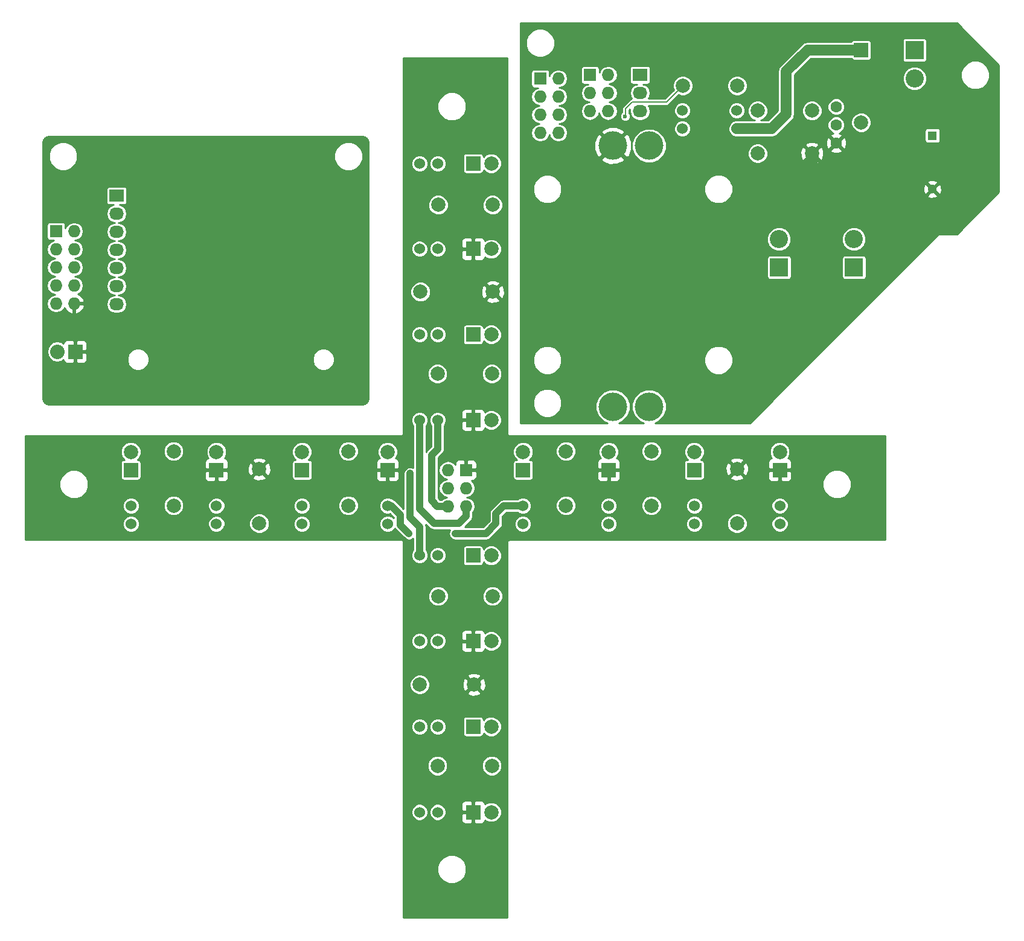
<source format=gbl>
G04 #@! TF.FileFunction,Copper,L2,Bot,Signal*
%FSLAX46Y46*%
G04 Gerber Fmt 4.6, Leading zero omitted, Abs format (unit mm)*
G04 Created by KiCad (PCBNEW 4.0.1-stable) date 2016/11/09 23:27:56*
%MOMM*%
G01*
G04 APERTURE LIST*
%ADD10C,0.100000*%
%ADD11R,2.000000X2.000000*%
%ADD12C,2.000000*%
%ADD13R,1.727200X1.727200*%
%ADD14O,1.727200X1.727200*%
%ADD15C,1.524000*%
%ADD16C,1.998980*%
%ADD17C,4.000000*%
%ADD18R,1.300000X1.300000*%
%ADD19C,1.300000*%
%ADD20R,1.998980X1.998980*%
%ADD21R,2.032000X1.727200*%
%ADD22O,2.032000X1.727200*%
%ADD23R,2.550000X2.550000*%
%ADD24C,2.550000*%
%ADD25C,1.600000*%
%ADD26R,2.032000X2.032000*%
%ADD27O,2.032000X2.032000*%
%ADD28C,0.600000*%
%ADD29C,1.000000*%
%ADD30C,1.500000*%
%ADD31C,0.152400*%
%ADD32C,0.254000*%
G04 APERTURE END LIST*
D10*
D11*
X168000000Y-96000000D03*
D12*
X170540000Y-96000000D03*
D11*
X168000000Y-108000000D03*
D12*
X170540000Y-108000000D03*
D11*
X168000000Y-120000000D03*
D12*
X170540000Y-120000000D03*
D11*
X168000000Y-132000000D03*
D12*
X170540000Y-132000000D03*
D11*
X120000000Y-139000000D03*
D12*
X120000000Y-136460000D03*
D11*
X132000000Y-139000000D03*
D12*
X132000000Y-136460000D03*
D11*
X144000000Y-139000000D03*
D12*
X144000000Y-136460000D03*
D11*
X156000000Y-139000000D03*
D12*
X156000000Y-136460000D03*
D11*
X175000000Y-139000000D03*
D12*
X175000000Y-136460000D03*
D11*
X187000000Y-139000000D03*
D12*
X187000000Y-136460000D03*
D11*
X199000000Y-139000000D03*
D12*
X199000000Y-136460000D03*
D11*
X211000000Y-139000000D03*
D12*
X211000000Y-136460000D03*
D11*
X168000000Y-151000000D03*
D12*
X170540000Y-151000000D03*
D11*
X168000000Y-163000000D03*
D12*
X170540000Y-163000000D03*
D11*
X168000000Y-175000000D03*
D12*
X170540000Y-175000000D03*
D11*
X168000000Y-187000000D03*
D12*
X170540000Y-187000000D03*
D13*
X167000000Y-139000000D03*
D14*
X164460000Y-139000000D03*
X167000000Y-141540000D03*
X164460000Y-141540000D03*
X167000000Y-144080000D03*
X164460000Y-144080000D03*
D15*
X160460000Y-96000000D03*
X163000000Y-96000000D03*
X160460000Y-108000000D03*
X163000000Y-108000000D03*
X160460000Y-120000000D03*
X163000000Y-120000000D03*
X160460000Y-132000000D03*
X163000000Y-132000000D03*
X120000000Y-146540000D03*
X120000000Y-144000000D03*
X132000000Y-146540000D03*
X132000000Y-144000000D03*
X144000000Y-146540000D03*
X144000000Y-144000000D03*
X156000000Y-146540000D03*
X156000000Y-144000000D03*
X175000000Y-146540000D03*
X175000000Y-144000000D03*
X187000000Y-146540000D03*
X187000000Y-144000000D03*
X199000000Y-146540000D03*
X199000000Y-144000000D03*
X211000000Y-146540000D03*
X211000000Y-144000000D03*
X160460000Y-151000000D03*
X163000000Y-151000000D03*
X160460000Y-163000000D03*
X163000000Y-163000000D03*
X160460000Y-175000000D03*
X163000000Y-175000000D03*
X160460000Y-187000000D03*
X163000000Y-187000000D03*
D16*
X160600000Y-114000000D03*
X170760000Y-114000000D03*
X163100000Y-101800000D03*
X170720000Y-101800000D03*
X163000000Y-125500000D03*
X170620000Y-125500000D03*
X138000000Y-146500000D03*
X138000000Y-138880000D03*
X126000000Y-144000000D03*
X126000000Y-136380000D03*
X150500000Y-144000000D03*
X150500000Y-136380000D03*
X205000000Y-146500000D03*
X205000000Y-138880000D03*
X181000000Y-144000000D03*
X181000000Y-136380000D03*
X193000000Y-144000000D03*
X193000000Y-136380000D03*
X160500000Y-169100000D03*
X168120000Y-169100000D03*
X163100000Y-156700000D03*
X170720000Y-156700000D03*
X163000000Y-180500000D03*
X170620000Y-180500000D03*
D17*
X192670000Y-93520000D03*
X187590000Y-93520000D03*
X192670000Y-130110000D03*
X187590000Y-130110000D03*
D18*
X232400000Y-92100000D03*
D19*
X232400000Y-99600000D03*
D16*
X222402540Y-90260000D03*
D20*
X222402540Y-80100000D03*
D13*
X177400000Y-84100000D03*
D14*
X179940000Y-84100000D03*
X177400000Y-86640000D03*
X179940000Y-86640000D03*
X177400000Y-89180000D03*
X179940000Y-89180000D03*
X177400000Y-91720000D03*
X179940000Y-91720000D03*
D13*
X184400000Y-83600000D03*
D14*
X186940000Y-83600000D03*
X184400000Y-86140000D03*
X186940000Y-86140000D03*
X184400000Y-88680000D03*
X186940000Y-88680000D03*
D21*
X191400000Y-83600000D03*
D22*
X191400000Y-86140000D03*
X191400000Y-88680000D03*
D23*
X229900000Y-80120000D03*
D24*
X229900000Y-84080000D03*
D23*
X210900000Y-110580000D03*
D24*
X210900000Y-106620000D03*
D23*
X221400000Y-110580000D03*
D24*
X221400000Y-106620000D03*
D25*
X218900000Y-93140000D03*
X218900000Y-88060000D03*
X218900000Y-90600000D03*
D16*
X197400000Y-85100000D03*
X205020000Y-85100000D03*
X207900000Y-88600000D03*
X215520000Y-88600000D03*
X207900000Y-94600000D03*
X215520000Y-94600000D03*
D15*
X197360000Y-88600000D03*
X197360000Y-91140000D03*
X204980000Y-88600000D03*
X204980000Y-91140000D03*
D13*
X109500000Y-105500000D03*
D14*
X112040000Y-105500000D03*
X109500000Y-108040000D03*
X112040000Y-108040000D03*
X109500000Y-110580000D03*
X112040000Y-110580000D03*
X109500000Y-113120000D03*
X112040000Y-113120000D03*
X109500000Y-115660000D03*
X112040000Y-115660000D03*
D26*
X112200000Y-122400000D03*
D27*
X109660000Y-122400000D03*
D21*
X118000000Y-100500000D03*
D22*
X118000000Y-103040000D03*
X118000000Y-105580000D03*
X118000000Y-108120000D03*
X118000000Y-110660000D03*
X118000000Y-113200000D03*
X118000000Y-115740000D03*
D28*
X169600000Y-138700000D03*
X170200000Y-136600000D03*
X166800000Y-134600000D03*
X164800000Y-133600000D03*
X164800000Y-136300000D03*
X169200000Y-134300000D03*
X172300000Y-135300000D03*
X172100000Y-138500000D03*
X171700000Y-141100000D03*
X169200000Y-143900000D03*
X172600000Y-142400000D03*
X159159998Y-139500000D03*
X165500000Y-147900000D03*
X159000000Y-147900000D03*
X212900000Y-100100000D03*
X205400000Y-103600000D03*
X198900000Y-103600000D03*
X191400000Y-102600000D03*
X188900000Y-100100000D03*
X226900000Y-99100000D03*
X224400000Y-100600000D03*
X220900000Y-100100000D03*
X220900000Y-97100000D03*
X232400000Y-99600000D03*
X189300000Y-89400000D03*
D29*
X169600000Y-138700000D02*
X169500000Y-138700000D01*
X168800000Y-136600000D02*
X170200000Y-136600000D01*
X166800000Y-134600000D02*
X168800000Y-136600000D01*
X164800000Y-136300000D02*
X164800000Y-133600000D01*
X169200000Y-134300000D02*
X169900000Y-135000000D01*
X169900000Y-135000000D02*
X172000000Y-135000000D01*
X172000000Y-135000000D02*
X172300000Y-135300000D01*
X172100000Y-138500000D02*
X171900000Y-138700000D01*
X171900000Y-138700000D02*
X169500000Y-138700000D01*
X169500000Y-138900000D02*
X169500000Y-138700000D01*
X171700000Y-141100000D02*
X169500000Y-138900000D01*
X169200000Y-143900000D02*
X170700000Y-142400000D01*
X170700000Y-142400000D02*
X172600000Y-142400000D01*
X160460000Y-151000000D02*
X160460000Y-146960000D01*
X159159998Y-145659998D02*
X159159998Y-139500000D01*
X160460000Y-146960000D02*
X159159998Y-145659998D01*
X160460000Y-132000000D02*
X160460000Y-144460000D01*
X167000000Y-145500000D02*
X167000000Y-144080000D01*
X166000000Y-146500000D02*
X167000000Y-145500000D01*
X162500000Y-146500000D02*
X166000000Y-146500000D01*
X160460000Y-144460000D02*
X162500000Y-146500000D01*
X172300000Y-144000000D02*
X175000000Y-144000000D01*
X171200000Y-145100000D02*
X172300000Y-144000000D01*
X171200000Y-146500000D02*
X171200000Y-145100000D01*
X169800000Y-147900000D02*
X171200000Y-146500000D01*
X165500000Y-147900000D02*
X169800000Y-147900000D01*
X163000000Y-132000000D02*
X163000000Y-136100000D01*
X162980000Y-144080000D02*
X164460000Y-144080000D01*
X162200000Y-143300000D02*
X162980000Y-144080000D01*
X162200000Y-136900000D02*
X162200000Y-143300000D01*
X163000000Y-136100000D02*
X162200000Y-136900000D01*
X156000000Y-144000000D02*
X156500000Y-144000000D01*
X156500000Y-144000000D02*
X157800000Y-145300000D01*
X157800000Y-146700000D02*
X159000000Y-147900000D01*
X157800000Y-145300000D02*
X157800000Y-146700000D01*
D30*
X204980000Y-91140000D02*
X209860000Y-91140000D01*
X209860000Y-91140000D02*
X211900000Y-89100000D01*
X211900000Y-89100000D02*
X211900000Y-83100000D01*
X211900000Y-83100000D02*
X214900000Y-80100000D01*
X214900000Y-80100000D02*
X222402540Y-80100000D01*
X215520000Y-97480000D02*
X215520000Y-94600000D01*
X212900000Y-100100000D02*
X215520000Y-97480000D01*
X204900000Y-103600000D02*
X205400000Y-103600000D01*
X198900000Y-103600000D02*
X204900000Y-103600000D01*
X188900000Y-100100000D02*
X191400000Y-102600000D01*
X225900000Y-99100000D02*
X226900000Y-99100000D01*
X224400000Y-100600000D02*
X225900000Y-99100000D01*
X220900000Y-97100000D02*
X220900000Y-100100000D01*
D31*
X189300000Y-89400000D02*
X189400000Y-89300000D01*
X189400000Y-89300000D02*
X189400000Y-88300000D01*
X189400000Y-88300000D02*
X190300000Y-87400000D01*
X190300000Y-87400000D02*
X195100000Y-87400000D01*
X195100000Y-87400000D02*
X197400000Y-85100000D01*
D32*
G36*
X172803000Y-134000000D02*
X172817996Y-134075389D01*
X172860700Y-134139300D01*
X172924611Y-134182004D01*
X173000000Y-134197000D01*
X225803000Y-134197000D01*
X225803000Y-148803000D01*
X173000000Y-148803000D01*
X172924611Y-148817996D01*
X172860700Y-148860700D01*
X172817996Y-148924611D01*
X172803000Y-149000000D01*
X172803000Y-201803000D01*
X158197000Y-201803000D01*
X158197000Y-195401426D01*
X162972649Y-195401426D01*
X163280591Y-196146703D01*
X163850298Y-196717405D01*
X164595036Y-197026647D01*
X165401426Y-197027351D01*
X166146703Y-196719409D01*
X166717405Y-196149702D01*
X167026647Y-195404964D01*
X167027351Y-194598574D01*
X166719409Y-193853297D01*
X166149702Y-193282595D01*
X165404964Y-192973353D01*
X164598574Y-192972649D01*
X163853297Y-193280591D01*
X163282595Y-193850298D01*
X162973353Y-194595036D01*
X162972649Y-195401426D01*
X158197000Y-195401426D01*
X158197000Y-187235469D01*
X159270794Y-187235469D01*
X159451427Y-187672635D01*
X159785606Y-188007397D01*
X160222456Y-188188793D01*
X160695469Y-188189206D01*
X161132635Y-188008573D01*
X161467397Y-187674394D01*
X161648793Y-187237544D01*
X161648794Y-187235469D01*
X161810794Y-187235469D01*
X161991427Y-187672635D01*
X162325606Y-188007397D01*
X162762456Y-188188793D01*
X163235469Y-188189206D01*
X163672635Y-188008573D01*
X164007397Y-187674394D01*
X164168776Y-187285750D01*
X166365000Y-187285750D01*
X166365000Y-188126309D01*
X166461673Y-188359698D01*
X166640301Y-188538327D01*
X166873690Y-188635000D01*
X167714250Y-188635000D01*
X167873000Y-188476250D01*
X167873000Y-187127000D01*
X166523750Y-187127000D01*
X166365000Y-187285750D01*
X164168776Y-187285750D01*
X164188793Y-187237544D01*
X164189206Y-186764531D01*
X164008573Y-186327365D01*
X163674394Y-185992603D01*
X163388023Y-185873691D01*
X166365000Y-185873691D01*
X166365000Y-186714250D01*
X166523750Y-186873000D01*
X167873000Y-186873000D01*
X167873000Y-185523750D01*
X168127000Y-185523750D01*
X168127000Y-186873000D01*
X168147000Y-186873000D01*
X168147000Y-187127000D01*
X168127000Y-187127000D01*
X168127000Y-188476250D01*
X168285750Y-188635000D01*
X169126310Y-188635000D01*
X169359699Y-188538327D01*
X169538327Y-188359698D01*
X169635000Y-188126309D01*
X169635000Y-188113266D01*
X169730614Y-188209047D01*
X170254907Y-188426752D01*
X170822603Y-188427248D01*
X171347275Y-188210457D01*
X171749047Y-187809386D01*
X171966752Y-187285093D01*
X171967248Y-186717397D01*
X171750457Y-186192725D01*
X171349386Y-185790953D01*
X170825093Y-185573248D01*
X170257397Y-185572752D01*
X169732725Y-185789543D01*
X169635000Y-185887097D01*
X169635000Y-185873691D01*
X169538327Y-185640302D01*
X169359699Y-185461673D01*
X169126310Y-185365000D01*
X168285750Y-185365000D01*
X168127000Y-185523750D01*
X167873000Y-185523750D01*
X167714250Y-185365000D01*
X166873690Y-185365000D01*
X166640301Y-185461673D01*
X166461673Y-185640302D01*
X166365000Y-185873691D01*
X163388023Y-185873691D01*
X163237544Y-185811207D01*
X162764531Y-185810794D01*
X162327365Y-185991427D01*
X161992603Y-186325606D01*
X161811207Y-186762456D01*
X161810794Y-187235469D01*
X161648794Y-187235469D01*
X161649206Y-186764531D01*
X161468573Y-186327365D01*
X161134394Y-185992603D01*
X160697544Y-185811207D01*
X160224531Y-185810794D01*
X159787365Y-185991427D01*
X159452603Y-186325606D01*
X159271207Y-186762456D01*
X159270794Y-187235469D01*
X158197000Y-187235469D01*
X158197000Y-180782502D01*
X161573263Y-180782502D01*
X161789975Y-181306986D01*
X162190903Y-181708615D01*
X162715009Y-181926242D01*
X163282502Y-181926737D01*
X163806986Y-181710025D01*
X164208615Y-181309097D01*
X164426242Y-180784991D01*
X164426244Y-180782502D01*
X169193263Y-180782502D01*
X169409975Y-181306986D01*
X169810903Y-181708615D01*
X170335009Y-181926242D01*
X170902502Y-181926737D01*
X171426986Y-181710025D01*
X171828615Y-181309097D01*
X172046242Y-180784991D01*
X172046737Y-180217498D01*
X171830025Y-179693014D01*
X171429097Y-179291385D01*
X170904991Y-179073758D01*
X170337498Y-179073263D01*
X169813014Y-179289975D01*
X169411385Y-179690903D01*
X169193758Y-180215009D01*
X169193263Y-180782502D01*
X164426244Y-180782502D01*
X164426737Y-180217498D01*
X164210025Y-179693014D01*
X163809097Y-179291385D01*
X163284991Y-179073758D01*
X162717498Y-179073263D01*
X162193014Y-179289975D01*
X161791385Y-179690903D01*
X161573758Y-180215009D01*
X161573263Y-180782502D01*
X158197000Y-180782502D01*
X158197000Y-175235469D01*
X159270794Y-175235469D01*
X159451427Y-175672635D01*
X159785606Y-176007397D01*
X160222456Y-176188793D01*
X160695469Y-176189206D01*
X161132635Y-176008573D01*
X161467397Y-175674394D01*
X161648793Y-175237544D01*
X161648794Y-175235469D01*
X161810794Y-175235469D01*
X161991427Y-175672635D01*
X162325606Y-176007397D01*
X162762456Y-176188793D01*
X163235469Y-176189206D01*
X163672635Y-176008573D01*
X164007397Y-175674394D01*
X164188793Y-175237544D01*
X164189206Y-174764531D01*
X164008573Y-174327365D01*
X163681779Y-174000000D01*
X166564635Y-174000000D01*
X166564635Y-176000000D01*
X166594409Y-176158237D01*
X166687927Y-176303567D01*
X166830619Y-176401064D01*
X167000000Y-176435365D01*
X169000000Y-176435365D01*
X169158237Y-176405591D01*
X169303567Y-176312073D01*
X169401064Y-176169381D01*
X169435365Y-176000000D01*
X169435365Y-175913282D01*
X169730614Y-176209047D01*
X170254907Y-176426752D01*
X170822603Y-176427248D01*
X171347275Y-176210457D01*
X171749047Y-175809386D01*
X171966752Y-175285093D01*
X171967248Y-174717397D01*
X171750457Y-174192725D01*
X171349386Y-173790953D01*
X170825093Y-173573248D01*
X170257397Y-173572752D01*
X169732725Y-173789543D01*
X169435365Y-174086384D01*
X169435365Y-174000000D01*
X169405591Y-173841763D01*
X169312073Y-173696433D01*
X169169381Y-173598936D01*
X169000000Y-173564635D01*
X167000000Y-173564635D01*
X166841763Y-173594409D01*
X166696433Y-173687927D01*
X166598936Y-173830619D01*
X166564635Y-174000000D01*
X163681779Y-174000000D01*
X163674394Y-173992603D01*
X163237544Y-173811207D01*
X162764531Y-173810794D01*
X162327365Y-173991427D01*
X161992603Y-174325606D01*
X161811207Y-174762456D01*
X161810794Y-175235469D01*
X161648794Y-175235469D01*
X161649206Y-174764531D01*
X161468573Y-174327365D01*
X161134394Y-173992603D01*
X160697544Y-173811207D01*
X160224531Y-173810794D01*
X159787365Y-173991427D01*
X159452603Y-174325606D01*
X159271207Y-174762456D01*
X159270794Y-175235469D01*
X158197000Y-175235469D01*
X158197000Y-169382502D01*
X159073263Y-169382502D01*
X159289975Y-169906986D01*
X159690903Y-170308615D01*
X160215009Y-170526242D01*
X160782502Y-170526737D01*
X161306986Y-170310025D01*
X161364949Y-170252163D01*
X167147443Y-170252163D01*
X167246042Y-170518965D01*
X167855582Y-170745401D01*
X168505377Y-170721341D01*
X168993958Y-170518965D01*
X169092557Y-170252163D01*
X168120000Y-169279605D01*
X167147443Y-170252163D01*
X161364949Y-170252163D01*
X161708615Y-169909097D01*
X161926242Y-169384991D01*
X161926721Y-168835582D01*
X166474599Y-168835582D01*
X166498659Y-169485377D01*
X166701035Y-169973958D01*
X166967837Y-170072557D01*
X167940395Y-169100000D01*
X168299605Y-169100000D01*
X169272163Y-170072557D01*
X169538965Y-169973958D01*
X169765401Y-169364418D01*
X169741341Y-168714623D01*
X169538965Y-168226042D01*
X169272163Y-168127443D01*
X168299605Y-169100000D01*
X167940395Y-169100000D01*
X166967837Y-168127443D01*
X166701035Y-168226042D01*
X166474599Y-168835582D01*
X161926721Y-168835582D01*
X161926737Y-168817498D01*
X161710025Y-168293014D01*
X161365451Y-167947837D01*
X167147443Y-167947837D01*
X168120000Y-168920395D01*
X169092557Y-167947837D01*
X168993958Y-167681035D01*
X168384418Y-167454599D01*
X167734623Y-167478659D01*
X167246042Y-167681035D01*
X167147443Y-167947837D01*
X161365451Y-167947837D01*
X161309097Y-167891385D01*
X160784991Y-167673758D01*
X160217498Y-167673263D01*
X159693014Y-167889975D01*
X159291385Y-168290903D01*
X159073758Y-168815009D01*
X159073263Y-169382502D01*
X158197000Y-169382502D01*
X158197000Y-163235469D01*
X159270794Y-163235469D01*
X159451427Y-163672635D01*
X159785606Y-164007397D01*
X160222456Y-164188793D01*
X160695469Y-164189206D01*
X161132635Y-164008573D01*
X161467397Y-163674394D01*
X161648793Y-163237544D01*
X161648794Y-163235469D01*
X161810794Y-163235469D01*
X161991427Y-163672635D01*
X162325606Y-164007397D01*
X162762456Y-164188793D01*
X163235469Y-164189206D01*
X163672635Y-164008573D01*
X164007397Y-163674394D01*
X164168776Y-163285750D01*
X166365000Y-163285750D01*
X166365000Y-164126309D01*
X166461673Y-164359698D01*
X166640301Y-164538327D01*
X166873690Y-164635000D01*
X167714250Y-164635000D01*
X167873000Y-164476250D01*
X167873000Y-163127000D01*
X166523750Y-163127000D01*
X166365000Y-163285750D01*
X164168776Y-163285750D01*
X164188793Y-163237544D01*
X164189206Y-162764531D01*
X164008573Y-162327365D01*
X163674394Y-161992603D01*
X163388023Y-161873691D01*
X166365000Y-161873691D01*
X166365000Y-162714250D01*
X166523750Y-162873000D01*
X167873000Y-162873000D01*
X167873000Y-161523750D01*
X168127000Y-161523750D01*
X168127000Y-162873000D01*
X168147000Y-162873000D01*
X168147000Y-163127000D01*
X168127000Y-163127000D01*
X168127000Y-164476250D01*
X168285750Y-164635000D01*
X169126310Y-164635000D01*
X169359699Y-164538327D01*
X169538327Y-164359698D01*
X169635000Y-164126309D01*
X169635000Y-164113266D01*
X169730614Y-164209047D01*
X170254907Y-164426752D01*
X170822603Y-164427248D01*
X171347275Y-164210457D01*
X171749047Y-163809386D01*
X171966752Y-163285093D01*
X171967248Y-162717397D01*
X171750457Y-162192725D01*
X171349386Y-161790953D01*
X170825093Y-161573248D01*
X170257397Y-161572752D01*
X169732725Y-161789543D01*
X169635000Y-161887097D01*
X169635000Y-161873691D01*
X169538327Y-161640302D01*
X169359699Y-161461673D01*
X169126310Y-161365000D01*
X168285750Y-161365000D01*
X168127000Y-161523750D01*
X167873000Y-161523750D01*
X167714250Y-161365000D01*
X166873690Y-161365000D01*
X166640301Y-161461673D01*
X166461673Y-161640302D01*
X166365000Y-161873691D01*
X163388023Y-161873691D01*
X163237544Y-161811207D01*
X162764531Y-161810794D01*
X162327365Y-161991427D01*
X161992603Y-162325606D01*
X161811207Y-162762456D01*
X161810794Y-163235469D01*
X161648794Y-163235469D01*
X161649206Y-162764531D01*
X161468573Y-162327365D01*
X161134394Y-161992603D01*
X160697544Y-161811207D01*
X160224531Y-161810794D01*
X159787365Y-161991427D01*
X159452603Y-162325606D01*
X159271207Y-162762456D01*
X159270794Y-163235469D01*
X158197000Y-163235469D01*
X158197000Y-156982502D01*
X161673263Y-156982502D01*
X161889975Y-157506986D01*
X162290903Y-157908615D01*
X162815009Y-158126242D01*
X163382502Y-158126737D01*
X163906986Y-157910025D01*
X164308615Y-157509097D01*
X164526242Y-156984991D01*
X164526244Y-156982502D01*
X169293263Y-156982502D01*
X169509975Y-157506986D01*
X169910903Y-157908615D01*
X170435009Y-158126242D01*
X171002502Y-158126737D01*
X171526986Y-157910025D01*
X171928615Y-157509097D01*
X172146242Y-156984991D01*
X172146737Y-156417498D01*
X171930025Y-155893014D01*
X171529097Y-155491385D01*
X171004991Y-155273758D01*
X170437498Y-155273263D01*
X169913014Y-155489975D01*
X169511385Y-155890903D01*
X169293758Y-156415009D01*
X169293263Y-156982502D01*
X164526244Y-156982502D01*
X164526737Y-156417498D01*
X164310025Y-155893014D01*
X163909097Y-155491385D01*
X163384991Y-155273758D01*
X162817498Y-155273263D01*
X162293014Y-155489975D01*
X161891385Y-155890903D01*
X161673758Y-156415009D01*
X161673263Y-156982502D01*
X158197000Y-156982502D01*
X158197000Y-149000000D01*
X158182004Y-148924611D01*
X158139300Y-148860700D01*
X158075389Y-148817996D01*
X158000000Y-148803000D01*
X105197000Y-148803000D01*
X105197000Y-146775469D01*
X118810794Y-146775469D01*
X118991427Y-147212635D01*
X119325606Y-147547397D01*
X119762456Y-147728793D01*
X120235469Y-147729206D01*
X120672635Y-147548573D01*
X121007397Y-147214394D01*
X121188793Y-146777544D01*
X121188794Y-146775469D01*
X130810794Y-146775469D01*
X130991427Y-147212635D01*
X131325606Y-147547397D01*
X131762456Y-147728793D01*
X132235469Y-147729206D01*
X132672635Y-147548573D01*
X133007397Y-147214394D01*
X133186734Y-146782502D01*
X136573263Y-146782502D01*
X136789975Y-147306986D01*
X137190903Y-147708615D01*
X137715009Y-147926242D01*
X138282502Y-147926737D01*
X138806986Y-147710025D01*
X139208615Y-147309097D01*
X139426242Y-146784991D01*
X139426250Y-146775469D01*
X142810794Y-146775469D01*
X142991427Y-147212635D01*
X143325606Y-147547397D01*
X143762456Y-147728793D01*
X144235469Y-147729206D01*
X144672635Y-147548573D01*
X145007397Y-147214394D01*
X145188793Y-146777544D01*
X145189206Y-146304531D01*
X145008573Y-145867365D01*
X144674394Y-145532603D01*
X144237544Y-145351207D01*
X143764531Y-145350794D01*
X143327365Y-145531427D01*
X142992603Y-145865606D01*
X142811207Y-146302456D01*
X142810794Y-146775469D01*
X139426250Y-146775469D01*
X139426737Y-146217498D01*
X139210025Y-145693014D01*
X138809097Y-145291385D01*
X138284991Y-145073758D01*
X137717498Y-145073263D01*
X137193014Y-145289975D01*
X136791385Y-145690903D01*
X136573758Y-146215009D01*
X136573263Y-146782502D01*
X133186734Y-146782502D01*
X133188793Y-146777544D01*
X133189206Y-146304531D01*
X133008573Y-145867365D01*
X132674394Y-145532603D01*
X132237544Y-145351207D01*
X131764531Y-145350794D01*
X131327365Y-145531427D01*
X130992603Y-145865606D01*
X130811207Y-146302456D01*
X130810794Y-146775469D01*
X121188794Y-146775469D01*
X121189206Y-146304531D01*
X121008573Y-145867365D01*
X120674394Y-145532603D01*
X120237544Y-145351207D01*
X119764531Y-145350794D01*
X119327365Y-145531427D01*
X118992603Y-145865606D01*
X118811207Y-146302456D01*
X118810794Y-146775469D01*
X105197000Y-146775469D01*
X105197000Y-144235469D01*
X118810794Y-144235469D01*
X118991427Y-144672635D01*
X119325606Y-145007397D01*
X119762456Y-145188793D01*
X120235469Y-145189206D01*
X120672635Y-145008573D01*
X121007397Y-144674394D01*
X121170124Y-144282502D01*
X124573263Y-144282502D01*
X124789975Y-144806986D01*
X125190903Y-145208615D01*
X125715009Y-145426242D01*
X126282502Y-145426737D01*
X126806986Y-145210025D01*
X127208615Y-144809097D01*
X127426242Y-144284991D01*
X127426285Y-144235469D01*
X130810794Y-144235469D01*
X130991427Y-144672635D01*
X131325606Y-145007397D01*
X131762456Y-145188793D01*
X132235469Y-145189206D01*
X132672635Y-145008573D01*
X133007397Y-144674394D01*
X133188793Y-144237544D01*
X133188794Y-144235469D01*
X142810794Y-144235469D01*
X142991427Y-144672635D01*
X143325606Y-145007397D01*
X143762456Y-145188793D01*
X144235469Y-145189206D01*
X144672635Y-145008573D01*
X145007397Y-144674394D01*
X145170124Y-144282502D01*
X149073263Y-144282502D01*
X149289975Y-144806986D01*
X149690903Y-145208615D01*
X150215009Y-145426242D01*
X150782502Y-145426737D01*
X151306986Y-145210025D01*
X151708615Y-144809097D01*
X151926242Y-144284991D01*
X151926285Y-144235469D01*
X154810794Y-144235469D01*
X154991427Y-144672635D01*
X155325606Y-145007397D01*
X155762456Y-145188793D01*
X156235469Y-145189206D01*
X156336489Y-145147465D01*
X156873000Y-145683976D01*
X156873000Y-145731555D01*
X156674394Y-145532603D01*
X156237544Y-145351207D01*
X155764531Y-145350794D01*
X155327365Y-145531427D01*
X154992603Y-145865606D01*
X154811207Y-146302456D01*
X154810794Y-146775469D01*
X154991427Y-147212635D01*
X155325606Y-147547397D01*
X155762456Y-147728793D01*
X156235469Y-147729206D01*
X156672635Y-147548573D01*
X157007397Y-147214394D01*
X157023816Y-147174853D01*
X157144512Y-147355488D01*
X158344512Y-148555488D01*
X158645253Y-148756436D01*
X159000000Y-148827000D01*
X159354747Y-148756436D01*
X159533000Y-148637332D01*
X159533000Y-150245349D01*
X159452603Y-150325606D01*
X159271207Y-150762456D01*
X159270794Y-151235469D01*
X159451427Y-151672635D01*
X159785606Y-152007397D01*
X160222456Y-152188793D01*
X160695469Y-152189206D01*
X161132635Y-152008573D01*
X161467397Y-151674394D01*
X161648793Y-151237544D01*
X161648794Y-151235469D01*
X161810794Y-151235469D01*
X161991427Y-151672635D01*
X162325606Y-152007397D01*
X162762456Y-152188793D01*
X163235469Y-152189206D01*
X163672635Y-152008573D01*
X164007397Y-151674394D01*
X164188793Y-151237544D01*
X164189206Y-150764531D01*
X164008573Y-150327365D01*
X163681779Y-150000000D01*
X166564635Y-150000000D01*
X166564635Y-152000000D01*
X166594409Y-152158237D01*
X166687927Y-152303567D01*
X166830619Y-152401064D01*
X167000000Y-152435365D01*
X169000000Y-152435365D01*
X169158237Y-152405591D01*
X169303567Y-152312073D01*
X169401064Y-152169381D01*
X169435365Y-152000000D01*
X169435365Y-151913282D01*
X169730614Y-152209047D01*
X170254907Y-152426752D01*
X170822603Y-152427248D01*
X171347275Y-152210457D01*
X171749047Y-151809386D01*
X171966752Y-151285093D01*
X171967248Y-150717397D01*
X171750457Y-150192725D01*
X171349386Y-149790953D01*
X170825093Y-149573248D01*
X170257397Y-149572752D01*
X169732725Y-149789543D01*
X169435365Y-150086384D01*
X169435365Y-150000000D01*
X169405591Y-149841763D01*
X169312073Y-149696433D01*
X169169381Y-149598936D01*
X169000000Y-149564635D01*
X167000000Y-149564635D01*
X166841763Y-149594409D01*
X166696433Y-149687927D01*
X166598936Y-149830619D01*
X166564635Y-150000000D01*
X163681779Y-150000000D01*
X163674394Y-149992603D01*
X163237544Y-149811207D01*
X162764531Y-149810794D01*
X162327365Y-149991427D01*
X161992603Y-150325606D01*
X161811207Y-150762456D01*
X161810794Y-151235469D01*
X161648794Y-151235469D01*
X161649206Y-150764531D01*
X161468573Y-150327365D01*
X161387000Y-150245650D01*
X161387000Y-146960000D01*
X161321938Y-146632914D01*
X161844512Y-147155488D01*
X162145253Y-147356437D01*
X162500000Y-147427000D01*
X164722577Y-147427000D01*
X164643564Y-147545252D01*
X164573000Y-147900000D01*
X164643564Y-148254748D01*
X164844512Y-148555488D01*
X165145252Y-148756436D01*
X165500000Y-148827000D01*
X169800000Y-148827000D01*
X170154748Y-148756436D01*
X170455488Y-148555488D01*
X171855488Y-147155488D01*
X171930273Y-147043564D01*
X172056436Y-146854748D01*
X172072205Y-146775469D01*
X173810794Y-146775469D01*
X173991427Y-147212635D01*
X174325606Y-147547397D01*
X174762456Y-147728793D01*
X175235469Y-147729206D01*
X175672635Y-147548573D01*
X176007397Y-147214394D01*
X176188793Y-146777544D01*
X176188794Y-146775469D01*
X185810794Y-146775469D01*
X185991427Y-147212635D01*
X186325606Y-147547397D01*
X186762456Y-147728793D01*
X187235469Y-147729206D01*
X187672635Y-147548573D01*
X188007397Y-147214394D01*
X188188793Y-146777544D01*
X188188794Y-146775469D01*
X197810794Y-146775469D01*
X197991427Y-147212635D01*
X198325606Y-147547397D01*
X198762456Y-147728793D01*
X199235469Y-147729206D01*
X199672635Y-147548573D01*
X200007397Y-147214394D01*
X200186734Y-146782502D01*
X203573263Y-146782502D01*
X203789975Y-147306986D01*
X204190903Y-147708615D01*
X204715009Y-147926242D01*
X205282502Y-147926737D01*
X205806986Y-147710025D01*
X206208615Y-147309097D01*
X206426242Y-146784991D01*
X206426250Y-146775469D01*
X209810794Y-146775469D01*
X209991427Y-147212635D01*
X210325606Y-147547397D01*
X210762456Y-147728793D01*
X211235469Y-147729206D01*
X211672635Y-147548573D01*
X212007397Y-147214394D01*
X212188793Y-146777544D01*
X212189206Y-146304531D01*
X212008573Y-145867365D01*
X211674394Y-145532603D01*
X211237544Y-145351207D01*
X210764531Y-145350794D01*
X210327365Y-145531427D01*
X209992603Y-145865606D01*
X209811207Y-146302456D01*
X209810794Y-146775469D01*
X206426250Y-146775469D01*
X206426737Y-146217498D01*
X206210025Y-145693014D01*
X205809097Y-145291385D01*
X205284991Y-145073758D01*
X204717498Y-145073263D01*
X204193014Y-145289975D01*
X203791385Y-145690903D01*
X203573758Y-146215009D01*
X203573263Y-146782502D01*
X200186734Y-146782502D01*
X200188793Y-146777544D01*
X200189206Y-146304531D01*
X200008573Y-145867365D01*
X199674394Y-145532603D01*
X199237544Y-145351207D01*
X198764531Y-145350794D01*
X198327365Y-145531427D01*
X197992603Y-145865606D01*
X197811207Y-146302456D01*
X197810794Y-146775469D01*
X188188794Y-146775469D01*
X188189206Y-146304531D01*
X188008573Y-145867365D01*
X187674394Y-145532603D01*
X187237544Y-145351207D01*
X186764531Y-145350794D01*
X186327365Y-145531427D01*
X185992603Y-145865606D01*
X185811207Y-146302456D01*
X185810794Y-146775469D01*
X176188794Y-146775469D01*
X176189206Y-146304531D01*
X176008573Y-145867365D01*
X175674394Y-145532603D01*
X175237544Y-145351207D01*
X174764531Y-145350794D01*
X174327365Y-145531427D01*
X173992603Y-145865606D01*
X173811207Y-146302456D01*
X173810794Y-146775469D01*
X172072205Y-146775469D01*
X172127000Y-146500000D01*
X172127000Y-145483976D01*
X172683976Y-144927000D01*
X174245349Y-144927000D01*
X174325606Y-145007397D01*
X174762456Y-145188793D01*
X175235469Y-145189206D01*
X175672635Y-145008573D01*
X176007397Y-144674394D01*
X176170124Y-144282502D01*
X179573263Y-144282502D01*
X179789975Y-144806986D01*
X180190903Y-145208615D01*
X180715009Y-145426242D01*
X181282502Y-145426737D01*
X181806986Y-145210025D01*
X182208615Y-144809097D01*
X182426242Y-144284991D01*
X182426285Y-144235469D01*
X185810794Y-144235469D01*
X185991427Y-144672635D01*
X186325606Y-145007397D01*
X186762456Y-145188793D01*
X187235469Y-145189206D01*
X187672635Y-145008573D01*
X188007397Y-144674394D01*
X188170124Y-144282502D01*
X191573263Y-144282502D01*
X191789975Y-144806986D01*
X192190903Y-145208615D01*
X192715009Y-145426242D01*
X193282502Y-145426737D01*
X193806986Y-145210025D01*
X194208615Y-144809097D01*
X194426242Y-144284991D01*
X194426285Y-144235469D01*
X197810794Y-144235469D01*
X197991427Y-144672635D01*
X198325606Y-145007397D01*
X198762456Y-145188793D01*
X199235469Y-145189206D01*
X199672635Y-145008573D01*
X200007397Y-144674394D01*
X200188793Y-144237544D01*
X200188794Y-144235469D01*
X209810794Y-144235469D01*
X209991427Y-144672635D01*
X210325606Y-145007397D01*
X210762456Y-145188793D01*
X211235469Y-145189206D01*
X211672635Y-145008573D01*
X212007397Y-144674394D01*
X212188793Y-144237544D01*
X212189206Y-143764531D01*
X212008573Y-143327365D01*
X211674394Y-142992603D01*
X211237544Y-142811207D01*
X210764531Y-142810794D01*
X210327365Y-142991427D01*
X209992603Y-143325606D01*
X209811207Y-143762456D01*
X209810794Y-144235469D01*
X200188794Y-144235469D01*
X200189206Y-143764531D01*
X200008573Y-143327365D01*
X199674394Y-142992603D01*
X199237544Y-142811207D01*
X198764531Y-142810794D01*
X198327365Y-142991427D01*
X197992603Y-143325606D01*
X197811207Y-143762456D01*
X197810794Y-144235469D01*
X194426285Y-144235469D01*
X194426737Y-143717498D01*
X194210025Y-143193014D01*
X193809097Y-142791385D01*
X193284991Y-142573758D01*
X192717498Y-142573263D01*
X192193014Y-142789975D01*
X191791385Y-143190903D01*
X191573758Y-143715009D01*
X191573263Y-144282502D01*
X188170124Y-144282502D01*
X188188793Y-144237544D01*
X188189206Y-143764531D01*
X188008573Y-143327365D01*
X187674394Y-142992603D01*
X187237544Y-142811207D01*
X186764531Y-142810794D01*
X186327365Y-142991427D01*
X185992603Y-143325606D01*
X185811207Y-143762456D01*
X185810794Y-144235469D01*
X182426285Y-144235469D01*
X182426737Y-143717498D01*
X182210025Y-143193014D01*
X181809097Y-142791385D01*
X181284991Y-142573758D01*
X180717498Y-142573263D01*
X180193014Y-142789975D01*
X179791385Y-143190903D01*
X179573758Y-143715009D01*
X179573263Y-144282502D01*
X176170124Y-144282502D01*
X176188793Y-144237544D01*
X176189206Y-143764531D01*
X176008573Y-143327365D01*
X175674394Y-142992603D01*
X175237544Y-142811207D01*
X174764531Y-142810794D01*
X174327365Y-142991427D01*
X174245650Y-143073000D01*
X172300000Y-143073000D01*
X171945252Y-143143564D01*
X171825524Y-143223564D01*
X171644512Y-143344512D01*
X170544512Y-144444512D01*
X170343564Y-144745252D01*
X170273000Y-145100000D01*
X170273000Y-146116024D01*
X169416024Y-146973000D01*
X166837976Y-146973000D01*
X167655488Y-146155488D01*
X167856437Y-145854747D01*
X167927000Y-145500000D01*
X167927000Y-144999859D01*
X167937876Y-144992592D01*
X168217643Y-144573891D01*
X168315884Y-144080000D01*
X168217643Y-143586109D01*
X167937876Y-143167408D01*
X167519175Y-142887641D01*
X167128847Y-142810000D01*
X167519175Y-142732359D01*
X167937876Y-142452592D01*
X168217643Y-142033891D01*
X168315884Y-141540000D01*
X168288320Y-141401426D01*
X216972649Y-141401426D01*
X217280591Y-142146703D01*
X217850298Y-142717405D01*
X218595036Y-143026647D01*
X219401426Y-143027351D01*
X220146703Y-142719409D01*
X220717405Y-142149702D01*
X221026647Y-141404964D01*
X221027351Y-140598574D01*
X220719409Y-139853297D01*
X220149702Y-139282595D01*
X219404964Y-138973353D01*
X218598574Y-138972649D01*
X217853297Y-139280591D01*
X217282595Y-139850298D01*
X216973353Y-140595036D01*
X216972649Y-141401426D01*
X168288320Y-141401426D01*
X168217643Y-141046109D01*
X167937876Y-140627408D01*
X167745101Y-140498600D01*
X167989909Y-140498600D01*
X168223298Y-140401927D01*
X168401927Y-140223299D01*
X168498600Y-139989910D01*
X168498600Y-139285750D01*
X168339850Y-139127000D01*
X167127000Y-139127000D01*
X167127000Y-139147000D01*
X166873000Y-139147000D01*
X166873000Y-139127000D01*
X166853000Y-139127000D01*
X166853000Y-138873000D01*
X166873000Y-138873000D01*
X166873000Y-137660150D01*
X167127000Y-137660150D01*
X167127000Y-138873000D01*
X168339850Y-138873000D01*
X168498600Y-138714250D01*
X168498600Y-138010090D01*
X168494421Y-138000000D01*
X173564635Y-138000000D01*
X173564635Y-140000000D01*
X173594409Y-140158237D01*
X173687927Y-140303567D01*
X173830619Y-140401064D01*
X174000000Y-140435365D01*
X176000000Y-140435365D01*
X176158237Y-140405591D01*
X176303567Y-140312073D01*
X176401064Y-140169381D01*
X176435365Y-140000000D01*
X176435365Y-139285750D01*
X185365000Y-139285750D01*
X185365000Y-140126310D01*
X185461673Y-140359699D01*
X185640302Y-140538327D01*
X185873691Y-140635000D01*
X186714250Y-140635000D01*
X186873000Y-140476250D01*
X186873000Y-139127000D01*
X187127000Y-139127000D01*
X187127000Y-140476250D01*
X187285750Y-140635000D01*
X188126309Y-140635000D01*
X188359698Y-140538327D01*
X188538327Y-140359699D01*
X188635000Y-140126310D01*
X188635000Y-139285750D01*
X188476250Y-139127000D01*
X187127000Y-139127000D01*
X186873000Y-139127000D01*
X185523750Y-139127000D01*
X185365000Y-139285750D01*
X176435365Y-139285750D01*
X176435365Y-138000000D01*
X176411599Y-137873690D01*
X185365000Y-137873690D01*
X185365000Y-138714250D01*
X185523750Y-138873000D01*
X186873000Y-138873000D01*
X186873000Y-138853000D01*
X187127000Y-138853000D01*
X187127000Y-138873000D01*
X188476250Y-138873000D01*
X188635000Y-138714250D01*
X188635000Y-138000000D01*
X197564635Y-138000000D01*
X197564635Y-140000000D01*
X197594409Y-140158237D01*
X197687927Y-140303567D01*
X197830619Y-140401064D01*
X198000000Y-140435365D01*
X200000000Y-140435365D01*
X200158237Y-140405591D01*
X200303567Y-140312073D01*
X200401064Y-140169381D01*
X200428851Y-140032163D01*
X204027443Y-140032163D01*
X204126042Y-140298965D01*
X204735582Y-140525401D01*
X205385377Y-140501341D01*
X205873958Y-140298965D01*
X205972557Y-140032163D01*
X205000000Y-139059605D01*
X204027443Y-140032163D01*
X200428851Y-140032163D01*
X200435365Y-140000000D01*
X200435365Y-138615582D01*
X203354599Y-138615582D01*
X203378659Y-139265377D01*
X203581035Y-139753958D01*
X203847837Y-139852557D01*
X204820395Y-138880000D01*
X205179605Y-138880000D01*
X206152163Y-139852557D01*
X206418965Y-139753958D01*
X206592898Y-139285750D01*
X209365000Y-139285750D01*
X209365000Y-140126310D01*
X209461673Y-140359699D01*
X209640302Y-140538327D01*
X209873691Y-140635000D01*
X210714250Y-140635000D01*
X210873000Y-140476250D01*
X210873000Y-139127000D01*
X211127000Y-139127000D01*
X211127000Y-140476250D01*
X211285750Y-140635000D01*
X212126309Y-140635000D01*
X212359698Y-140538327D01*
X212538327Y-140359699D01*
X212635000Y-140126310D01*
X212635000Y-139285750D01*
X212476250Y-139127000D01*
X211127000Y-139127000D01*
X210873000Y-139127000D01*
X209523750Y-139127000D01*
X209365000Y-139285750D01*
X206592898Y-139285750D01*
X206645401Y-139144418D01*
X206621341Y-138494623D01*
X206418965Y-138006042D01*
X206152163Y-137907443D01*
X205179605Y-138880000D01*
X204820395Y-138880000D01*
X203847837Y-137907443D01*
X203581035Y-138006042D01*
X203354599Y-138615582D01*
X200435365Y-138615582D01*
X200435365Y-138000000D01*
X200405591Y-137841763D01*
X200332282Y-137727837D01*
X204027443Y-137727837D01*
X205000000Y-138700395D01*
X205826704Y-137873690D01*
X209365000Y-137873690D01*
X209365000Y-138714250D01*
X209523750Y-138873000D01*
X210873000Y-138873000D01*
X210873000Y-138853000D01*
X211127000Y-138853000D01*
X211127000Y-138873000D01*
X212476250Y-138873000D01*
X212635000Y-138714250D01*
X212635000Y-137873690D01*
X212538327Y-137640301D01*
X212359698Y-137461673D01*
X212126309Y-137365000D01*
X212113266Y-137365000D01*
X212209047Y-137269386D01*
X212426752Y-136745093D01*
X212427248Y-136177397D01*
X212210457Y-135652725D01*
X211809386Y-135250953D01*
X211285093Y-135033248D01*
X210717397Y-135032752D01*
X210192725Y-135249543D01*
X209790953Y-135650614D01*
X209573248Y-136174907D01*
X209572752Y-136742603D01*
X209789543Y-137267275D01*
X209887097Y-137365000D01*
X209873691Y-137365000D01*
X209640302Y-137461673D01*
X209461673Y-137640301D01*
X209365000Y-137873690D01*
X205826704Y-137873690D01*
X205972557Y-137727837D01*
X205873958Y-137461035D01*
X205264418Y-137234599D01*
X204614623Y-137258659D01*
X204126042Y-137461035D01*
X204027443Y-137727837D01*
X200332282Y-137727837D01*
X200312073Y-137696433D01*
X200169381Y-137598936D01*
X200000000Y-137564635D01*
X199913282Y-137564635D01*
X200209047Y-137269386D01*
X200426752Y-136745093D01*
X200427248Y-136177397D01*
X200210457Y-135652725D01*
X199809386Y-135250953D01*
X199285093Y-135033248D01*
X198717397Y-135032752D01*
X198192725Y-135249543D01*
X197790953Y-135650614D01*
X197573248Y-136174907D01*
X197572752Y-136742603D01*
X197789543Y-137267275D01*
X198086384Y-137564635D01*
X198000000Y-137564635D01*
X197841763Y-137594409D01*
X197696433Y-137687927D01*
X197598936Y-137830619D01*
X197564635Y-138000000D01*
X188635000Y-138000000D01*
X188635000Y-137873690D01*
X188538327Y-137640301D01*
X188359698Y-137461673D01*
X188126309Y-137365000D01*
X188113266Y-137365000D01*
X188209047Y-137269386D01*
X188426752Y-136745093D01*
X188426824Y-136662502D01*
X191573263Y-136662502D01*
X191789975Y-137186986D01*
X192190903Y-137588615D01*
X192715009Y-137806242D01*
X193282502Y-137806737D01*
X193806986Y-137590025D01*
X194208615Y-137189097D01*
X194426242Y-136664991D01*
X194426737Y-136097498D01*
X194210025Y-135573014D01*
X193809097Y-135171385D01*
X193284991Y-134953758D01*
X192717498Y-134953263D01*
X192193014Y-135169975D01*
X191791385Y-135570903D01*
X191573758Y-136095009D01*
X191573263Y-136662502D01*
X188426824Y-136662502D01*
X188427248Y-136177397D01*
X188210457Y-135652725D01*
X187809386Y-135250953D01*
X187285093Y-135033248D01*
X186717397Y-135032752D01*
X186192725Y-135249543D01*
X185790953Y-135650614D01*
X185573248Y-136174907D01*
X185572752Y-136742603D01*
X185789543Y-137267275D01*
X185887097Y-137365000D01*
X185873691Y-137365000D01*
X185640302Y-137461673D01*
X185461673Y-137640301D01*
X185365000Y-137873690D01*
X176411599Y-137873690D01*
X176405591Y-137841763D01*
X176312073Y-137696433D01*
X176169381Y-137598936D01*
X176000000Y-137564635D01*
X175913282Y-137564635D01*
X176209047Y-137269386D01*
X176426752Y-136745093D01*
X176426824Y-136662502D01*
X179573263Y-136662502D01*
X179789975Y-137186986D01*
X180190903Y-137588615D01*
X180715009Y-137806242D01*
X181282502Y-137806737D01*
X181806986Y-137590025D01*
X182208615Y-137189097D01*
X182426242Y-136664991D01*
X182426737Y-136097498D01*
X182210025Y-135573014D01*
X181809097Y-135171385D01*
X181284991Y-134953758D01*
X180717498Y-134953263D01*
X180193014Y-135169975D01*
X179791385Y-135570903D01*
X179573758Y-136095009D01*
X179573263Y-136662502D01*
X176426824Y-136662502D01*
X176427248Y-136177397D01*
X176210457Y-135652725D01*
X175809386Y-135250953D01*
X175285093Y-135033248D01*
X174717397Y-135032752D01*
X174192725Y-135249543D01*
X173790953Y-135650614D01*
X173573248Y-136174907D01*
X173572752Y-136742603D01*
X173789543Y-137267275D01*
X174086384Y-137564635D01*
X174000000Y-137564635D01*
X173841763Y-137594409D01*
X173696433Y-137687927D01*
X173598936Y-137830619D01*
X173564635Y-138000000D01*
X168494421Y-138000000D01*
X168401927Y-137776701D01*
X168223298Y-137598073D01*
X167989909Y-137501400D01*
X167285750Y-137501400D01*
X167127000Y-137660150D01*
X166873000Y-137660150D01*
X166714250Y-137501400D01*
X166010091Y-137501400D01*
X165776702Y-137598073D01*
X165598073Y-137776701D01*
X165501400Y-138010090D01*
X165501400Y-138242343D01*
X165397876Y-138087408D01*
X164979175Y-137807641D01*
X164485284Y-137709400D01*
X164434716Y-137709400D01*
X163940825Y-137807641D01*
X163522124Y-138087408D01*
X163242357Y-138506109D01*
X163144116Y-139000000D01*
X163242357Y-139493891D01*
X163522124Y-139912592D01*
X163940825Y-140192359D01*
X164331153Y-140270000D01*
X163940825Y-140347641D01*
X163522124Y-140627408D01*
X163242357Y-141046109D01*
X163144116Y-141540000D01*
X163242357Y-142033891D01*
X163522124Y-142452592D01*
X163940825Y-142732359D01*
X164331153Y-142810000D01*
X163940825Y-142887641D01*
X163543687Y-143153000D01*
X163363976Y-143153000D01*
X163127000Y-142916024D01*
X163127000Y-137283976D01*
X163655488Y-136755488D01*
X163856437Y-136454747D01*
X163927000Y-136100000D01*
X163927000Y-132754651D01*
X164007397Y-132674394D01*
X164168776Y-132285750D01*
X166365000Y-132285750D01*
X166365000Y-133126309D01*
X166461673Y-133359698D01*
X166640301Y-133538327D01*
X166873690Y-133635000D01*
X167714250Y-133635000D01*
X167873000Y-133476250D01*
X167873000Y-132127000D01*
X166523750Y-132127000D01*
X166365000Y-132285750D01*
X164168776Y-132285750D01*
X164188793Y-132237544D01*
X164189206Y-131764531D01*
X164008573Y-131327365D01*
X163674394Y-130992603D01*
X163388023Y-130873691D01*
X166365000Y-130873691D01*
X166365000Y-131714250D01*
X166523750Y-131873000D01*
X167873000Y-131873000D01*
X167873000Y-130523750D01*
X168127000Y-130523750D01*
X168127000Y-131873000D01*
X168147000Y-131873000D01*
X168147000Y-132127000D01*
X168127000Y-132127000D01*
X168127000Y-133476250D01*
X168285750Y-133635000D01*
X169126310Y-133635000D01*
X169359699Y-133538327D01*
X169538327Y-133359698D01*
X169635000Y-133126309D01*
X169635000Y-133113266D01*
X169730614Y-133209047D01*
X170254907Y-133426752D01*
X170822603Y-133427248D01*
X171347275Y-133210457D01*
X171749047Y-132809386D01*
X171966752Y-132285093D01*
X171967248Y-131717397D01*
X171750457Y-131192725D01*
X171349386Y-130790953D01*
X170825093Y-130573248D01*
X170257397Y-130572752D01*
X169732725Y-130789543D01*
X169635000Y-130887097D01*
X169635000Y-130873691D01*
X169538327Y-130640302D01*
X169359699Y-130461673D01*
X169126310Y-130365000D01*
X168285750Y-130365000D01*
X168127000Y-130523750D01*
X167873000Y-130523750D01*
X167714250Y-130365000D01*
X166873690Y-130365000D01*
X166640301Y-130461673D01*
X166461673Y-130640302D01*
X166365000Y-130873691D01*
X163388023Y-130873691D01*
X163237544Y-130811207D01*
X162764531Y-130810794D01*
X162327365Y-130991427D01*
X161992603Y-131325606D01*
X161811207Y-131762456D01*
X161810794Y-132235469D01*
X161991427Y-132672635D01*
X162073000Y-132754350D01*
X162073000Y-135716024D01*
X161544512Y-136244512D01*
X161387000Y-136480245D01*
X161387000Y-132754651D01*
X161467397Y-132674394D01*
X161648793Y-132237544D01*
X161649206Y-131764531D01*
X161468573Y-131327365D01*
X161134394Y-130992603D01*
X160697544Y-130811207D01*
X160224531Y-130810794D01*
X159787365Y-130991427D01*
X159452603Y-131325606D01*
X159271207Y-131762456D01*
X159270794Y-132235469D01*
X159451427Y-132672635D01*
X159533000Y-132754350D01*
X159533000Y-138655761D01*
X159514746Y-138643564D01*
X159159998Y-138573000D01*
X158805250Y-138643564D01*
X158504510Y-138844512D01*
X158303562Y-139145252D01*
X158232998Y-139500000D01*
X158232998Y-144422022D01*
X157155488Y-143344512D01*
X156974476Y-143223564D01*
X156854748Y-143143564D01*
X156817744Y-143136204D01*
X156674394Y-142992603D01*
X156237544Y-142811207D01*
X155764531Y-142810794D01*
X155327365Y-142991427D01*
X154992603Y-143325606D01*
X154811207Y-143762456D01*
X154810794Y-144235469D01*
X151926285Y-144235469D01*
X151926737Y-143717498D01*
X151710025Y-143193014D01*
X151309097Y-142791385D01*
X150784991Y-142573758D01*
X150217498Y-142573263D01*
X149693014Y-142789975D01*
X149291385Y-143190903D01*
X149073758Y-143715009D01*
X149073263Y-144282502D01*
X145170124Y-144282502D01*
X145188793Y-144237544D01*
X145189206Y-143764531D01*
X145008573Y-143327365D01*
X144674394Y-142992603D01*
X144237544Y-142811207D01*
X143764531Y-142810794D01*
X143327365Y-142991427D01*
X142992603Y-143325606D01*
X142811207Y-143762456D01*
X142810794Y-144235469D01*
X133188794Y-144235469D01*
X133189206Y-143764531D01*
X133008573Y-143327365D01*
X132674394Y-142992603D01*
X132237544Y-142811207D01*
X131764531Y-142810794D01*
X131327365Y-142991427D01*
X130992603Y-143325606D01*
X130811207Y-143762456D01*
X130810794Y-144235469D01*
X127426285Y-144235469D01*
X127426737Y-143717498D01*
X127210025Y-143193014D01*
X126809097Y-142791385D01*
X126284991Y-142573758D01*
X125717498Y-142573263D01*
X125193014Y-142789975D01*
X124791385Y-143190903D01*
X124573758Y-143715009D01*
X124573263Y-144282502D01*
X121170124Y-144282502D01*
X121188793Y-144237544D01*
X121189206Y-143764531D01*
X121008573Y-143327365D01*
X120674394Y-142992603D01*
X120237544Y-142811207D01*
X119764531Y-142810794D01*
X119327365Y-142991427D01*
X118992603Y-143325606D01*
X118811207Y-143762456D01*
X118810794Y-144235469D01*
X105197000Y-144235469D01*
X105197000Y-141401426D01*
X109972649Y-141401426D01*
X110280591Y-142146703D01*
X110850298Y-142717405D01*
X111595036Y-143026647D01*
X112401426Y-143027351D01*
X113146703Y-142719409D01*
X113717405Y-142149702D01*
X114026647Y-141404964D01*
X114027351Y-140598574D01*
X113719409Y-139853297D01*
X113149702Y-139282595D01*
X112404964Y-138973353D01*
X111598574Y-138972649D01*
X110853297Y-139280591D01*
X110282595Y-139850298D01*
X109973353Y-140595036D01*
X109972649Y-141401426D01*
X105197000Y-141401426D01*
X105197000Y-138000000D01*
X118564635Y-138000000D01*
X118564635Y-140000000D01*
X118594409Y-140158237D01*
X118687927Y-140303567D01*
X118830619Y-140401064D01*
X119000000Y-140435365D01*
X121000000Y-140435365D01*
X121158237Y-140405591D01*
X121303567Y-140312073D01*
X121401064Y-140169381D01*
X121435365Y-140000000D01*
X121435365Y-139285750D01*
X130365000Y-139285750D01*
X130365000Y-140126310D01*
X130461673Y-140359699D01*
X130640302Y-140538327D01*
X130873691Y-140635000D01*
X131714250Y-140635000D01*
X131873000Y-140476250D01*
X131873000Y-139127000D01*
X132127000Y-139127000D01*
X132127000Y-140476250D01*
X132285750Y-140635000D01*
X133126309Y-140635000D01*
X133359698Y-140538327D01*
X133538327Y-140359699D01*
X133635000Y-140126310D01*
X133635000Y-140032163D01*
X137027443Y-140032163D01*
X137126042Y-140298965D01*
X137735582Y-140525401D01*
X138385377Y-140501341D01*
X138873958Y-140298965D01*
X138972557Y-140032163D01*
X138000000Y-139059605D01*
X137027443Y-140032163D01*
X133635000Y-140032163D01*
X133635000Y-139285750D01*
X133476250Y-139127000D01*
X132127000Y-139127000D01*
X131873000Y-139127000D01*
X130523750Y-139127000D01*
X130365000Y-139285750D01*
X121435365Y-139285750D01*
X121435365Y-138000000D01*
X121411599Y-137873690D01*
X130365000Y-137873690D01*
X130365000Y-138714250D01*
X130523750Y-138873000D01*
X131873000Y-138873000D01*
X131873000Y-138853000D01*
X132127000Y-138853000D01*
X132127000Y-138873000D01*
X133476250Y-138873000D01*
X133635000Y-138714250D01*
X133635000Y-138615582D01*
X136354599Y-138615582D01*
X136378659Y-139265377D01*
X136581035Y-139753958D01*
X136847837Y-139852557D01*
X137820395Y-138880000D01*
X138179605Y-138880000D01*
X139152163Y-139852557D01*
X139418965Y-139753958D01*
X139645401Y-139144418D01*
X139621341Y-138494623D01*
X139418965Y-138006042D01*
X139402616Y-138000000D01*
X142564635Y-138000000D01*
X142564635Y-140000000D01*
X142594409Y-140158237D01*
X142687927Y-140303567D01*
X142830619Y-140401064D01*
X143000000Y-140435365D01*
X145000000Y-140435365D01*
X145158237Y-140405591D01*
X145303567Y-140312073D01*
X145401064Y-140169381D01*
X145435365Y-140000000D01*
X145435365Y-139285750D01*
X154365000Y-139285750D01*
X154365000Y-140126310D01*
X154461673Y-140359699D01*
X154640302Y-140538327D01*
X154873691Y-140635000D01*
X155714250Y-140635000D01*
X155873000Y-140476250D01*
X155873000Y-139127000D01*
X156127000Y-139127000D01*
X156127000Y-140476250D01*
X156285750Y-140635000D01*
X157126309Y-140635000D01*
X157359698Y-140538327D01*
X157538327Y-140359699D01*
X157635000Y-140126310D01*
X157635000Y-139285750D01*
X157476250Y-139127000D01*
X156127000Y-139127000D01*
X155873000Y-139127000D01*
X154523750Y-139127000D01*
X154365000Y-139285750D01*
X145435365Y-139285750D01*
X145435365Y-138000000D01*
X145411599Y-137873690D01*
X154365000Y-137873690D01*
X154365000Y-138714250D01*
X154523750Y-138873000D01*
X155873000Y-138873000D01*
X155873000Y-138853000D01*
X156127000Y-138853000D01*
X156127000Y-138873000D01*
X157476250Y-138873000D01*
X157635000Y-138714250D01*
X157635000Y-137873690D01*
X157538327Y-137640301D01*
X157359698Y-137461673D01*
X157126309Y-137365000D01*
X157113266Y-137365000D01*
X157209047Y-137269386D01*
X157426752Y-136745093D01*
X157427248Y-136177397D01*
X157210457Y-135652725D01*
X156809386Y-135250953D01*
X156285093Y-135033248D01*
X155717397Y-135032752D01*
X155192725Y-135249543D01*
X154790953Y-135650614D01*
X154573248Y-136174907D01*
X154572752Y-136742603D01*
X154789543Y-137267275D01*
X154887097Y-137365000D01*
X154873691Y-137365000D01*
X154640302Y-137461673D01*
X154461673Y-137640301D01*
X154365000Y-137873690D01*
X145411599Y-137873690D01*
X145405591Y-137841763D01*
X145312073Y-137696433D01*
X145169381Y-137598936D01*
X145000000Y-137564635D01*
X144913282Y-137564635D01*
X145209047Y-137269386D01*
X145426752Y-136745093D01*
X145426824Y-136662502D01*
X149073263Y-136662502D01*
X149289975Y-137186986D01*
X149690903Y-137588615D01*
X150215009Y-137806242D01*
X150782502Y-137806737D01*
X151306986Y-137590025D01*
X151708615Y-137189097D01*
X151926242Y-136664991D01*
X151926737Y-136097498D01*
X151710025Y-135573014D01*
X151309097Y-135171385D01*
X150784991Y-134953758D01*
X150217498Y-134953263D01*
X149693014Y-135169975D01*
X149291385Y-135570903D01*
X149073758Y-136095009D01*
X149073263Y-136662502D01*
X145426824Y-136662502D01*
X145427248Y-136177397D01*
X145210457Y-135652725D01*
X144809386Y-135250953D01*
X144285093Y-135033248D01*
X143717397Y-135032752D01*
X143192725Y-135249543D01*
X142790953Y-135650614D01*
X142573248Y-136174907D01*
X142572752Y-136742603D01*
X142789543Y-137267275D01*
X143086384Y-137564635D01*
X143000000Y-137564635D01*
X142841763Y-137594409D01*
X142696433Y-137687927D01*
X142598936Y-137830619D01*
X142564635Y-138000000D01*
X139402616Y-138000000D01*
X139152163Y-137907443D01*
X138179605Y-138880000D01*
X137820395Y-138880000D01*
X136847837Y-137907443D01*
X136581035Y-138006042D01*
X136354599Y-138615582D01*
X133635000Y-138615582D01*
X133635000Y-137873690D01*
X133574586Y-137727837D01*
X137027443Y-137727837D01*
X138000000Y-138700395D01*
X138972557Y-137727837D01*
X138873958Y-137461035D01*
X138264418Y-137234599D01*
X137614623Y-137258659D01*
X137126042Y-137461035D01*
X137027443Y-137727837D01*
X133574586Y-137727837D01*
X133538327Y-137640301D01*
X133359698Y-137461673D01*
X133126309Y-137365000D01*
X133113266Y-137365000D01*
X133209047Y-137269386D01*
X133426752Y-136745093D01*
X133427248Y-136177397D01*
X133210457Y-135652725D01*
X132809386Y-135250953D01*
X132285093Y-135033248D01*
X131717397Y-135032752D01*
X131192725Y-135249543D01*
X130790953Y-135650614D01*
X130573248Y-136174907D01*
X130572752Y-136742603D01*
X130789543Y-137267275D01*
X130887097Y-137365000D01*
X130873691Y-137365000D01*
X130640302Y-137461673D01*
X130461673Y-137640301D01*
X130365000Y-137873690D01*
X121411599Y-137873690D01*
X121405591Y-137841763D01*
X121312073Y-137696433D01*
X121169381Y-137598936D01*
X121000000Y-137564635D01*
X120913282Y-137564635D01*
X121209047Y-137269386D01*
X121426752Y-136745093D01*
X121426824Y-136662502D01*
X124573263Y-136662502D01*
X124789975Y-137186986D01*
X125190903Y-137588615D01*
X125715009Y-137806242D01*
X126282502Y-137806737D01*
X126806986Y-137590025D01*
X127208615Y-137189097D01*
X127426242Y-136664991D01*
X127426737Y-136097498D01*
X127210025Y-135573014D01*
X126809097Y-135171385D01*
X126284991Y-134953758D01*
X125717498Y-134953263D01*
X125193014Y-135169975D01*
X124791385Y-135570903D01*
X124573758Y-136095009D01*
X124573263Y-136662502D01*
X121426824Y-136662502D01*
X121427248Y-136177397D01*
X121210457Y-135652725D01*
X120809386Y-135250953D01*
X120285093Y-135033248D01*
X119717397Y-135032752D01*
X119192725Y-135249543D01*
X118790953Y-135650614D01*
X118573248Y-136174907D01*
X118572752Y-136742603D01*
X118789543Y-137267275D01*
X119086384Y-137564635D01*
X119000000Y-137564635D01*
X118841763Y-137594409D01*
X118696433Y-137687927D01*
X118598936Y-137830619D01*
X118564635Y-138000000D01*
X105197000Y-138000000D01*
X105197000Y-134197000D01*
X158000000Y-134197000D01*
X158075389Y-134182004D01*
X158139300Y-134139300D01*
X158182004Y-134075389D01*
X158197000Y-134000000D01*
X158197000Y-125782502D01*
X161573263Y-125782502D01*
X161789975Y-126306986D01*
X162190903Y-126708615D01*
X162715009Y-126926242D01*
X163282502Y-126926737D01*
X163806986Y-126710025D01*
X164208615Y-126309097D01*
X164426242Y-125784991D01*
X164426244Y-125782502D01*
X169193263Y-125782502D01*
X169409975Y-126306986D01*
X169810903Y-126708615D01*
X170335009Y-126926242D01*
X170902502Y-126926737D01*
X171426986Y-126710025D01*
X171828615Y-126309097D01*
X172046242Y-125784991D01*
X172046737Y-125217498D01*
X171830025Y-124693014D01*
X171429097Y-124291385D01*
X170904991Y-124073758D01*
X170337498Y-124073263D01*
X169813014Y-124289975D01*
X169411385Y-124690903D01*
X169193758Y-125215009D01*
X169193263Y-125782502D01*
X164426244Y-125782502D01*
X164426737Y-125217498D01*
X164210025Y-124693014D01*
X163809097Y-124291385D01*
X163284991Y-124073758D01*
X162717498Y-124073263D01*
X162193014Y-124289975D01*
X161791385Y-124690903D01*
X161573758Y-125215009D01*
X161573263Y-125782502D01*
X158197000Y-125782502D01*
X158197000Y-120235469D01*
X159270794Y-120235469D01*
X159451427Y-120672635D01*
X159785606Y-121007397D01*
X160222456Y-121188793D01*
X160695469Y-121189206D01*
X161132635Y-121008573D01*
X161467397Y-120674394D01*
X161648793Y-120237544D01*
X161648794Y-120235469D01*
X161810794Y-120235469D01*
X161991427Y-120672635D01*
X162325606Y-121007397D01*
X162762456Y-121188793D01*
X163235469Y-121189206D01*
X163672635Y-121008573D01*
X164007397Y-120674394D01*
X164188793Y-120237544D01*
X164189206Y-119764531D01*
X164008573Y-119327365D01*
X163681779Y-119000000D01*
X166564635Y-119000000D01*
X166564635Y-121000000D01*
X166594409Y-121158237D01*
X166687927Y-121303567D01*
X166830619Y-121401064D01*
X167000000Y-121435365D01*
X169000000Y-121435365D01*
X169158237Y-121405591D01*
X169303567Y-121312073D01*
X169401064Y-121169381D01*
X169435365Y-121000000D01*
X169435365Y-120913282D01*
X169730614Y-121209047D01*
X170254907Y-121426752D01*
X170822603Y-121427248D01*
X171347275Y-121210457D01*
X171749047Y-120809386D01*
X171966752Y-120285093D01*
X171967248Y-119717397D01*
X171750457Y-119192725D01*
X171349386Y-118790953D01*
X170825093Y-118573248D01*
X170257397Y-118572752D01*
X169732725Y-118789543D01*
X169435365Y-119086384D01*
X169435365Y-119000000D01*
X169405591Y-118841763D01*
X169312073Y-118696433D01*
X169169381Y-118598936D01*
X169000000Y-118564635D01*
X167000000Y-118564635D01*
X166841763Y-118594409D01*
X166696433Y-118687927D01*
X166598936Y-118830619D01*
X166564635Y-119000000D01*
X163681779Y-119000000D01*
X163674394Y-118992603D01*
X163237544Y-118811207D01*
X162764531Y-118810794D01*
X162327365Y-118991427D01*
X161992603Y-119325606D01*
X161811207Y-119762456D01*
X161810794Y-120235469D01*
X161648794Y-120235469D01*
X161649206Y-119764531D01*
X161468573Y-119327365D01*
X161134394Y-118992603D01*
X160697544Y-118811207D01*
X160224531Y-118810794D01*
X159787365Y-118991427D01*
X159452603Y-119325606D01*
X159271207Y-119762456D01*
X159270794Y-120235469D01*
X158197000Y-120235469D01*
X158197000Y-114282502D01*
X159173263Y-114282502D01*
X159389975Y-114806986D01*
X159790903Y-115208615D01*
X160315009Y-115426242D01*
X160882502Y-115426737D01*
X161406986Y-115210025D01*
X161464949Y-115152163D01*
X169787443Y-115152163D01*
X169886042Y-115418965D01*
X170495582Y-115645401D01*
X171145377Y-115621341D01*
X171633958Y-115418965D01*
X171732557Y-115152163D01*
X170760000Y-114179605D01*
X169787443Y-115152163D01*
X161464949Y-115152163D01*
X161808615Y-114809097D01*
X162026242Y-114284991D01*
X162026721Y-113735582D01*
X169114599Y-113735582D01*
X169138659Y-114385377D01*
X169341035Y-114873958D01*
X169607837Y-114972557D01*
X170580395Y-114000000D01*
X170939605Y-114000000D01*
X171912163Y-114972557D01*
X172178965Y-114873958D01*
X172405401Y-114264418D01*
X172381341Y-113614623D01*
X172178965Y-113126042D01*
X171912163Y-113027443D01*
X170939605Y-114000000D01*
X170580395Y-114000000D01*
X169607837Y-113027443D01*
X169341035Y-113126042D01*
X169114599Y-113735582D01*
X162026721Y-113735582D01*
X162026737Y-113717498D01*
X161810025Y-113193014D01*
X161465451Y-112847837D01*
X169787443Y-112847837D01*
X170760000Y-113820395D01*
X171732557Y-112847837D01*
X171633958Y-112581035D01*
X171024418Y-112354599D01*
X170374623Y-112378659D01*
X169886042Y-112581035D01*
X169787443Y-112847837D01*
X161465451Y-112847837D01*
X161409097Y-112791385D01*
X160884991Y-112573758D01*
X160317498Y-112573263D01*
X159793014Y-112789975D01*
X159391385Y-113190903D01*
X159173758Y-113715009D01*
X159173263Y-114282502D01*
X158197000Y-114282502D01*
X158197000Y-108235469D01*
X159270794Y-108235469D01*
X159451427Y-108672635D01*
X159785606Y-109007397D01*
X160222456Y-109188793D01*
X160695469Y-109189206D01*
X161132635Y-109008573D01*
X161467397Y-108674394D01*
X161648793Y-108237544D01*
X161648794Y-108235469D01*
X161810794Y-108235469D01*
X161991427Y-108672635D01*
X162325606Y-109007397D01*
X162762456Y-109188793D01*
X163235469Y-109189206D01*
X163672635Y-109008573D01*
X164007397Y-108674394D01*
X164168776Y-108285750D01*
X166365000Y-108285750D01*
X166365000Y-109126309D01*
X166461673Y-109359698D01*
X166640301Y-109538327D01*
X166873690Y-109635000D01*
X167714250Y-109635000D01*
X167873000Y-109476250D01*
X167873000Y-108127000D01*
X166523750Y-108127000D01*
X166365000Y-108285750D01*
X164168776Y-108285750D01*
X164188793Y-108237544D01*
X164189206Y-107764531D01*
X164008573Y-107327365D01*
X163674394Y-106992603D01*
X163388023Y-106873691D01*
X166365000Y-106873691D01*
X166365000Y-107714250D01*
X166523750Y-107873000D01*
X167873000Y-107873000D01*
X167873000Y-106523750D01*
X168127000Y-106523750D01*
X168127000Y-107873000D01*
X168147000Y-107873000D01*
X168147000Y-108127000D01*
X168127000Y-108127000D01*
X168127000Y-109476250D01*
X168285750Y-109635000D01*
X169126310Y-109635000D01*
X169359699Y-109538327D01*
X169538327Y-109359698D01*
X169635000Y-109126309D01*
X169635000Y-109113266D01*
X169730614Y-109209047D01*
X170254907Y-109426752D01*
X170822603Y-109427248D01*
X171347275Y-109210457D01*
X171749047Y-108809386D01*
X171966752Y-108285093D01*
X171967248Y-107717397D01*
X171750457Y-107192725D01*
X171349386Y-106790953D01*
X170825093Y-106573248D01*
X170257397Y-106572752D01*
X169732725Y-106789543D01*
X169635000Y-106887097D01*
X169635000Y-106873691D01*
X169538327Y-106640302D01*
X169359699Y-106461673D01*
X169126310Y-106365000D01*
X168285750Y-106365000D01*
X168127000Y-106523750D01*
X167873000Y-106523750D01*
X167714250Y-106365000D01*
X166873690Y-106365000D01*
X166640301Y-106461673D01*
X166461673Y-106640302D01*
X166365000Y-106873691D01*
X163388023Y-106873691D01*
X163237544Y-106811207D01*
X162764531Y-106810794D01*
X162327365Y-106991427D01*
X161992603Y-107325606D01*
X161811207Y-107762456D01*
X161810794Y-108235469D01*
X161648794Y-108235469D01*
X161649206Y-107764531D01*
X161468573Y-107327365D01*
X161134394Y-106992603D01*
X160697544Y-106811207D01*
X160224531Y-106810794D01*
X159787365Y-106991427D01*
X159452603Y-107325606D01*
X159271207Y-107762456D01*
X159270794Y-108235469D01*
X158197000Y-108235469D01*
X158197000Y-102082502D01*
X161673263Y-102082502D01*
X161889975Y-102606986D01*
X162290903Y-103008615D01*
X162815009Y-103226242D01*
X163382502Y-103226737D01*
X163906986Y-103010025D01*
X164308615Y-102609097D01*
X164526242Y-102084991D01*
X164526244Y-102082502D01*
X169293263Y-102082502D01*
X169509975Y-102606986D01*
X169910903Y-103008615D01*
X170435009Y-103226242D01*
X171002502Y-103226737D01*
X171526986Y-103010025D01*
X171928615Y-102609097D01*
X172146242Y-102084991D01*
X172146737Y-101517498D01*
X171930025Y-100993014D01*
X171529097Y-100591385D01*
X171004991Y-100373758D01*
X170437498Y-100373263D01*
X169913014Y-100589975D01*
X169511385Y-100990903D01*
X169293758Y-101515009D01*
X169293263Y-102082502D01*
X164526244Y-102082502D01*
X164526737Y-101517498D01*
X164310025Y-100993014D01*
X163909097Y-100591385D01*
X163384991Y-100373758D01*
X162817498Y-100373263D01*
X162293014Y-100589975D01*
X161891385Y-100990903D01*
X161673758Y-101515009D01*
X161673263Y-102082502D01*
X158197000Y-102082502D01*
X158197000Y-96235469D01*
X159270794Y-96235469D01*
X159451427Y-96672635D01*
X159785606Y-97007397D01*
X160222456Y-97188793D01*
X160695469Y-97189206D01*
X161132635Y-97008573D01*
X161467397Y-96674394D01*
X161648793Y-96237544D01*
X161648794Y-96235469D01*
X161810794Y-96235469D01*
X161991427Y-96672635D01*
X162325606Y-97007397D01*
X162762456Y-97188793D01*
X163235469Y-97189206D01*
X163672635Y-97008573D01*
X164007397Y-96674394D01*
X164188793Y-96237544D01*
X164189206Y-95764531D01*
X164008573Y-95327365D01*
X163681779Y-95000000D01*
X166564635Y-95000000D01*
X166564635Y-97000000D01*
X166594409Y-97158237D01*
X166687927Y-97303567D01*
X166830619Y-97401064D01*
X167000000Y-97435365D01*
X169000000Y-97435365D01*
X169158237Y-97405591D01*
X169303567Y-97312073D01*
X169401064Y-97169381D01*
X169435365Y-97000000D01*
X169435365Y-96913282D01*
X169730614Y-97209047D01*
X170254907Y-97426752D01*
X170822603Y-97427248D01*
X171347275Y-97210457D01*
X171749047Y-96809386D01*
X171966752Y-96285093D01*
X171967248Y-95717397D01*
X171750457Y-95192725D01*
X171349386Y-94790953D01*
X170825093Y-94573248D01*
X170257397Y-94572752D01*
X169732725Y-94789543D01*
X169435365Y-95086384D01*
X169435365Y-95000000D01*
X169405591Y-94841763D01*
X169312073Y-94696433D01*
X169169381Y-94598936D01*
X169000000Y-94564635D01*
X167000000Y-94564635D01*
X166841763Y-94594409D01*
X166696433Y-94687927D01*
X166598936Y-94830619D01*
X166564635Y-95000000D01*
X163681779Y-95000000D01*
X163674394Y-94992603D01*
X163237544Y-94811207D01*
X162764531Y-94810794D01*
X162327365Y-94991427D01*
X161992603Y-95325606D01*
X161811207Y-95762456D01*
X161810794Y-96235469D01*
X161648794Y-96235469D01*
X161649206Y-95764531D01*
X161468573Y-95327365D01*
X161134394Y-94992603D01*
X160697544Y-94811207D01*
X160224531Y-94810794D01*
X159787365Y-94991427D01*
X159452603Y-95325606D01*
X159271207Y-95762456D01*
X159270794Y-96235469D01*
X158197000Y-96235469D01*
X158197000Y-88401426D01*
X162972649Y-88401426D01*
X163280591Y-89146703D01*
X163850298Y-89717405D01*
X164595036Y-90026647D01*
X165401426Y-90027351D01*
X166146703Y-89719409D01*
X166717405Y-89149702D01*
X167026647Y-88404964D01*
X167027351Y-87598574D01*
X166719409Y-86853297D01*
X166149702Y-86282595D01*
X165404964Y-85973353D01*
X164598574Y-85972649D01*
X163853297Y-86280591D01*
X163282595Y-86850298D01*
X162973353Y-87595036D01*
X162972649Y-88401426D01*
X158197000Y-88401426D01*
X158197000Y-81197000D01*
X172803000Y-81197000D01*
X172803000Y-134000000D01*
X172803000Y-134000000D01*
G37*
X172803000Y-134000000D02*
X172817996Y-134075389D01*
X172860700Y-134139300D01*
X172924611Y-134182004D01*
X173000000Y-134197000D01*
X225803000Y-134197000D01*
X225803000Y-148803000D01*
X173000000Y-148803000D01*
X172924611Y-148817996D01*
X172860700Y-148860700D01*
X172817996Y-148924611D01*
X172803000Y-149000000D01*
X172803000Y-201803000D01*
X158197000Y-201803000D01*
X158197000Y-195401426D01*
X162972649Y-195401426D01*
X163280591Y-196146703D01*
X163850298Y-196717405D01*
X164595036Y-197026647D01*
X165401426Y-197027351D01*
X166146703Y-196719409D01*
X166717405Y-196149702D01*
X167026647Y-195404964D01*
X167027351Y-194598574D01*
X166719409Y-193853297D01*
X166149702Y-193282595D01*
X165404964Y-192973353D01*
X164598574Y-192972649D01*
X163853297Y-193280591D01*
X163282595Y-193850298D01*
X162973353Y-194595036D01*
X162972649Y-195401426D01*
X158197000Y-195401426D01*
X158197000Y-187235469D01*
X159270794Y-187235469D01*
X159451427Y-187672635D01*
X159785606Y-188007397D01*
X160222456Y-188188793D01*
X160695469Y-188189206D01*
X161132635Y-188008573D01*
X161467397Y-187674394D01*
X161648793Y-187237544D01*
X161648794Y-187235469D01*
X161810794Y-187235469D01*
X161991427Y-187672635D01*
X162325606Y-188007397D01*
X162762456Y-188188793D01*
X163235469Y-188189206D01*
X163672635Y-188008573D01*
X164007397Y-187674394D01*
X164168776Y-187285750D01*
X166365000Y-187285750D01*
X166365000Y-188126309D01*
X166461673Y-188359698D01*
X166640301Y-188538327D01*
X166873690Y-188635000D01*
X167714250Y-188635000D01*
X167873000Y-188476250D01*
X167873000Y-187127000D01*
X166523750Y-187127000D01*
X166365000Y-187285750D01*
X164168776Y-187285750D01*
X164188793Y-187237544D01*
X164189206Y-186764531D01*
X164008573Y-186327365D01*
X163674394Y-185992603D01*
X163388023Y-185873691D01*
X166365000Y-185873691D01*
X166365000Y-186714250D01*
X166523750Y-186873000D01*
X167873000Y-186873000D01*
X167873000Y-185523750D01*
X168127000Y-185523750D01*
X168127000Y-186873000D01*
X168147000Y-186873000D01*
X168147000Y-187127000D01*
X168127000Y-187127000D01*
X168127000Y-188476250D01*
X168285750Y-188635000D01*
X169126310Y-188635000D01*
X169359699Y-188538327D01*
X169538327Y-188359698D01*
X169635000Y-188126309D01*
X169635000Y-188113266D01*
X169730614Y-188209047D01*
X170254907Y-188426752D01*
X170822603Y-188427248D01*
X171347275Y-188210457D01*
X171749047Y-187809386D01*
X171966752Y-187285093D01*
X171967248Y-186717397D01*
X171750457Y-186192725D01*
X171349386Y-185790953D01*
X170825093Y-185573248D01*
X170257397Y-185572752D01*
X169732725Y-185789543D01*
X169635000Y-185887097D01*
X169635000Y-185873691D01*
X169538327Y-185640302D01*
X169359699Y-185461673D01*
X169126310Y-185365000D01*
X168285750Y-185365000D01*
X168127000Y-185523750D01*
X167873000Y-185523750D01*
X167714250Y-185365000D01*
X166873690Y-185365000D01*
X166640301Y-185461673D01*
X166461673Y-185640302D01*
X166365000Y-185873691D01*
X163388023Y-185873691D01*
X163237544Y-185811207D01*
X162764531Y-185810794D01*
X162327365Y-185991427D01*
X161992603Y-186325606D01*
X161811207Y-186762456D01*
X161810794Y-187235469D01*
X161648794Y-187235469D01*
X161649206Y-186764531D01*
X161468573Y-186327365D01*
X161134394Y-185992603D01*
X160697544Y-185811207D01*
X160224531Y-185810794D01*
X159787365Y-185991427D01*
X159452603Y-186325606D01*
X159271207Y-186762456D01*
X159270794Y-187235469D01*
X158197000Y-187235469D01*
X158197000Y-180782502D01*
X161573263Y-180782502D01*
X161789975Y-181306986D01*
X162190903Y-181708615D01*
X162715009Y-181926242D01*
X163282502Y-181926737D01*
X163806986Y-181710025D01*
X164208615Y-181309097D01*
X164426242Y-180784991D01*
X164426244Y-180782502D01*
X169193263Y-180782502D01*
X169409975Y-181306986D01*
X169810903Y-181708615D01*
X170335009Y-181926242D01*
X170902502Y-181926737D01*
X171426986Y-181710025D01*
X171828615Y-181309097D01*
X172046242Y-180784991D01*
X172046737Y-180217498D01*
X171830025Y-179693014D01*
X171429097Y-179291385D01*
X170904991Y-179073758D01*
X170337498Y-179073263D01*
X169813014Y-179289975D01*
X169411385Y-179690903D01*
X169193758Y-180215009D01*
X169193263Y-180782502D01*
X164426244Y-180782502D01*
X164426737Y-180217498D01*
X164210025Y-179693014D01*
X163809097Y-179291385D01*
X163284991Y-179073758D01*
X162717498Y-179073263D01*
X162193014Y-179289975D01*
X161791385Y-179690903D01*
X161573758Y-180215009D01*
X161573263Y-180782502D01*
X158197000Y-180782502D01*
X158197000Y-175235469D01*
X159270794Y-175235469D01*
X159451427Y-175672635D01*
X159785606Y-176007397D01*
X160222456Y-176188793D01*
X160695469Y-176189206D01*
X161132635Y-176008573D01*
X161467397Y-175674394D01*
X161648793Y-175237544D01*
X161648794Y-175235469D01*
X161810794Y-175235469D01*
X161991427Y-175672635D01*
X162325606Y-176007397D01*
X162762456Y-176188793D01*
X163235469Y-176189206D01*
X163672635Y-176008573D01*
X164007397Y-175674394D01*
X164188793Y-175237544D01*
X164189206Y-174764531D01*
X164008573Y-174327365D01*
X163681779Y-174000000D01*
X166564635Y-174000000D01*
X166564635Y-176000000D01*
X166594409Y-176158237D01*
X166687927Y-176303567D01*
X166830619Y-176401064D01*
X167000000Y-176435365D01*
X169000000Y-176435365D01*
X169158237Y-176405591D01*
X169303567Y-176312073D01*
X169401064Y-176169381D01*
X169435365Y-176000000D01*
X169435365Y-175913282D01*
X169730614Y-176209047D01*
X170254907Y-176426752D01*
X170822603Y-176427248D01*
X171347275Y-176210457D01*
X171749047Y-175809386D01*
X171966752Y-175285093D01*
X171967248Y-174717397D01*
X171750457Y-174192725D01*
X171349386Y-173790953D01*
X170825093Y-173573248D01*
X170257397Y-173572752D01*
X169732725Y-173789543D01*
X169435365Y-174086384D01*
X169435365Y-174000000D01*
X169405591Y-173841763D01*
X169312073Y-173696433D01*
X169169381Y-173598936D01*
X169000000Y-173564635D01*
X167000000Y-173564635D01*
X166841763Y-173594409D01*
X166696433Y-173687927D01*
X166598936Y-173830619D01*
X166564635Y-174000000D01*
X163681779Y-174000000D01*
X163674394Y-173992603D01*
X163237544Y-173811207D01*
X162764531Y-173810794D01*
X162327365Y-173991427D01*
X161992603Y-174325606D01*
X161811207Y-174762456D01*
X161810794Y-175235469D01*
X161648794Y-175235469D01*
X161649206Y-174764531D01*
X161468573Y-174327365D01*
X161134394Y-173992603D01*
X160697544Y-173811207D01*
X160224531Y-173810794D01*
X159787365Y-173991427D01*
X159452603Y-174325606D01*
X159271207Y-174762456D01*
X159270794Y-175235469D01*
X158197000Y-175235469D01*
X158197000Y-169382502D01*
X159073263Y-169382502D01*
X159289975Y-169906986D01*
X159690903Y-170308615D01*
X160215009Y-170526242D01*
X160782502Y-170526737D01*
X161306986Y-170310025D01*
X161364949Y-170252163D01*
X167147443Y-170252163D01*
X167246042Y-170518965D01*
X167855582Y-170745401D01*
X168505377Y-170721341D01*
X168993958Y-170518965D01*
X169092557Y-170252163D01*
X168120000Y-169279605D01*
X167147443Y-170252163D01*
X161364949Y-170252163D01*
X161708615Y-169909097D01*
X161926242Y-169384991D01*
X161926721Y-168835582D01*
X166474599Y-168835582D01*
X166498659Y-169485377D01*
X166701035Y-169973958D01*
X166967837Y-170072557D01*
X167940395Y-169100000D01*
X168299605Y-169100000D01*
X169272163Y-170072557D01*
X169538965Y-169973958D01*
X169765401Y-169364418D01*
X169741341Y-168714623D01*
X169538965Y-168226042D01*
X169272163Y-168127443D01*
X168299605Y-169100000D01*
X167940395Y-169100000D01*
X166967837Y-168127443D01*
X166701035Y-168226042D01*
X166474599Y-168835582D01*
X161926721Y-168835582D01*
X161926737Y-168817498D01*
X161710025Y-168293014D01*
X161365451Y-167947837D01*
X167147443Y-167947837D01*
X168120000Y-168920395D01*
X169092557Y-167947837D01*
X168993958Y-167681035D01*
X168384418Y-167454599D01*
X167734623Y-167478659D01*
X167246042Y-167681035D01*
X167147443Y-167947837D01*
X161365451Y-167947837D01*
X161309097Y-167891385D01*
X160784991Y-167673758D01*
X160217498Y-167673263D01*
X159693014Y-167889975D01*
X159291385Y-168290903D01*
X159073758Y-168815009D01*
X159073263Y-169382502D01*
X158197000Y-169382502D01*
X158197000Y-163235469D01*
X159270794Y-163235469D01*
X159451427Y-163672635D01*
X159785606Y-164007397D01*
X160222456Y-164188793D01*
X160695469Y-164189206D01*
X161132635Y-164008573D01*
X161467397Y-163674394D01*
X161648793Y-163237544D01*
X161648794Y-163235469D01*
X161810794Y-163235469D01*
X161991427Y-163672635D01*
X162325606Y-164007397D01*
X162762456Y-164188793D01*
X163235469Y-164189206D01*
X163672635Y-164008573D01*
X164007397Y-163674394D01*
X164168776Y-163285750D01*
X166365000Y-163285750D01*
X166365000Y-164126309D01*
X166461673Y-164359698D01*
X166640301Y-164538327D01*
X166873690Y-164635000D01*
X167714250Y-164635000D01*
X167873000Y-164476250D01*
X167873000Y-163127000D01*
X166523750Y-163127000D01*
X166365000Y-163285750D01*
X164168776Y-163285750D01*
X164188793Y-163237544D01*
X164189206Y-162764531D01*
X164008573Y-162327365D01*
X163674394Y-161992603D01*
X163388023Y-161873691D01*
X166365000Y-161873691D01*
X166365000Y-162714250D01*
X166523750Y-162873000D01*
X167873000Y-162873000D01*
X167873000Y-161523750D01*
X168127000Y-161523750D01*
X168127000Y-162873000D01*
X168147000Y-162873000D01*
X168147000Y-163127000D01*
X168127000Y-163127000D01*
X168127000Y-164476250D01*
X168285750Y-164635000D01*
X169126310Y-164635000D01*
X169359699Y-164538327D01*
X169538327Y-164359698D01*
X169635000Y-164126309D01*
X169635000Y-164113266D01*
X169730614Y-164209047D01*
X170254907Y-164426752D01*
X170822603Y-164427248D01*
X171347275Y-164210457D01*
X171749047Y-163809386D01*
X171966752Y-163285093D01*
X171967248Y-162717397D01*
X171750457Y-162192725D01*
X171349386Y-161790953D01*
X170825093Y-161573248D01*
X170257397Y-161572752D01*
X169732725Y-161789543D01*
X169635000Y-161887097D01*
X169635000Y-161873691D01*
X169538327Y-161640302D01*
X169359699Y-161461673D01*
X169126310Y-161365000D01*
X168285750Y-161365000D01*
X168127000Y-161523750D01*
X167873000Y-161523750D01*
X167714250Y-161365000D01*
X166873690Y-161365000D01*
X166640301Y-161461673D01*
X166461673Y-161640302D01*
X166365000Y-161873691D01*
X163388023Y-161873691D01*
X163237544Y-161811207D01*
X162764531Y-161810794D01*
X162327365Y-161991427D01*
X161992603Y-162325606D01*
X161811207Y-162762456D01*
X161810794Y-163235469D01*
X161648794Y-163235469D01*
X161649206Y-162764531D01*
X161468573Y-162327365D01*
X161134394Y-161992603D01*
X160697544Y-161811207D01*
X160224531Y-161810794D01*
X159787365Y-161991427D01*
X159452603Y-162325606D01*
X159271207Y-162762456D01*
X159270794Y-163235469D01*
X158197000Y-163235469D01*
X158197000Y-156982502D01*
X161673263Y-156982502D01*
X161889975Y-157506986D01*
X162290903Y-157908615D01*
X162815009Y-158126242D01*
X163382502Y-158126737D01*
X163906986Y-157910025D01*
X164308615Y-157509097D01*
X164526242Y-156984991D01*
X164526244Y-156982502D01*
X169293263Y-156982502D01*
X169509975Y-157506986D01*
X169910903Y-157908615D01*
X170435009Y-158126242D01*
X171002502Y-158126737D01*
X171526986Y-157910025D01*
X171928615Y-157509097D01*
X172146242Y-156984991D01*
X172146737Y-156417498D01*
X171930025Y-155893014D01*
X171529097Y-155491385D01*
X171004991Y-155273758D01*
X170437498Y-155273263D01*
X169913014Y-155489975D01*
X169511385Y-155890903D01*
X169293758Y-156415009D01*
X169293263Y-156982502D01*
X164526244Y-156982502D01*
X164526737Y-156417498D01*
X164310025Y-155893014D01*
X163909097Y-155491385D01*
X163384991Y-155273758D01*
X162817498Y-155273263D01*
X162293014Y-155489975D01*
X161891385Y-155890903D01*
X161673758Y-156415009D01*
X161673263Y-156982502D01*
X158197000Y-156982502D01*
X158197000Y-149000000D01*
X158182004Y-148924611D01*
X158139300Y-148860700D01*
X158075389Y-148817996D01*
X158000000Y-148803000D01*
X105197000Y-148803000D01*
X105197000Y-146775469D01*
X118810794Y-146775469D01*
X118991427Y-147212635D01*
X119325606Y-147547397D01*
X119762456Y-147728793D01*
X120235469Y-147729206D01*
X120672635Y-147548573D01*
X121007397Y-147214394D01*
X121188793Y-146777544D01*
X121188794Y-146775469D01*
X130810794Y-146775469D01*
X130991427Y-147212635D01*
X131325606Y-147547397D01*
X131762456Y-147728793D01*
X132235469Y-147729206D01*
X132672635Y-147548573D01*
X133007397Y-147214394D01*
X133186734Y-146782502D01*
X136573263Y-146782502D01*
X136789975Y-147306986D01*
X137190903Y-147708615D01*
X137715009Y-147926242D01*
X138282502Y-147926737D01*
X138806986Y-147710025D01*
X139208615Y-147309097D01*
X139426242Y-146784991D01*
X139426250Y-146775469D01*
X142810794Y-146775469D01*
X142991427Y-147212635D01*
X143325606Y-147547397D01*
X143762456Y-147728793D01*
X144235469Y-147729206D01*
X144672635Y-147548573D01*
X145007397Y-147214394D01*
X145188793Y-146777544D01*
X145189206Y-146304531D01*
X145008573Y-145867365D01*
X144674394Y-145532603D01*
X144237544Y-145351207D01*
X143764531Y-145350794D01*
X143327365Y-145531427D01*
X142992603Y-145865606D01*
X142811207Y-146302456D01*
X142810794Y-146775469D01*
X139426250Y-146775469D01*
X139426737Y-146217498D01*
X139210025Y-145693014D01*
X138809097Y-145291385D01*
X138284991Y-145073758D01*
X137717498Y-145073263D01*
X137193014Y-145289975D01*
X136791385Y-145690903D01*
X136573758Y-146215009D01*
X136573263Y-146782502D01*
X133186734Y-146782502D01*
X133188793Y-146777544D01*
X133189206Y-146304531D01*
X133008573Y-145867365D01*
X132674394Y-145532603D01*
X132237544Y-145351207D01*
X131764531Y-145350794D01*
X131327365Y-145531427D01*
X130992603Y-145865606D01*
X130811207Y-146302456D01*
X130810794Y-146775469D01*
X121188794Y-146775469D01*
X121189206Y-146304531D01*
X121008573Y-145867365D01*
X120674394Y-145532603D01*
X120237544Y-145351207D01*
X119764531Y-145350794D01*
X119327365Y-145531427D01*
X118992603Y-145865606D01*
X118811207Y-146302456D01*
X118810794Y-146775469D01*
X105197000Y-146775469D01*
X105197000Y-144235469D01*
X118810794Y-144235469D01*
X118991427Y-144672635D01*
X119325606Y-145007397D01*
X119762456Y-145188793D01*
X120235469Y-145189206D01*
X120672635Y-145008573D01*
X121007397Y-144674394D01*
X121170124Y-144282502D01*
X124573263Y-144282502D01*
X124789975Y-144806986D01*
X125190903Y-145208615D01*
X125715009Y-145426242D01*
X126282502Y-145426737D01*
X126806986Y-145210025D01*
X127208615Y-144809097D01*
X127426242Y-144284991D01*
X127426285Y-144235469D01*
X130810794Y-144235469D01*
X130991427Y-144672635D01*
X131325606Y-145007397D01*
X131762456Y-145188793D01*
X132235469Y-145189206D01*
X132672635Y-145008573D01*
X133007397Y-144674394D01*
X133188793Y-144237544D01*
X133188794Y-144235469D01*
X142810794Y-144235469D01*
X142991427Y-144672635D01*
X143325606Y-145007397D01*
X143762456Y-145188793D01*
X144235469Y-145189206D01*
X144672635Y-145008573D01*
X145007397Y-144674394D01*
X145170124Y-144282502D01*
X149073263Y-144282502D01*
X149289975Y-144806986D01*
X149690903Y-145208615D01*
X150215009Y-145426242D01*
X150782502Y-145426737D01*
X151306986Y-145210025D01*
X151708615Y-144809097D01*
X151926242Y-144284991D01*
X151926285Y-144235469D01*
X154810794Y-144235469D01*
X154991427Y-144672635D01*
X155325606Y-145007397D01*
X155762456Y-145188793D01*
X156235469Y-145189206D01*
X156336489Y-145147465D01*
X156873000Y-145683976D01*
X156873000Y-145731555D01*
X156674394Y-145532603D01*
X156237544Y-145351207D01*
X155764531Y-145350794D01*
X155327365Y-145531427D01*
X154992603Y-145865606D01*
X154811207Y-146302456D01*
X154810794Y-146775469D01*
X154991427Y-147212635D01*
X155325606Y-147547397D01*
X155762456Y-147728793D01*
X156235469Y-147729206D01*
X156672635Y-147548573D01*
X157007397Y-147214394D01*
X157023816Y-147174853D01*
X157144512Y-147355488D01*
X158344512Y-148555488D01*
X158645253Y-148756436D01*
X159000000Y-148827000D01*
X159354747Y-148756436D01*
X159533000Y-148637332D01*
X159533000Y-150245349D01*
X159452603Y-150325606D01*
X159271207Y-150762456D01*
X159270794Y-151235469D01*
X159451427Y-151672635D01*
X159785606Y-152007397D01*
X160222456Y-152188793D01*
X160695469Y-152189206D01*
X161132635Y-152008573D01*
X161467397Y-151674394D01*
X161648793Y-151237544D01*
X161648794Y-151235469D01*
X161810794Y-151235469D01*
X161991427Y-151672635D01*
X162325606Y-152007397D01*
X162762456Y-152188793D01*
X163235469Y-152189206D01*
X163672635Y-152008573D01*
X164007397Y-151674394D01*
X164188793Y-151237544D01*
X164189206Y-150764531D01*
X164008573Y-150327365D01*
X163681779Y-150000000D01*
X166564635Y-150000000D01*
X166564635Y-152000000D01*
X166594409Y-152158237D01*
X166687927Y-152303567D01*
X166830619Y-152401064D01*
X167000000Y-152435365D01*
X169000000Y-152435365D01*
X169158237Y-152405591D01*
X169303567Y-152312073D01*
X169401064Y-152169381D01*
X169435365Y-152000000D01*
X169435365Y-151913282D01*
X169730614Y-152209047D01*
X170254907Y-152426752D01*
X170822603Y-152427248D01*
X171347275Y-152210457D01*
X171749047Y-151809386D01*
X171966752Y-151285093D01*
X171967248Y-150717397D01*
X171750457Y-150192725D01*
X171349386Y-149790953D01*
X170825093Y-149573248D01*
X170257397Y-149572752D01*
X169732725Y-149789543D01*
X169435365Y-150086384D01*
X169435365Y-150000000D01*
X169405591Y-149841763D01*
X169312073Y-149696433D01*
X169169381Y-149598936D01*
X169000000Y-149564635D01*
X167000000Y-149564635D01*
X166841763Y-149594409D01*
X166696433Y-149687927D01*
X166598936Y-149830619D01*
X166564635Y-150000000D01*
X163681779Y-150000000D01*
X163674394Y-149992603D01*
X163237544Y-149811207D01*
X162764531Y-149810794D01*
X162327365Y-149991427D01*
X161992603Y-150325606D01*
X161811207Y-150762456D01*
X161810794Y-151235469D01*
X161648794Y-151235469D01*
X161649206Y-150764531D01*
X161468573Y-150327365D01*
X161387000Y-150245650D01*
X161387000Y-146960000D01*
X161321938Y-146632914D01*
X161844512Y-147155488D01*
X162145253Y-147356437D01*
X162500000Y-147427000D01*
X164722577Y-147427000D01*
X164643564Y-147545252D01*
X164573000Y-147900000D01*
X164643564Y-148254748D01*
X164844512Y-148555488D01*
X165145252Y-148756436D01*
X165500000Y-148827000D01*
X169800000Y-148827000D01*
X170154748Y-148756436D01*
X170455488Y-148555488D01*
X171855488Y-147155488D01*
X171930273Y-147043564D01*
X172056436Y-146854748D01*
X172072205Y-146775469D01*
X173810794Y-146775469D01*
X173991427Y-147212635D01*
X174325606Y-147547397D01*
X174762456Y-147728793D01*
X175235469Y-147729206D01*
X175672635Y-147548573D01*
X176007397Y-147214394D01*
X176188793Y-146777544D01*
X176188794Y-146775469D01*
X185810794Y-146775469D01*
X185991427Y-147212635D01*
X186325606Y-147547397D01*
X186762456Y-147728793D01*
X187235469Y-147729206D01*
X187672635Y-147548573D01*
X188007397Y-147214394D01*
X188188793Y-146777544D01*
X188188794Y-146775469D01*
X197810794Y-146775469D01*
X197991427Y-147212635D01*
X198325606Y-147547397D01*
X198762456Y-147728793D01*
X199235469Y-147729206D01*
X199672635Y-147548573D01*
X200007397Y-147214394D01*
X200186734Y-146782502D01*
X203573263Y-146782502D01*
X203789975Y-147306986D01*
X204190903Y-147708615D01*
X204715009Y-147926242D01*
X205282502Y-147926737D01*
X205806986Y-147710025D01*
X206208615Y-147309097D01*
X206426242Y-146784991D01*
X206426250Y-146775469D01*
X209810794Y-146775469D01*
X209991427Y-147212635D01*
X210325606Y-147547397D01*
X210762456Y-147728793D01*
X211235469Y-147729206D01*
X211672635Y-147548573D01*
X212007397Y-147214394D01*
X212188793Y-146777544D01*
X212189206Y-146304531D01*
X212008573Y-145867365D01*
X211674394Y-145532603D01*
X211237544Y-145351207D01*
X210764531Y-145350794D01*
X210327365Y-145531427D01*
X209992603Y-145865606D01*
X209811207Y-146302456D01*
X209810794Y-146775469D01*
X206426250Y-146775469D01*
X206426737Y-146217498D01*
X206210025Y-145693014D01*
X205809097Y-145291385D01*
X205284991Y-145073758D01*
X204717498Y-145073263D01*
X204193014Y-145289975D01*
X203791385Y-145690903D01*
X203573758Y-146215009D01*
X203573263Y-146782502D01*
X200186734Y-146782502D01*
X200188793Y-146777544D01*
X200189206Y-146304531D01*
X200008573Y-145867365D01*
X199674394Y-145532603D01*
X199237544Y-145351207D01*
X198764531Y-145350794D01*
X198327365Y-145531427D01*
X197992603Y-145865606D01*
X197811207Y-146302456D01*
X197810794Y-146775469D01*
X188188794Y-146775469D01*
X188189206Y-146304531D01*
X188008573Y-145867365D01*
X187674394Y-145532603D01*
X187237544Y-145351207D01*
X186764531Y-145350794D01*
X186327365Y-145531427D01*
X185992603Y-145865606D01*
X185811207Y-146302456D01*
X185810794Y-146775469D01*
X176188794Y-146775469D01*
X176189206Y-146304531D01*
X176008573Y-145867365D01*
X175674394Y-145532603D01*
X175237544Y-145351207D01*
X174764531Y-145350794D01*
X174327365Y-145531427D01*
X173992603Y-145865606D01*
X173811207Y-146302456D01*
X173810794Y-146775469D01*
X172072205Y-146775469D01*
X172127000Y-146500000D01*
X172127000Y-145483976D01*
X172683976Y-144927000D01*
X174245349Y-144927000D01*
X174325606Y-145007397D01*
X174762456Y-145188793D01*
X175235469Y-145189206D01*
X175672635Y-145008573D01*
X176007397Y-144674394D01*
X176170124Y-144282502D01*
X179573263Y-144282502D01*
X179789975Y-144806986D01*
X180190903Y-145208615D01*
X180715009Y-145426242D01*
X181282502Y-145426737D01*
X181806986Y-145210025D01*
X182208615Y-144809097D01*
X182426242Y-144284991D01*
X182426285Y-144235469D01*
X185810794Y-144235469D01*
X185991427Y-144672635D01*
X186325606Y-145007397D01*
X186762456Y-145188793D01*
X187235469Y-145189206D01*
X187672635Y-145008573D01*
X188007397Y-144674394D01*
X188170124Y-144282502D01*
X191573263Y-144282502D01*
X191789975Y-144806986D01*
X192190903Y-145208615D01*
X192715009Y-145426242D01*
X193282502Y-145426737D01*
X193806986Y-145210025D01*
X194208615Y-144809097D01*
X194426242Y-144284991D01*
X194426285Y-144235469D01*
X197810794Y-144235469D01*
X197991427Y-144672635D01*
X198325606Y-145007397D01*
X198762456Y-145188793D01*
X199235469Y-145189206D01*
X199672635Y-145008573D01*
X200007397Y-144674394D01*
X200188793Y-144237544D01*
X200188794Y-144235469D01*
X209810794Y-144235469D01*
X209991427Y-144672635D01*
X210325606Y-145007397D01*
X210762456Y-145188793D01*
X211235469Y-145189206D01*
X211672635Y-145008573D01*
X212007397Y-144674394D01*
X212188793Y-144237544D01*
X212189206Y-143764531D01*
X212008573Y-143327365D01*
X211674394Y-142992603D01*
X211237544Y-142811207D01*
X210764531Y-142810794D01*
X210327365Y-142991427D01*
X209992603Y-143325606D01*
X209811207Y-143762456D01*
X209810794Y-144235469D01*
X200188794Y-144235469D01*
X200189206Y-143764531D01*
X200008573Y-143327365D01*
X199674394Y-142992603D01*
X199237544Y-142811207D01*
X198764531Y-142810794D01*
X198327365Y-142991427D01*
X197992603Y-143325606D01*
X197811207Y-143762456D01*
X197810794Y-144235469D01*
X194426285Y-144235469D01*
X194426737Y-143717498D01*
X194210025Y-143193014D01*
X193809097Y-142791385D01*
X193284991Y-142573758D01*
X192717498Y-142573263D01*
X192193014Y-142789975D01*
X191791385Y-143190903D01*
X191573758Y-143715009D01*
X191573263Y-144282502D01*
X188170124Y-144282502D01*
X188188793Y-144237544D01*
X188189206Y-143764531D01*
X188008573Y-143327365D01*
X187674394Y-142992603D01*
X187237544Y-142811207D01*
X186764531Y-142810794D01*
X186327365Y-142991427D01*
X185992603Y-143325606D01*
X185811207Y-143762456D01*
X185810794Y-144235469D01*
X182426285Y-144235469D01*
X182426737Y-143717498D01*
X182210025Y-143193014D01*
X181809097Y-142791385D01*
X181284991Y-142573758D01*
X180717498Y-142573263D01*
X180193014Y-142789975D01*
X179791385Y-143190903D01*
X179573758Y-143715009D01*
X179573263Y-144282502D01*
X176170124Y-144282502D01*
X176188793Y-144237544D01*
X176189206Y-143764531D01*
X176008573Y-143327365D01*
X175674394Y-142992603D01*
X175237544Y-142811207D01*
X174764531Y-142810794D01*
X174327365Y-142991427D01*
X174245650Y-143073000D01*
X172300000Y-143073000D01*
X171945252Y-143143564D01*
X171825524Y-143223564D01*
X171644512Y-143344512D01*
X170544512Y-144444512D01*
X170343564Y-144745252D01*
X170273000Y-145100000D01*
X170273000Y-146116024D01*
X169416024Y-146973000D01*
X166837976Y-146973000D01*
X167655488Y-146155488D01*
X167856437Y-145854747D01*
X167927000Y-145500000D01*
X167927000Y-144999859D01*
X167937876Y-144992592D01*
X168217643Y-144573891D01*
X168315884Y-144080000D01*
X168217643Y-143586109D01*
X167937876Y-143167408D01*
X167519175Y-142887641D01*
X167128847Y-142810000D01*
X167519175Y-142732359D01*
X167937876Y-142452592D01*
X168217643Y-142033891D01*
X168315884Y-141540000D01*
X168288320Y-141401426D01*
X216972649Y-141401426D01*
X217280591Y-142146703D01*
X217850298Y-142717405D01*
X218595036Y-143026647D01*
X219401426Y-143027351D01*
X220146703Y-142719409D01*
X220717405Y-142149702D01*
X221026647Y-141404964D01*
X221027351Y-140598574D01*
X220719409Y-139853297D01*
X220149702Y-139282595D01*
X219404964Y-138973353D01*
X218598574Y-138972649D01*
X217853297Y-139280591D01*
X217282595Y-139850298D01*
X216973353Y-140595036D01*
X216972649Y-141401426D01*
X168288320Y-141401426D01*
X168217643Y-141046109D01*
X167937876Y-140627408D01*
X167745101Y-140498600D01*
X167989909Y-140498600D01*
X168223298Y-140401927D01*
X168401927Y-140223299D01*
X168498600Y-139989910D01*
X168498600Y-139285750D01*
X168339850Y-139127000D01*
X167127000Y-139127000D01*
X167127000Y-139147000D01*
X166873000Y-139147000D01*
X166873000Y-139127000D01*
X166853000Y-139127000D01*
X166853000Y-138873000D01*
X166873000Y-138873000D01*
X166873000Y-137660150D01*
X167127000Y-137660150D01*
X167127000Y-138873000D01*
X168339850Y-138873000D01*
X168498600Y-138714250D01*
X168498600Y-138010090D01*
X168494421Y-138000000D01*
X173564635Y-138000000D01*
X173564635Y-140000000D01*
X173594409Y-140158237D01*
X173687927Y-140303567D01*
X173830619Y-140401064D01*
X174000000Y-140435365D01*
X176000000Y-140435365D01*
X176158237Y-140405591D01*
X176303567Y-140312073D01*
X176401064Y-140169381D01*
X176435365Y-140000000D01*
X176435365Y-139285750D01*
X185365000Y-139285750D01*
X185365000Y-140126310D01*
X185461673Y-140359699D01*
X185640302Y-140538327D01*
X185873691Y-140635000D01*
X186714250Y-140635000D01*
X186873000Y-140476250D01*
X186873000Y-139127000D01*
X187127000Y-139127000D01*
X187127000Y-140476250D01*
X187285750Y-140635000D01*
X188126309Y-140635000D01*
X188359698Y-140538327D01*
X188538327Y-140359699D01*
X188635000Y-140126310D01*
X188635000Y-139285750D01*
X188476250Y-139127000D01*
X187127000Y-139127000D01*
X186873000Y-139127000D01*
X185523750Y-139127000D01*
X185365000Y-139285750D01*
X176435365Y-139285750D01*
X176435365Y-138000000D01*
X176411599Y-137873690D01*
X185365000Y-137873690D01*
X185365000Y-138714250D01*
X185523750Y-138873000D01*
X186873000Y-138873000D01*
X186873000Y-138853000D01*
X187127000Y-138853000D01*
X187127000Y-138873000D01*
X188476250Y-138873000D01*
X188635000Y-138714250D01*
X188635000Y-138000000D01*
X197564635Y-138000000D01*
X197564635Y-140000000D01*
X197594409Y-140158237D01*
X197687927Y-140303567D01*
X197830619Y-140401064D01*
X198000000Y-140435365D01*
X200000000Y-140435365D01*
X200158237Y-140405591D01*
X200303567Y-140312073D01*
X200401064Y-140169381D01*
X200428851Y-140032163D01*
X204027443Y-140032163D01*
X204126042Y-140298965D01*
X204735582Y-140525401D01*
X205385377Y-140501341D01*
X205873958Y-140298965D01*
X205972557Y-140032163D01*
X205000000Y-139059605D01*
X204027443Y-140032163D01*
X200428851Y-140032163D01*
X200435365Y-140000000D01*
X200435365Y-138615582D01*
X203354599Y-138615582D01*
X203378659Y-139265377D01*
X203581035Y-139753958D01*
X203847837Y-139852557D01*
X204820395Y-138880000D01*
X205179605Y-138880000D01*
X206152163Y-139852557D01*
X206418965Y-139753958D01*
X206592898Y-139285750D01*
X209365000Y-139285750D01*
X209365000Y-140126310D01*
X209461673Y-140359699D01*
X209640302Y-140538327D01*
X209873691Y-140635000D01*
X210714250Y-140635000D01*
X210873000Y-140476250D01*
X210873000Y-139127000D01*
X211127000Y-139127000D01*
X211127000Y-140476250D01*
X211285750Y-140635000D01*
X212126309Y-140635000D01*
X212359698Y-140538327D01*
X212538327Y-140359699D01*
X212635000Y-140126310D01*
X212635000Y-139285750D01*
X212476250Y-139127000D01*
X211127000Y-139127000D01*
X210873000Y-139127000D01*
X209523750Y-139127000D01*
X209365000Y-139285750D01*
X206592898Y-139285750D01*
X206645401Y-139144418D01*
X206621341Y-138494623D01*
X206418965Y-138006042D01*
X206152163Y-137907443D01*
X205179605Y-138880000D01*
X204820395Y-138880000D01*
X203847837Y-137907443D01*
X203581035Y-138006042D01*
X203354599Y-138615582D01*
X200435365Y-138615582D01*
X200435365Y-138000000D01*
X200405591Y-137841763D01*
X200332282Y-137727837D01*
X204027443Y-137727837D01*
X205000000Y-138700395D01*
X205826704Y-137873690D01*
X209365000Y-137873690D01*
X209365000Y-138714250D01*
X209523750Y-138873000D01*
X210873000Y-138873000D01*
X210873000Y-138853000D01*
X211127000Y-138853000D01*
X211127000Y-138873000D01*
X212476250Y-138873000D01*
X212635000Y-138714250D01*
X212635000Y-137873690D01*
X212538327Y-137640301D01*
X212359698Y-137461673D01*
X212126309Y-137365000D01*
X212113266Y-137365000D01*
X212209047Y-137269386D01*
X212426752Y-136745093D01*
X212427248Y-136177397D01*
X212210457Y-135652725D01*
X211809386Y-135250953D01*
X211285093Y-135033248D01*
X210717397Y-135032752D01*
X210192725Y-135249543D01*
X209790953Y-135650614D01*
X209573248Y-136174907D01*
X209572752Y-136742603D01*
X209789543Y-137267275D01*
X209887097Y-137365000D01*
X209873691Y-137365000D01*
X209640302Y-137461673D01*
X209461673Y-137640301D01*
X209365000Y-137873690D01*
X205826704Y-137873690D01*
X205972557Y-137727837D01*
X205873958Y-137461035D01*
X205264418Y-137234599D01*
X204614623Y-137258659D01*
X204126042Y-137461035D01*
X204027443Y-137727837D01*
X200332282Y-137727837D01*
X200312073Y-137696433D01*
X200169381Y-137598936D01*
X200000000Y-137564635D01*
X199913282Y-137564635D01*
X200209047Y-137269386D01*
X200426752Y-136745093D01*
X200427248Y-136177397D01*
X200210457Y-135652725D01*
X199809386Y-135250953D01*
X199285093Y-135033248D01*
X198717397Y-135032752D01*
X198192725Y-135249543D01*
X197790953Y-135650614D01*
X197573248Y-136174907D01*
X197572752Y-136742603D01*
X197789543Y-137267275D01*
X198086384Y-137564635D01*
X198000000Y-137564635D01*
X197841763Y-137594409D01*
X197696433Y-137687927D01*
X197598936Y-137830619D01*
X197564635Y-138000000D01*
X188635000Y-138000000D01*
X188635000Y-137873690D01*
X188538327Y-137640301D01*
X188359698Y-137461673D01*
X188126309Y-137365000D01*
X188113266Y-137365000D01*
X188209047Y-137269386D01*
X188426752Y-136745093D01*
X188426824Y-136662502D01*
X191573263Y-136662502D01*
X191789975Y-137186986D01*
X192190903Y-137588615D01*
X192715009Y-137806242D01*
X193282502Y-137806737D01*
X193806986Y-137590025D01*
X194208615Y-137189097D01*
X194426242Y-136664991D01*
X194426737Y-136097498D01*
X194210025Y-135573014D01*
X193809097Y-135171385D01*
X193284991Y-134953758D01*
X192717498Y-134953263D01*
X192193014Y-135169975D01*
X191791385Y-135570903D01*
X191573758Y-136095009D01*
X191573263Y-136662502D01*
X188426824Y-136662502D01*
X188427248Y-136177397D01*
X188210457Y-135652725D01*
X187809386Y-135250953D01*
X187285093Y-135033248D01*
X186717397Y-135032752D01*
X186192725Y-135249543D01*
X185790953Y-135650614D01*
X185573248Y-136174907D01*
X185572752Y-136742603D01*
X185789543Y-137267275D01*
X185887097Y-137365000D01*
X185873691Y-137365000D01*
X185640302Y-137461673D01*
X185461673Y-137640301D01*
X185365000Y-137873690D01*
X176411599Y-137873690D01*
X176405591Y-137841763D01*
X176312073Y-137696433D01*
X176169381Y-137598936D01*
X176000000Y-137564635D01*
X175913282Y-137564635D01*
X176209047Y-137269386D01*
X176426752Y-136745093D01*
X176426824Y-136662502D01*
X179573263Y-136662502D01*
X179789975Y-137186986D01*
X180190903Y-137588615D01*
X180715009Y-137806242D01*
X181282502Y-137806737D01*
X181806986Y-137590025D01*
X182208615Y-137189097D01*
X182426242Y-136664991D01*
X182426737Y-136097498D01*
X182210025Y-135573014D01*
X181809097Y-135171385D01*
X181284991Y-134953758D01*
X180717498Y-134953263D01*
X180193014Y-135169975D01*
X179791385Y-135570903D01*
X179573758Y-136095009D01*
X179573263Y-136662502D01*
X176426824Y-136662502D01*
X176427248Y-136177397D01*
X176210457Y-135652725D01*
X175809386Y-135250953D01*
X175285093Y-135033248D01*
X174717397Y-135032752D01*
X174192725Y-135249543D01*
X173790953Y-135650614D01*
X173573248Y-136174907D01*
X173572752Y-136742603D01*
X173789543Y-137267275D01*
X174086384Y-137564635D01*
X174000000Y-137564635D01*
X173841763Y-137594409D01*
X173696433Y-137687927D01*
X173598936Y-137830619D01*
X173564635Y-138000000D01*
X168494421Y-138000000D01*
X168401927Y-137776701D01*
X168223298Y-137598073D01*
X167989909Y-137501400D01*
X167285750Y-137501400D01*
X167127000Y-137660150D01*
X166873000Y-137660150D01*
X166714250Y-137501400D01*
X166010091Y-137501400D01*
X165776702Y-137598073D01*
X165598073Y-137776701D01*
X165501400Y-138010090D01*
X165501400Y-138242343D01*
X165397876Y-138087408D01*
X164979175Y-137807641D01*
X164485284Y-137709400D01*
X164434716Y-137709400D01*
X163940825Y-137807641D01*
X163522124Y-138087408D01*
X163242357Y-138506109D01*
X163144116Y-139000000D01*
X163242357Y-139493891D01*
X163522124Y-139912592D01*
X163940825Y-140192359D01*
X164331153Y-140270000D01*
X163940825Y-140347641D01*
X163522124Y-140627408D01*
X163242357Y-141046109D01*
X163144116Y-141540000D01*
X163242357Y-142033891D01*
X163522124Y-142452592D01*
X163940825Y-142732359D01*
X164331153Y-142810000D01*
X163940825Y-142887641D01*
X163543687Y-143153000D01*
X163363976Y-143153000D01*
X163127000Y-142916024D01*
X163127000Y-137283976D01*
X163655488Y-136755488D01*
X163856437Y-136454747D01*
X163927000Y-136100000D01*
X163927000Y-132754651D01*
X164007397Y-132674394D01*
X164168776Y-132285750D01*
X166365000Y-132285750D01*
X166365000Y-133126309D01*
X166461673Y-133359698D01*
X166640301Y-133538327D01*
X166873690Y-133635000D01*
X167714250Y-133635000D01*
X167873000Y-133476250D01*
X167873000Y-132127000D01*
X166523750Y-132127000D01*
X166365000Y-132285750D01*
X164168776Y-132285750D01*
X164188793Y-132237544D01*
X164189206Y-131764531D01*
X164008573Y-131327365D01*
X163674394Y-130992603D01*
X163388023Y-130873691D01*
X166365000Y-130873691D01*
X166365000Y-131714250D01*
X166523750Y-131873000D01*
X167873000Y-131873000D01*
X167873000Y-130523750D01*
X168127000Y-130523750D01*
X168127000Y-131873000D01*
X168147000Y-131873000D01*
X168147000Y-132127000D01*
X168127000Y-132127000D01*
X168127000Y-133476250D01*
X168285750Y-133635000D01*
X169126310Y-133635000D01*
X169359699Y-133538327D01*
X169538327Y-133359698D01*
X169635000Y-133126309D01*
X169635000Y-133113266D01*
X169730614Y-133209047D01*
X170254907Y-133426752D01*
X170822603Y-133427248D01*
X171347275Y-133210457D01*
X171749047Y-132809386D01*
X171966752Y-132285093D01*
X171967248Y-131717397D01*
X171750457Y-131192725D01*
X171349386Y-130790953D01*
X170825093Y-130573248D01*
X170257397Y-130572752D01*
X169732725Y-130789543D01*
X169635000Y-130887097D01*
X169635000Y-130873691D01*
X169538327Y-130640302D01*
X169359699Y-130461673D01*
X169126310Y-130365000D01*
X168285750Y-130365000D01*
X168127000Y-130523750D01*
X167873000Y-130523750D01*
X167714250Y-130365000D01*
X166873690Y-130365000D01*
X166640301Y-130461673D01*
X166461673Y-130640302D01*
X166365000Y-130873691D01*
X163388023Y-130873691D01*
X163237544Y-130811207D01*
X162764531Y-130810794D01*
X162327365Y-130991427D01*
X161992603Y-131325606D01*
X161811207Y-131762456D01*
X161810794Y-132235469D01*
X161991427Y-132672635D01*
X162073000Y-132754350D01*
X162073000Y-135716024D01*
X161544512Y-136244512D01*
X161387000Y-136480245D01*
X161387000Y-132754651D01*
X161467397Y-132674394D01*
X161648793Y-132237544D01*
X161649206Y-131764531D01*
X161468573Y-131327365D01*
X161134394Y-130992603D01*
X160697544Y-130811207D01*
X160224531Y-130810794D01*
X159787365Y-130991427D01*
X159452603Y-131325606D01*
X159271207Y-131762456D01*
X159270794Y-132235469D01*
X159451427Y-132672635D01*
X159533000Y-132754350D01*
X159533000Y-138655761D01*
X159514746Y-138643564D01*
X159159998Y-138573000D01*
X158805250Y-138643564D01*
X158504510Y-138844512D01*
X158303562Y-139145252D01*
X158232998Y-139500000D01*
X158232998Y-144422022D01*
X157155488Y-143344512D01*
X156974476Y-143223564D01*
X156854748Y-143143564D01*
X156817744Y-143136204D01*
X156674394Y-142992603D01*
X156237544Y-142811207D01*
X155764531Y-142810794D01*
X155327365Y-142991427D01*
X154992603Y-143325606D01*
X154811207Y-143762456D01*
X154810794Y-144235469D01*
X151926285Y-144235469D01*
X151926737Y-143717498D01*
X151710025Y-143193014D01*
X151309097Y-142791385D01*
X150784991Y-142573758D01*
X150217498Y-142573263D01*
X149693014Y-142789975D01*
X149291385Y-143190903D01*
X149073758Y-143715009D01*
X149073263Y-144282502D01*
X145170124Y-144282502D01*
X145188793Y-144237544D01*
X145189206Y-143764531D01*
X145008573Y-143327365D01*
X144674394Y-142992603D01*
X144237544Y-142811207D01*
X143764531Y-142810794D01*
X143327365Y-142991427D01*
X142992603Y-143325606D01*
X142811207Y-143762456D01*
X142810794Y-144235469D01*
X133188794Y-144235469D01*
X133189206Y-143764531D01*
X133008573Y-143327365D01*
X132674394Y-142992603D01*
X132237544Y-142811207D01*
X131764531Y-142810794D01*
X131327365Y-142991427D01*
X130992603Y-143325606D01*
X130811207Y-143762456D01*
X130810794Y-144235469D01*
X127426285Y-144235469D01*
X127426737Y-143717498D01*
X127210025Y-143193014D01*
X126809097Y-142791385D01*
X126284991Y-142573758D01*
X125717498Y-142573263D01*
X125193014Y-142789975D01*
X124791385Y-143190903D01*
X124573758Y-143715009D01*
X124573263Y-144282502D01*
X121170124Y-144282502D01*
X121188793Y-144237544D01*
X121189206Y-143764531D01*
X121008573Y-143327365D01*
X120674394Y-142992603D01*
X120237544Y-142811207D01*
X119764531Y-142810794D01*
X119327365Y-142991427D01*
X118992603Y-143325606D01*
X118811207Y-143762456D01*
X118810794Y-144235469D01*
X105197000Y-144235469D01*
X105197000Y-141401426D01*
X109972649Y-141401426D01*
X110280591Y-142146703D01*
X110850298Y-142717405D01*
X111595036Y-143026647D01*
X112401426Y-143027351D01*
X113146703Y-142719409D01*
X113717405Y-142149702D01*
X114026647Y-141404964D01*
X114027351Y-140598574D01*
X113719409Y-139853297D01*
X113149702Y-139282595D01*
X112404964Y-138973353D01*
X111598574Y-138972649D01*
X110853297Y-139280591D01*
X110282595Y-139850298D01*
X109973353Y-140595036D01*
X109972649Y-141401426D01*
X105197000Y-141401426D01*
X105197000Y-138000000D01*
X118564635Y-138000000D01*
X118564635Y-140000000D01*
X118594409Y-140158237D01*
X118687927Y-140303567D01*
X118830619Y-140401064D01*
X119000000Y-140435365D01*
X121000000Y-140435365D01*
X121158237Y-140405591D01*
X121303567Y-140312073D01*
X121401064Y-140169381D01*
X121435365Y-140000000D01*
X121435365Y-139285750D01*
X130365000Y-139285750D01*
X130365000Y-140126310D01*
X130461673Y-140359699D01*
X130640302Y-140538327D01*
X130873691Y-140635000D01*
X131714250Y-140635000D01*
X131873000Y-140476250D01*
X131873000Y-139127000D01*
X132127000Y-139127000D01*
X132127000Y-140476250D01*
X132285750Y-140635000D01*
X133126309Y-140635000D01*
X133359698Y-140538327D01*
X133538327Y-140359699D01*
X133635000Y-140126310D01*
X133635000Y-140032163D01*
X137027443Y-140032163D01*
X137126042Y-140298965D01*
X137735582Y-140525401D01*
X138385377Y-140501341D01*
X138873958Y-140298965D01*
X138972557Y-140032163D01*
X138000000Y-139059605D01*
X137027443Y-140032163D01*
X133635000Y-140032163D01*
X133635000Y-139285750D01*
X133476250Y-139127000D01*
X132127000Y-139127000D01*
X131873000Y-139127000D01*
X130523750Y-139127000D01*
X130365000Y-139285750D01*
X121435365Y-139285750D01*
X121435365Y-138000000D01*
X121411599Y-137873690D01*
X130365000Y-137873690D01*
X130365000Y-138714250D01*
X130523750Y-138873000D01*
X131873000Y-138873000D01*
X131873000Y-138853000D01*
X132127000Y-138853000D01*
X132127000Y-138873000D01*
X133476250Y-138873000D01*
X133635000Y-138714250D01*
X133635000Y-138615582D01*
X136354599Y-138615582D01*
X136378659Y-139265377D01*
X136581035Y-139753958D01*
X136847837Y-139852557D01*
X137820395Y-138880000D01*
X138179605Y-138880000D01*
X139152163Y-139852557D01*
X139418965Y-139753958D01*
X139645401Y-139144418D01*
X139621341Y-138494623D01*
X139418965Y-138006042D01*
X139402616Y-138000000D01*
X142564635Y-138000000D01*
X142564635Y-140000000D01*
X142594409Y-140158237D01*
X142687927Y-140303567D01*
X142830619Y-140401064D01*
X143000000Y-140435365D01*
X145000000Y-140435365D01*
X145158237Y-140405591D01*
X145303567Y-140312073D01*
X145401064Y-140169381D01*
X145435365Y-140000000D01*
X145435365Y-139285750D01*
X154365000Y-139285750D01*
X154365000Y-140126310D01*
X154461673Y-140359699D01*
X154640302Y-140538327D01*
X154873691Y-140635000D01*
X155714250Y-140635000D01*
X155873000Y-140476250D01*
X155873000Y-139127000D01*
X156127000Y-139127000D01*
X156127000Y-140476250D01*
X156285750Y-140635000D01*
X157126309Y-140635000D01*
X157359698Y-140538327D01*
X157538327Y-140359699D01*
X157635000Y-140126310D01*
X157635000Y-139285750D01*
X157476250Y-139127000D01*
X156127000Y-139127000D01*
X155873000Y-139127000D01*
X154523750Y-139127000D01*
X154365000Y-139285750D01*
X145435365Y-139285750D01*
X145435365Y-138000000D01*
X145411599Y-137873690D01*
X154365000Y-137873690D01*
X154365000Y-138714250D01*
X154523750Y-138873000D01*
X155873000Y-138873000D01*
X155873000Y-138853000D01*
X156127000Y-138853000D01*
X156127000Y-138873000D01*
X157476250Y-138873000D01*
X157635000Y-138714250D01*
X157635000Y-137873690D01*
X157538327Y-137640301D01*
X157359698Y-137461673D01*
X157126309Y-137365000D01*
X157113266Y-137365000D01*
X157209047Y-137269386D01*
X157426752Y-136745093D01*
X157427248Y-136177397D01*
X157210457Y-135652725D01*
X156809386Y-135250953D01*
X156285093Y-135033248D01*
X155717397Y-135032752D01*
X155192725Y-135249543D01*
X154790953Y-135650614D01*
X154573248Y-136174907D01*
X154572752Y-136742603D01*
X154789543Y-137267275D01*
X154887097Y-137365000D01*
X154873691Y-137365000D01*
X154640302Y-137461673D01*
X154461673Y-137640301D01*
X154365000Y-137873690D01*
X145411599Y-137873690D01*
X145405591Y-137841763D01*
X145312073Y-137696433D01*
X145169381Y-137598936D01*
X145000000Y-137564635D01*
X144913282Y-137564635D01*
X145209047Y-137269386D01*
X145426752Y-136745093D01*
X145426824Y-136662502D01*
X149073263Y-136662502D01*
X149289975Y-137186986D01*
X149690903Y-137588615D01*
X150215009Y-137806242D01*
X150782502Y-137806737D01*
X151306986Y-137590025D01*
X151708615Y-137189097D01*
X151926242Y-136664991D01*
X151926737Y-136097498D01*
X151710025Y-135573014D01*
X151309097Y-135171385D01*
X150784991Y-134953758D01*
X150217498Y-134953263D01*
X149693014Y-135169975D01*
X149291385Y-135570903D01*
X149073758Y-136095009D01*
X149073263Y-136662502D01*
X145426824Y-136662502D01*
X145427248Y-136177397D01*
X145210457Y-135652725D01*
X144809386Y-135250953D01*
X144285093Y-135033248D01*
X143717397Y-135032752D01*
X143192725Y-135249543D01*
X142790953Y-135650614D01*
X142573248Y-136174907D01*
X142572752Y-136742603D01*
X142789543Y-137267275D01*
X143086384Y-137564635D01*
X143000000Y-137564635D01*
X142841763Y-137594409D01*
X142696433Y-137687927D01*
X142598936Y-137830619D01*
X142564635Y-138000000D01*
X139402616Y-138000000D01*
X139152163Y-137907443D01*
X138179605Y-138880000D01*
X137820395Y-138880000D01*
X136847837Y-137907443D01*
X136581035Y-138006042D01*
X136354599Y-138615582D01*
X133635000Y-138615582D01*
X133635000Y-137873690D01*
X133574586Y-137727837D01*
X137027443Y-137727837D01*
X138000000Y-138700395D01*
X138972557Y-137727837D01*
X138873958Y-137461035D01*
X138264418Y-137234599D01*
X137614623Y-137258659D01*
X137126042Y-137461035D01*
X137027443Y-137727837D01*
X133574586Y-137727837D01*
X133538327Y-137640301D01*
X133359698Y-137461673D01*
X133126309Y-137365000D01*
X133113266Y-137365000D01*
X133209047Y-137269386D01*
X133426752Y-136745093D01*
X133427248Y-136177397D01*
X133210457Y-135652725D01*
X132809386Y-135250953D01*
X132285093Y-135033248D01*
X131717397Y-135032752D01*
X131192725Y-135249543D01*
X130790953Y-135650614D01*
X130573248Y-136174907D01*
X130572752Y-136742603D01*
X130789543Y-137267275D01*
X130887097Y-137365000D01*
X130873691Y-137365000D01*
X130640302Y-137461673D01*
X130461673Y-137640301D01*
X130365000Y-137873690D01*
X121411599Y-137873690D01*
X121405591Y-137841763D01*
X121312073Y-137696433D01*
X121169381Y-137598936D01*
X121000000Y-137564635D01*
X120913282Y-137564635D01*
X121209047Y-137269386D01*
X121426752Y-136745093D01*
X121426824Y-136662502D01*
X124573263Y-136662502D01*
X124789975Y-137186986D01*
X125190903Y-137588615D01*
X125715009Y-137806242D01*
X126282502Y-137806737D01*
X126806986Y-137590025D01*
X127208615Y-137189097D01*
X127426242Y-136664991D01*
X127426737Y-136097498D01*
X127210025Y-135573014D01*
X126809097Y-135171385D01*
X126284991Y-134953758D01*
X125717498Y-134953263D01*
X125193014Y-135169975D01*
X124791385Y-135570903D01*
X124573758Y-136095009D01*
X124573263Y-136662502D01*
X121426824Y-136662502D01*
X121427248Y-136177397D01*
X121210457Y-135652725D01*
X120809386Y-135250953D01*
X120285093Y-135033248D01*
X119717397Y-135032752D01*
X119192725Y-135249543D01*
X118790953Y-135650614D01*
X118573248Y-136174907D01*
X118572752Y-136742603D01*
X118789543Y-137267275D01*
X119086384Y-137564635D01*
X119000000Y-137564635D01*
X118841763Y-137594409D01*
X118696433Y-137687927D01*
X118598936Y-137830619D01*
X118564635Y-138000000D01*
X105197000Y-138000000D01*
X105197000Y-134197000D01*
X158000000Y-134197000D01*
X158075389Y-134182004D01*
X158139300Y-134139300D01*
X158182004Y-134075389D01*
X158197000Y-134000000D01*
X158197000Y-125782502D01*
X161573263Y-125782502D01*
X161789975Y-126306986D01*
X162190903Y-126708615D01*
X162715009Y-126926242D01*
X163282502Y-126926737D01*
X163806986Y-126710025D01*
X164208615Y-126309097D01*
X164426242Y-125784991D01*
X164426244Y-125782502D01*
X169193263Y-125782502D01*
X169409975Y-126306986D01*
X169810903Y-126708615D01*
X170335009Y-126926242D01*
X170902502Y-126926737D01*
X171426986Y-126710025D01*
X171828615Y-126309097D01*
X172046242Y-125784991D01*
X172046737Y-125217498D01*
X171830025Y-124693014D01*
X171429097Y-124291385D01*
X170904991Y-124073758D01*
X170337498Y-124073263D01*
X169813014Y-124289975D01*
X169411385Y-124690903D01*
X169193758Y-125215009D01*
X169193263Y-125782502D01*
X164426244Y-125782502D01*
X164426737Y-125217498D01*
X164210025Y-124693014D01*
X163809097Y-124291385D01*
X163284991Y-124073758D01*
X162717498Y-124073263D01*
X162193014Y-124289975D01*
X161791385Y-124690903D01*
X161573758Y-125215009D01*
X161573263Y-125782502D01*
X158197000Y-125782502D01*
X158197000Y-120235469D01*
X159270794Y-120235469D01*
X159451427Y-120672635D01*
X159785606Y-121007397D01*
X160222456Y-121188793D01*
X160695469Y-121189206D01*
X161132635Y-121008573D01*
X161467397Y-120674394D01*
X161648793Y-120237544D01*
X161648794Y-120235469D01*
X161810794Y-120235469D01*
X161991427Y-120672635D01*
X162325606Y-121007397D01*
X162762456Y-121188793D01*
X163235469Y-121189206D01*
X163672635Y-121008573D01*
X164007397Y-120674394D01*
X164188793Y-120237544D01*
X164189206Y-119764531D01*
X164008573Y-119327365D01*
X163681779Y-119000000D01*
X166564635Y-119000000D01*
X166564635Y-121000000D01*
X166594409Y-121158237D01*
X166687927Y-121303567D01*
X166830619Y-121401064D01*
X167000000Y-121435365D01*
X169000000Y-121435365D01*
X169158237Y-121405591D01*
X169303567Y-121312073D01*
X169401064Y-121169381D01*
X169435365Y-121000000D01*
X169435365Y-120913282D01*
X169730614Y-121209047D01*
X170254907Y-121426752D01*
X170822603Y-121427248D01*
X171347275Y-121210457D01*
X171749047Y-120809386D01*
X171966752Y-120285093D01*
X171967248Y-119717397D01*
X171750457Y-119192725D01*
X171349386Y-118790953D01*
X170825093Y-118573248D01*
X170257397Y-118572752D01*
X169732725Y-118789543D01*
X169435365Y-119086384D01*
X169435365Y-119000000D01*
X169405591Y-118841763D01*
X169312073Y-118696433D01*
X169169381Y-118598936D01*
X169000000Y-118564635D01*
X167000000Y-118564635D01*
X166841763Y-118594409D01*
X166696433Y-118687927D01*
X166598936Y-118830619D01*
X166564635Y-119000000D01*
X163681779Y-119000000D01*
X163674394Y-118992603D01*
X163237544Y-118811207D01*
X162764531Y-118810794D01*
X162327365Y-118991427D01*
X161992603Y-119325606D01*
X161811207Y-119762456D01*
X161810794Y-120235469D01*
X161648794Y-120235469D01*
X161649206Y-119764531D01*
X161468573Y-119327365D01*
X161134394Y-118992603D01*
X160697544Y-118811207D01*
X160224531Y-118810794D01*
X159787365Y-118991427D01*
X159452603Y-119325606D01*
X159271207Y-119762456D01*
X159270794Y-120235469D01*
X158197000Y-120235469D01*
X158197000Y-114282502D01*
X159173263Y-114282502D01*
X159389975Y-114806986D01*
X159790903Y-115208615D01*
X160315009Y-115426242D01*
X160882502Y-115426737D01*
X161406986Y-115210025D01*
X161464949Y-115152163D01*
X169787443Y-115152163D01*
X169886042Y-115418965D01*
X170495582Y-115645401D01*
X171145377Y-115621341D01*
X171633958Y-115418965D01*
X171732557Y-115152163D01*
X170760000Y-114179605D01*
X169787443Y-115152163D01*
X161464949Y-115152163D01*
X161808615Y-114809097D01*
X162026242Y-114284991D01*
X162026721Y-113735582D01*
X169114599Y-113735582D01*
X169138659Y-114385377D01*
X169341035Y-114873958D01*
X169607837Y-114972557D01*
X170580395Y-114000000D01*
X170939605Y-114000000D01*
X171912163Y-114972557D01*
X172178965Y-114873958D01*
X172405401Y-114264418D01*
X172381341Y-113614623D01*
X172178965Y-113126042D01*
X171912163Y-113027443D01*
X170939605Y-114000000D01*
X170580395Y-114000000D01*
X169607837Y-113027443D01*
X169341035Y-113126042D01*
X169114599Y-113735582D01*
X162026721Y-113735582D01*
X162026737Y-113717498D01*
X161810025Y-113193014D01*
X161465451Y-112847837D01*
X169787443Y-112847837D01*
X170760000Y-113820395D01*
X171732557Y-112847837D01*
X171633958Y-112581035D01*
X171024418Y-112354599D01*
X170374623Y-112378659D01*
X169886042Y-112581035D01*
X169787443Y-112847837D01*
X161465451Y-112847837D01*
X161409097Y-112791385D01*
X160884991Y-112573758D01*
X160317498Y-112573263D01*
X159793014Y-112789975D01*
X159391385Y-113190903D01*
X159173758Y-113715009D01*
X159173263Y-114282502D01*
X158197000Y-114282502D01*
X158197000Y-108235469D01*
X159270794Y-108235469D01*
X159451427Y-108672635D01*
X159785606Y-109007397D01*
X160222456Y-109188793D01*
X160695469Y-109189206D01*
X161132635Y-109008573D01*
X161467397Y-108674394D01*
X161648793Y-108237544D01*
X161648794Y-108235469D01*
X161810794Y-108235469D01*
X161991427Y-108672635D01*
X162325606Y-109007397D01*
X162762456Y-109188793D01*
X163235469Y-109189206D01*
X163672635Y-109008573D01*
X164007397Y-108674394D01*
X164168776Y-108285750D01*
X166365000Y-108285750D01*
X166365000Y-109126309D01*
X166461673Y-109359698D01*
X166640301Y-109538327D01*
X166873690Y-109635000D01*
X167714250Y-109635000D01*
X167873000Y-109476250D01*
X167873000Y-108127000D01*
X166523750Y-108127000D01*
X166365000Y-108285750D01*
X164168776Y-108285750D01*
X164188793Y-108237544D01*
X164189206Y-107764531D01*
X164008573Y-107327365D01*
X163674394Y-106992603D01*
X163388023Y-106873691D01*
X166365000Y-106873691D01*
X166365000Y-107714250D01*
X166523750Y-107873000D01*
X167873000Y-107873000D01*
X167873000Y-106523750D01*
X168127000Y-106523750D01*
X168127000Y-107873000D01*
X168147000Y-107873000D01*
X168147000Y-108127000D01*
X168127000Y-108127000D01*
X168127000Y-109476250D01*
X168285750Y-109635000D01*
X169126310Y-109635000D01*
X169359699Y-109538327D01*
X169538327Y-109359698D01*
X169635000Y-109126309D01*
X169635000Y-109113266D01*
X169730614Y-109209047D01*
X170254907Y-109426752D01*
X170822603Y-109427248D01*
X171347275Y-109210457D01*
X171749047Y-108809386D01*
X171966752Y-108285093D01*
X171967248Y-107717397D01*
X171750457Y-107192725D01*
X171349386Y-106790953D01*
X170825093Y-106573248D01*
X170257397Y-106572752D01*
X169732725Y-106789543D01*
X169635000Y-106887097D01*
X169635000Y-106873691D01*
X169538327Y-106640302D01*
X169359699Y-106461673D01*
X169126310Y-106365000D01*
X168285750Y-106365000D01*
X168127000Y-106523750D01*
X167873000Y-106523750D01*
X167714250Y-106365000D01*
X166873690Y-106365000D01*
X166640301Y-106461673D01*
X166461673Y-106640302D01*
X166365000Y-106873691D01*
X163388023Y-106873691D01*
X163237544Y-106811207D01*
X162764531Y-106810794D01*
X162327365Y-106991427D01*
X161992603Y-107325606D01*
X161811207Y-107762456D01*
X161810794Y-108235469D01*
X161648794Y-108235469D01*
X161649206Y-107764531D01*
X161468573Y-107327365D01*
X161134394Y-106992603D01*
X160697544Y-106811207D01*
X160224531Y-106810794D01*
X159787365Y-106991427D01*
X159452603Y-107325606D01*
X159271207Y-107762456D01*
X159270794Y-108235469D01*
X158197000Y-108235469D01*
X158197000Y-102082502D01*
X161673263Y-102082502D01*
X161889975Y-102606986D01*
X162290903Y-103008615D01*
X162815009Y-103226242D01*
X163382502Y-103226737D01*
X163906986Y-103010025D01*
X164308615Y-102609097D01*
X164526242Y-102084991D01*
X164526244Y-102082502D01*
X169293263Y-102082502D01*
X169509975Y-102606986D01*
X169910903Y-103008615D01*
X170435009Y-103226242D01*
X171002502Y-103226737D01*
X171526986Y-103010025D01*
X171928615Y-102609097D01*
X172146242Y-102084991D01*
X172146737Y-101517498D01*
X171930025Y-100993014D01*
X171529097Y-100591385D01*
X171004991Y-100373758D01*
X170437498Y-100373263D01*
X169913014Y-100589975D01*
X169511385Y-100990903D01*
X169293758Y-101515009D01*
X169293263Y-102082502D01*
X164526244Y-102082502D01*
X164526737Y-101517498D01*
X164310025Y-100993014D01*
X163909097Y-100591385D01*
X163384991Y-100373758D01*
X162817498Y-100373263D01*
X162293014Y-100589975D01*
X161891385Y-100990903D01*
X161673758Y-101515009D01*
X161673263Y-102082502D01*
X158197000Y-102082502D01*
X158197000Y-96235469D01*
X159270794Y-96235469D01*
X159451427Y-96672635D01*
X159785606Y-97007397D01*
X160222456Y-97188793D01*
X160695469Y-97189206D01*
X161132635Y-97008573D01*
X161467397Y-96674394D01*
X161648793Y-96237544D01*
X161648794Y-96235469D01*
X161810794Y-96235469D01*
X161991427Y-96672635D01*
X162325606Y-97007397D01*
X162762456Y-97188793D01*
X163235469Y-97189206D01*
X163672635Y-97008573D01*
X164007397Y-96674394D01*
X164188793Y-96237544D01*
X164189206Y-95764531D01*
X164008573Y-95327365D01*
X163681779Y-95000000D01*
X166564635Y-95000000D01*
X166564635Y-97000000D01*
X166594409Y-97158237D01*
X166687927Y-97303567D01*
X166830619Y-97401064D01*
X167000000Y-97435365D01*
X169000000Y-97435365D01*
X169158237Y-97405591D01*
X169303567Y-97312073D01*
X169401064Y-97169381D01*
X169435365Y-97000000D01*
X169435365Y-96913282D01*
X169730614Y-97209047D01*
X170254907Y-97426752D01*
X170822603Y-97427248D01*
X171347275Y-97210457D01*
X171749047Y-96809386D01*
X171966752Y-96285093D01*
X171967248Y-95717397D01*
X171750457Y-95192725D01*
X171349386Y-94790953D01*
X170825093Y-94573248D01*
X170257397Y-94572752D01*
X169732725Y-94789543D01*
X169435365Y-95086384D01*
X169435365Y-95000000D01*
X169405591Y-94841763D01*
X169312073Y-94696433D01*
X169169381Y-94598936D01*
X169000000Y-94564635D01*
X167000000Y-94564635D01*
X166841763Y-94594409D01*
X166696433Y-94687927D01*
X166598936Y-94830619D01*
X166564635Y-95000000D01*
X163681779Y-95000000D01*
X163674394Y-94992603D01*
X163237544Y-94811207D01*
X162764531Y-94810794D01*
X162327365Y-94991427D01*
X161992603Y-95325606D01*
X161811207Y-95762456D01*
X161810794Y-96235469D01*
X161648794Y-96235469D01*
X161649206Y-95764531D01*
X161468573Y-95327365D01*
X161134394Y-94992603D01*
X160697544Y-94811207D01*
X160224531Y-94810794D01*
X159787365Y-94991427D01*
X159452603Y-95325606D01*
X159271207Y-95762456D01*
X159270794Y-96235469D01*
X158197000Y-96235469D01*
X158197000Y-88401426D01*
X162972649Y-88401426D01*
X163280591Y-89146703D01*
X163850298Y-89717405D01*
X164595036Y-90026647D01*
X165401426Y-90027351D01*
X166146703Y-89719409D01*
X166717405Y-89149702D01*
X167026647Y-88404964D01*
X167027351Y-87598574D01*
X166719409Y-86853297D01*
X166149702Y-86282595D01*
X165404964Y-85973353D01*
X164598574Y-85972649D01*
X163853297Y-86280591D01*
X163282595Y-86850298D01*
X162973353Y-87595036D01*
X162972649Y-88401426D01*
X158197000Y-88401426D01*
X158197000Y-81197000D01*
X172803000Y-81197000D01*
X172803000Y-134000000D01*
G36*
X241703000Y-82181600D02*
X241703000Y-100018400D01*
X235818400Y-105903000D01*
X233400000Y-105903000D01*
X233324611Y-105917996D01*
X233260700Y-105960700D01*
X206818400Y-132403000D01*
X193475965Y-132403000D01*
X194042989Y-132168710D01*
X194726311Y-131486580D01*
X195096578Y-130594878D01*
X195097421Y-129629358D01*
X194728710Y-128737011D01*
X194046580Y-128053689D01*
X193154878Y-127683422D01*
X192189358Y-127682579D01*
X191297011Y-128051290D01*
X190613689Y-128733420D01*
X190243422Y-129625122D01*
X190242579Y-130590642D01*
X190611290Y-131482989D01*
X191293420Y-132166311D01*
X191863430Y-132403000D01*
X188395965Y-132403000D01*
X188962989Y-132168710D01*
X189646311Y-131486580D01*
X190016578Y-130594878D01*
X190017421Y-129629358D01*
X189648710Y-128737011D01*
X188966580Y-128053689D01*
X188074878Y-127683422D01*
X187109358Y-127682579D01*
X186217011Y-128051290D01*
X185533689Y-128733420D01*
X185163422Y-129625122D01*
X185162579Y-130590642D01*
X185531290Y-131482989D01*
X186213420Y-132166311D01*
X186783430Y-132403000D01*
X174597000Y-132403000D01*
X174597000Y-130001426D01*
X176372649Y-130001426D01*
X176680591Y-130746703D01*
X177250298Y-131317405D01*
X177995036Y-131626647D01*
X178801426Y-131627351D01*
X179546703Y-131319409D01*
X180117405Y-130749702D01*
X180426647Y-130004964D01*
X180427351Y-129198574D01*
X180119409Y-128453297D01*
X179549702Y-127882595D01*
X178804964Y-127573353D01*
X177998574Y-127572649D01*
X177253297Y-127880591D01*
X176682595Y-128450298D01*
X176373353Y-129195036D01*
X176372649Y-130001426D01*
X174597000Y-130001426D01*
X174597000Y-124001426D01*
X176372649Y-124001426D01*
X176680591Y-124746703D01*
X177250298Y-125317405D01*
X177995036Y-125626647D01*
X178801426Y-125627351D01*
X179546703Y-125319409D01*
X180117405Y-124749702D01*
X180426647Y-124004964D01*
X180426650Y-124001426D01*
X200372649Y-124001426D01*
X200680591Y-124746703D01*
X201250298Y-125317405D01*
X201995036Y-125626647D01*
X202801426Y-125627351D01*
X203546703Y-125319409D01*
X204117405Y-124749702D01*
X204426647Y-124004964D01*
X204427351Y-123198574D01*
X204119409Y-122453297D01*
X203549702Y-121882595D01*
X202804964Y-121573353D01*
X201998574Y-121572649D01*
X201253297Y-121880591D01*
X200682595Y-122450298D01*
X200373353Y-123195036D01*
X200372649Y-124001426D01*
X180426650Y-124001426D01*
X180427351Y-123198574D01*
X180119409Y-122453297D01*
X179549702Y-121882595D01*
X178804964Y-121573353D01*
X177998574Y-121572649D01*
X177253297Y-121880591D01*
X176682595Y-122450298D01*
X176373353Y-123195036D01*
X176372649Y-124001426D01*
X174597000Y-124001426D01*
X174597000Y-109305000D01*
X209189635Y-109305000D01*
X209189635Y-111855000D01*
X209219409Y-112013237D01*
X209312927Y-112158567D01*
X209455619Y-112256064D01*
X209625000Y-112290365D01*
X212175000Y-112290365D01*
X212333237Y-112260591D01*
X212478567Y-112167073D01*
X212576064Y-112024381D01*
X212610365Y-111855000D01*
X212610365Y-109305000D01*
X219689635Y-109305000D01*
X219689635Y-111855000D01*
X219719409Y-112013237D01*
X219812927Y-112158567D01*
X219955619Y-112256064D01*
X220125000Y-112290365D01*
X222675000Y-112290365D01*
X222833237Y-112260591D01*
X222978567Y-112167073D01*
X223076064Y-112024381D01*
X223110365Y-111855000D01*
X223110365Y-109305000D01*
X223080591Y-109146763D01*
X222987073Y-109001433D01*
X222844381Y-108903936D01*
X222675000Y-108869635D01*
X220125000Y-108869635D01*
X219966763Y-108899409D01*
X219821433Y-108992927D01*
X219723936Y-109135619D01*
X219689635Y-109305000D01*
X212610365Y-109305000D01*
X212580591Y-109146763D01*
X212487073Y-109001433D01*
X212344381Y-108903936D01*
X212175000Y-108869635D01*
X209625000Y-108869635D01*
X209466763Y-108899409D01*
X209321433Y-108992927D01*
X209223936Y-109135619D01*
X209189635Y-109305000D01*
X174597000Y-109305000D01*
X174597000Y-106957063D01*
X209197705Y-106957063D01*
X209456273Y-107582846D01*
X209934636Y-108062044D01*
X210559966Y-108321704D01*
X211237063Y-108322295D01*
X211862846Y-108063727D01*
X212342044Y-107585364D01*
X212601704Y-106960034D01*
X212601706Y-106957063D01*
X219697705Y-106957063D01*
X219956273Y-107582846D01*
X220434636Y-108062044D01*
X221059966Y-108321704D01*
X221737063Y-108322295D01*
X222362846Y-108063727D01*
X222842044Y-107585364D01*
X223101704Y-106960034D01*
X223102295Y-106282937D01*
X222843727Y-105657154D01*
X222365364Y-105177956D01*
X221740034Y-104918296D01*
X221062937Y-104917705D01*
X220437154Y-105176273D01*
X219957956Y-105654636D01*
X219698296Y-106279966D01*
X219697705Y-106957063D01*
X212601706Y-106957063D01*
X212602295Y-106282937D01*
X212343727Y-105657154D01*
X211865364Y-105177956D01*
X211240034Y-104918296D01*
X210562937Y-104917705D01*
X209937154Y-105176273D01*
X209457956Y-105654636D01*
X209198296Y-106279966D01*
X209197705Y-106957063D01*
X174597000Y-106957063D01*
X174597000Y-100001426D01*
X176372649Y-100001426D01*
X176680591Y-100746703D01*
X177250298Y-101317405D01*
X177995036Y-101626647D01*
X178801426Y-101627351D01*
X179546703Y-101319409D01*
X180117405Y-100749702D01*
X180426647Y-100004964D01*
X180426650Y-100001426D01*
X200372649Y-100001426D01*
X200680591Y-100746703D01*
X201250298Y-101317405D01*
X201995036Y-101626647D01*
X202801426Y-101627351D01*
X203546703Y-101319409D01*
X204117405Y-100749702D01*
X204221498Y-100499016D01*
X231680590Y-100499016D01*
X231736271Y-100729611D01*
X232219078Y-100897622D01*
X232729428Y-100868083D01*
X233063729Y-100729611D01*
X233119410Y-100499016D01*
X232400000Y-99779605D01*
X231680590Y-100499016D01*
X204221498Y-100499016D01*
X204426647Y-100004964D01*
X204427158Y-99419078D01*
X231102378Y-99419078D01*
X231131917Y-99929428D01*
X231270389Y-100263729D01*
X231500984Y-100319410D01*
X232220395Y-99600000D01*
X232579605Y-99600000D01*
X233299016Y-100319410D01*
X233529611Y-100263729D01*
X233697622Y-99780922D01*
X233668083Y-99270572D01*
X233529611Y-98936271D01*
X233299016Y-98880590D01*
X232579605Y-99600000D01*
X232220395Y-99600000D01*
X231500984Y-98880590D01*
X231270389Y-98936271D01*
X231102378Y-99419078D01*
X204427158Y-99419078D01*
X204427351Y-99198574D01*
X204221752Y-98700984D01*
X231680590Y-98700984D01*
X232400000Y-99420395D01*
X233119410Y-98700984D01*
X233063729Y-98470389D01*
X232580922Y-98302378D01*
X232070572Y-98331917D01*
X231736271Y-98470389D01*
X231680590Y-98700984D01*
X204221752Y-98700984D01*
X204119409Y-98453297D01*
X203549702Y-97882595D01*
X202804964Y-97573353D01*
X201998574Y-97572649D01*
X201253297Y-97880591D01*
X200682595Y-98450298D01*
X200373353Y-99195036D01*
X200372649Y-100001426D01*
X180426650Y-100001426D01*
X180427351Y-99198574D01*
X180119409Y-98453297D01*
X179549702Y-97882595D01*
X178804964Y-97573353D01*
X177998574Y-97572649D01*
X177253297Y-97880591D01*
X176682595Y-98450298D01*
X176373353Y-99195036D01*
X176372649Y-100001426D01*
X174597000Y-100001426D01*
X174597000Y-95395022D01*
X185894584Y-95395022D01*
X186115353Y-95765743D01*
X187087012Y-96159119D01*
X188135247Y-96150713D01*
X189064647Y-95765743D01*
X189285416Y-95395022D01*
X187590000Y-93699605D01*
X185894584Y-95395022D01*
X174597000Y-95395022D01*
X174597000Y-93017012D01*
X184950881Y-93017012D01*
X184959287Y-94065247D01*
X185344257Y-94994647D01*
X185714978Y-95215416D01*
X187410395Y-93520000D01*
X187769605Y-93520000D01*
X189465022Y-95215416D01*
X189835743Y-94994647D01*
X190229119Y-94022988D01*
X190228940Y-94000642D01*
X190242579Y-94000642D01*
X190611290Y-94892989D01*
X191293420Y-95576311D01*
X192185122Y-95946578D01*
X193150642Y-95947421D01*
X194042989Y-95578710D01*
X194726311Y-94896580D01*
X194732156Y-94882502D01*
X206473263Y-94882502D01*
X206689975Y-95406986D01*
X207090903Y-95808615D01*
X207615009Y-96026242D01*
X208182502Y-96026737D01*
X208706986Y-95810025D01*
X208764949Y-95752163D01*
X214547443Y-95752163D01*
X214646042Y-96018965D01*
X215255582Y-96245401D01*
X215905377Y-96221341D01*
X216393958Y-96018965D01*
X216492557Y-95752163D01*
X215520000Y-94779605D01*
X214547443Y-95752163D01*
X208764949Y-95752163D01*
X209108615Y-95409097D01*
X209326242Y-94884991D01*
X209326721Y-94335582D01*
X213874599Y-94335582D01*
X213898659Y-94985377D01*
X214101035Y-95473958D01*
X214367837Y-95572557D01*
X215340395Y-94600000D01*
X215699605Y-94600000D01*
X216672163Y-95572557D01*
X216938965Y-95473958D01*
X217165401Y-94864418D01*
X217141341Y-94214623D01*
X217113640Y-94147745D01*
X218071861Y-94147745D01*
X218145995Y-94393864D01*
X218683223Y-94586965D01*
X219253454Y-94559778D01*
X219654005Y-94393864D01*
X219728139Y-94147745D01*
X218900000Y-93319605D01*
X218071861Y-94147745D01*
X217113640Y-94147745D01*
X216938965Y-93726042D01*
X216672163Y-93627443D01*
X215699605Y-94600000D01*
X215340395Y-94600000D01*
X214367837Y-93627443D01*
X214101035Y-93726042D01*
X213874599Y-94335582D01*
X209326721Y-94335582D01*
X209326737Y-94317498D01*
X209110025Y-93793014D01*
X208765451Y-93447837D01*
X214547443Y-93447837D01*
X215520000Y-94420395D01*
X216492557Y-93447837D01*
X216393958Y-93181035D01*
X215784418Y-92954599D01*
X215134623Y-92978659D01*
X214646042Y-93181035D01*
X214547443Y-93447837D01*
X208765451Y-93447837D01*
X208709097Y-93391385D01*
X208184991Y-93173758D01*
X207617498Y-93173263D01*
X207093014Y-93389975D01*
X206691385Y-93790903D01*
X206473758Y-94315009D01*
X206473263Y-94882502D01*
X194732156Y-94882502D01*
X195096578Y-94004878D01*
X195097421Y-93039358D01*
X195049435Y-92923223D01*
X217453035Y-92923223D01*
X217480222Y-93493454D01*
X217646136Y-93894005D01*
X217892255Y-93968139D01*
X218720395Y-93140000D01*
X219079605Y-93140000D01*
X219907745Y-93968139D01*
X220153864Y-93894005D01*
X220346965Y-93356777D01*
X220319778Y-92786546D01*
X220153864Y-92385995D01*
X219907745Y-92311861D01*
X219079605Y-93140000D01*
X218720395Y-93140000D01*
X217892255Y-92311861D01*
X217646136Y-92385995D01*
X217453035Y-92923223D01*
X195049435Y-92923223D01*
X194728710Y-92147011D01*
X194046580Y-91463689D01*
X193834123Y-91375469D01*
X196170794Y-91375469D01*
X196351427Y-91812635D01*
X196685606Y-92147397D01*
X197122456Y-92328793D01*
X197595469Y-92329206D01*
X198032635Y-92148573D01*
X198367397Y-91814394D01*
X198548793Y-91377544D01*
X198548794Y-91375469D01*
X203790794Y-91375469D01*
X203971427Y-91812635D01*
X204305606Y-92147397D01*
X204742456Y-92328793D01*
X205215469Y-92329206D01*
X205245010Y-92317000D01*
X209860000Y-92317000D01*
X210310419Y-92227406D01*
X210692265Y-91972265D01*
X211821534Y-90842995D01*
X217672788Y-90842995D01*
X217859194Y-91294131D01*
X218204053Y-91639593D01*
X218472296Y-91750977D01*
X218145995Y-91886136D01*
X218071861Y-92132255D01*
X218900000Y-92960395D01*
X219728139Y-92132255D01*
X219654005Y-91886136D01*
X219304460Y-91760496D01*
X219594131Y-91640806D01*
X219939593Y-91295947D01*
X220126786Y-90845136D01*
X220127050Y-90542502D01*
X220975803Y-90542502D01*
X221192515Y-91066986D01*
X221593443Y-91468615D01*
X222117549Y-91686242D01*
X222685042Y-91686737D01*
X223209526Y-91470025D01*
X223229586Y-91450000D01*
X231314635Y-91450000D01*
X231314635Y-92750000D01*
X231344409Y-92908237D01*
X231437927Y-93053567D01*
X231580619Y-93151064D01*
X231750000Y-93185365D01*
X233050000Y-93185365D01*
X233208237Y-93155591D01*
X233353567Y-93062073D01*
X233451064Y-92919381D01*
X233485365Y-92750000D01*
X233485365Y-91450000D01*
X233455591Y-91291763D01*
X233362073Y-91146433D01*
X233219381Y-91048936D01*
X233050000Y-91014635D01*
X231750000Y-91014635D01*
X231591763Y-91044409D01*
X231446433Y-91137927D01*
X231348936Y-91280619D01*
X231314635Y-91450000D01*
X223229586Y-91450000D01*
X223611155Y-91069097D01*
X223828782Y-90544991D01*
X223829277Y-89977498D01*
X223612565Y-89453014D01*
X223211637Y-89051385D01*
X222687531Y-88833758D01*
X222120038Y-88833263D01*
X221595554Y-89049975D01*
X221193925Y-89450903D01*
X220976298Y-89975009D01*
X220975803Y-90542502D01*
X220127050Y-90542502D01*
X220127212Y-90357005D01*
X219940806Y-89905869D01*
X219595947Y-89560407D01*
X219145136Y-89373214D01*
X218657005Y-89372788D01*
X218205869Y-89559194D01*
X217860407Y-89904053D01*
X217673214Y-90354864D01*
X217672788Y-90842995D01*
X211821534Y-90842995D01*
X212732262Y-89932267D01*
X212732265Y-89932265D01*
X212987406Y-89550418D01*
X213015517Y-89409097D01*
X213077001Y-89100000D01*
X213077000Y-89099995D01*
X213077000Y-88882502D01*
X214093263Y-88882502D01*
X214309975Y-89406986D01*
X214710903Y-89808615D01*
X215235009Y-90026242D01*
X215802502Y-90026737D01*
X216326986Y-89810025D01*
X216728615Y-89409097D01*
X216946242Y-88884991D01*
X216946737Y-88317498D01*
X216940745Y-88302995D01*
X217672788Y-88302995D01*
X217859194Y-88754131D01*
X218204053Y-89099593D01*
X218654864Y-89286786D01*
X219142995Y-89287212D01*
X219594131Y-89100806D01*
X219939593Y-88755947D01*
X220126786Y-88305136D01*
X220127212Y-87817005D01*
X219940806Y-87365869D01*
X219595947Y-87020407D01*
X219145136Y-86833214D01*
X218657005Y-86832788D01*
X218205869Y-87019194D01*
X217860407Y-87364053D01*
X217673214Y-87814864D01*
X217672788Y-88302995D01*
X216940745Y-88302995D01*
X216730025Y-87793014D01*
X216329097Y-87391385D01*
X215804991Y-87173758D01*
X215237498Y-87173263D01*
X214713014Y-87389975D01*
X214311385Y-87790903D01*
X214093758Y-88315009D01*
X214093263Y-88882502D01*
X213077000Y-88882502D01*
X213077000Y-84417063D01*
X228197705Y-84417063D01*
X228456273Y-85042846D01*
X228934636Y-85522044D01*
X229559966Y-85781704D01*
X230237063Y-85782295D01*
X230862846Y-85523727D01*
X231342044Y-85045364D01*
X231601704Y-84420034D01*
X231602069Y-84001426D01*
X236372649Y-84001426D01*
X236680591Y-84746703D01*
X237250298Y-85317405D01*
X237995036Y-85626647D01*
X238801426Y-85627351D01*
X239546703Y-85319409D01*
X240117405Y-84749702D01*
X240426647Y-84004964D01*
X240427351Y-83198574D01*
X240119409Y-82453297D01*
X239549702Y-81882595D01*
X238804964Y-81573353D01*
X237998574Y-81572649D01*
X237253297Y-81880591D01*
X236682595Y-82450298D01*
X236373353Y-83195036D01*
X236372649Y-84001426D01*
X231602069Y-84001426D01*
X231602295Y-83742937D01*
X231343727Y-83117154D01*
X230865364Y-82637956D01*
X230240034Y-82378296D01*
X229562937Y-82377705D01*
X228937154Y-82636273D01*
X228457956Y-83114636D01*
X228198296Y-83739966D01*
X228197705Y-84417063D01*
X213077000Y-84417063D01*
X213077000Y-83587530D01*
X215387529Y-81277000D01*
X221009861Y-81277000D01*
X221090977Y-81403057D01*
X221233669Y-81500554D01*
X221403050Y-81534855D01*
X223402030Y-81534855D01*
X223560267Y-81505081D01*
X223705597Y-81411563D01*
X223803094Y-81268871D01*
X223837395Y-81099490D01*
X223837395Y-79100510D01*
X223807621Y-78942273D01*
X223745028Y-78845000D01*
X228189635Y-78845000D01*
X228189635Y-81395000D01*
X228219409Y-81553237D01*
X228312927Y-81698567D01*
X228455619Y-81796064D01*
X228625000Y-81830365D01*
X231175000Y-81830365D01*
X231333237Y-81800591D01*
X231478567Y-81707073D01*
X231576064Y-81564381D01*
X231610365Y-81395000D01*
X231610365Y-78845000D01*
X231580591Y-78686763D01*
X231487073Y-78541433D01*
X231344381Y-78443936D01*
X231175000Y-78409635D01*
X228625000Y-78409635D01*
X228466763Y-78439409D01*
X228321433Y-78532927D01*
X228223936Y-78675619D01*
X228189635Y-78845000D01*
X223745028Y-78845000D01*
X223714103Y-78796943D01*
X223571411Y-78699446D01*
X223402030Y-78665145D01*
X221403050Y-78665145D01*
X221244813Y-78694919D01*
X221099483Y-78788437D01*
X221007540Y-78923000D01*
X214900005Y-78923000D01*
X214900000Y-78922999D01*
X214449582Y-79012594D01*
X214067735Y-79267735D01*
X214067733Y-79267738D01*
X211067735Y-82267735D01*
X210812594Y-82649581D01*
X210775645Y-82835336D01*
X210723000Y-83100000D01*
X210723000Y-88612471D01*
X209372470Y-89963000D01*
X208336758Y-89963000D01*
X208706986Y-89810025D01*
X209108615Y-89409097D01*
X209326242Y-88884991D01*
X209326737Y-88317498D01*
X209110025Y-87793014D01*
X208709097Y-87391385D01*
X208184991Y-87173758D01*
X207617498Y-87173263D01*
X207093014Y-87389975D01*
X206691385Y-87790903D01*
X206473758Y-88315009D01*
X206473263Y-88882502D01*
X206689975Y-89406986D01*
X207090903Y-89808615D01*
X207462705Y-89963000D01*
X205245945Y-89963000D01*
X205217544Y-89951207D01*
X204744531Y-89950794D01*
X204307365Y-90131427D01*
X203972603Y-90465606D01*
X203791207Y-90902456D01*
X203790794Y-91375469D01*
X198548794Y-91375469D01*
X198549206Y-90904531D01*
X198368573Y-90467365D01*
X198034394Y-90132603D01*
X197597544Y-89951207D01*
X197124531Y-89950794D01*
X196687365Y-90131427D01*
X196352603Y-90465606D01*
X196171207Y-90902456D01*
X196170794Y-91375469D01*
X193834123Y-91375469D01*
X193154878Y-91093422D01*
X192189358Y-91092579D01*
X191297011Y-91461290D01*
X190613689Y-92143420D01*
X190243422Y-93035122D01*
X190242579Y-94000642D01*
X190228940Y-94000642D01*
X190220713Y-92974753D01*
X189835743Y-92045353D01*
X189465022Y-91824584D01*
X187769605Y-93520000D01*
X187410395Y-93520000D01*
X185714978Y-91824584D01*
X185344257Y-92045353D01*
X184950881Y-93017012D01*
X174597000Y-93017012D01*
X174597000Y-86640000D01*
X176084116Y-86640000D01*
X176182357Y-87133891D01*
X176462124Y-87552592D01*
X176880825Y-87832359D01*
X177271153Y-87910000D01*
X176880825Y-87987641D01*
X176462124Y-88267408D01*
X176182357Y-88686109D01*
X176084116Y-89180000D01*
X176182357Y-89673891D01*
X176462124Y-90092592D01*
X176880825Y-90372359D01*
X177271153Y-90450000D01*
X176880825Y-90527641D01*
X176462124Y-90807408D01*
X176182357Y-91226109D01*
X176084116Y-91720000D01*
X176182357Y-92213891D01*
X176462124Y-92632592D01*
X176880825Y-92912359D01*
X177374716Y-93010600D01*
X177425284Y-93010600D01*
X177919175Y-92912359D01*
X178337876Y-92632592D01*
X178617643Y-92213891D01*
X178670000Y-91950675D01*
X178722357Y-92213891D01*
X179002124Y-92632592D01*
X179420825Y-92912359D01*
X179914716Y-93010600D01*
X179965284Y-93010600D01*
X180459175Y-92912359D01*
X180877876Y-92632592D01*
X181157643Y-92213891D01*
X181255884Y-91720000D01*
X181240962Y-91644978D01*
X185894584Y-91644978D01*
X187590000Y-93340395D01*
X189285416Y-91644978D01*
X189064647Y-91274257D01*
X188092988Y-90880881D01*
X187044753Y-90889287D01*
X186115353Y-91274257D01*
X185894584Y-91644978D01*
X181240962Y-91644978D01*
X181157643Y-91226109D01*
X180877876Y-90807408D01*
X180459175Y-90527641D01*
X180068847Y-90450000D01*
X180459175Y-90372359D01*
X180877876Y-90092592D01*
X181157643Y-89673891D01*
X181255884Y-89180000D01*
X181157643Y-88686109D01*
X180877876Y-88267408D01*
X180459175Y-87987641D01*
X180068847Y-87910000D01*
X180459175Y-87832359D01*
X180877876Y-87552592D01*
X181157643Y-87133891D01*
X181255884Y-86640000D01*
X181157643Y-86146109D01*
X181153562Y-86140000D01*
X183084116Y-86140000D01*
X183182357Y-86633891D01*
X183462124Y-87052592D01*
X183880825Y-87332359D01*
X184271153Y-87410000D01*
X183880825Y-87487641D01*
X183462124Y-87767408D01*
X183182357Y-88186109D01*
X183084116Y-88680000D01*
X183182357Y-89173891D01*
X183462124Y-89592592D01*
X183880825Y-89872359D01*
X184374716Y-89970600D01*
X184425284Y-89970600D01*
X184919175Y-89872359D01*
X185337876Y-89592592D01*
X185617643Y-89173891D01*
X185670000Y-88910675D01*
X185722357Y-89173891D01*
X186002124Y-89592592D01*
X186420825Y-89872359D01*
X186914716Y-89970600D01*
X186965284Y-89970600D01*
X187459175Y-89872359D01*
X187877876Y-89592592D01*
X187910360Y-89543975D01*
X188572874Y-89543975D01*
X188683320Y-89811275D01*
X188887650Y-90015961D01*
X189154756Y-90126874D01*
X189443975Y-90127126D01*
X189711275Y-90016680D01*
X189915961Y-89812350D01*
X190026874Y-89545244D01*
X190027126Y-89256025D01*
X189916680Y-88988725D01*
X189903200Y-88975222D01*
X189903200Y-88508432D01*
X189977670Y-88433962D01*
X189928730Y-88680000D01*
X190026971Y-89173891D01*
X190306738Y-89592592D01*
X190725439Y-89872359D01*
X191219330Y-89970600D01*
X191580670Y-89970600D01*
X192074561Y-89872359D01*
X192493262Y-89592592D01*
X192773029Y-89173891D01*
X192840345Y-88835469D01*
X196170794Y-88835469D01*
X196351427Y-89272635D01*
X196685606Y-89607397D01*
X197122456Y-89788793D01*
X197595469Y-89789206D01*
X198032635Y-89608573D01*
X198367397Y-89274394D01*
X198548793Y-88837544D01*
X198548794Y-88835469D01*
X203790794Y-88835469D01*
X203971427Y-89272635D01*
X204305606Y-89607397D01*
X204742456Y-89788793D01*
X205215469Y-89789206D01*
X205652635Y-89608573D01*
X205987397Y-89274394D01*
X206168793Y-88837544D01*
X206169206Y-88364531D01*
X205988573Y-87927365D01*
X205654394Y-87592603D01*
X205217544Y-87411207D01*
X204744531Y-87410794D01*
X204307365Y-87591427D01*
X203972603Y-87925606D01*
X203791207Y-88362456D01*
X203790794Y-88835469D01*
X198548794Y-88835469D01*
X198549206Y-88364531D01*
X198368573Y-87927365D01*
X198034394Y-87592603D01*
X197597544Y-87411207D01*
X197124531Y-87410794D01*
X196687365Y-87591427D01*
X196352603Y-87925606D01*
X196171207Y-88362456D01*
X196170794Y-88835469D01*
X192840345Y-88835469D01*
X192871270Y-88680000D01*
X192773029Y-88186109D01*
X192583995Y-87903200D01*
X195100000Y-87903200D01*
X195292566Y-87864896D01*
X195455816Y-87755816D01*
X196811442Y-86400190D01*
X197115009Y-86526242D01*
X197682502Y-86526737D01*
X198206986Y-86310025D01*
X198608615Y-85909097D01*
X198826242Y-85384991D01*
X198826244Y-85382502D01*
X203593263Y-85382502D01*
X203809975Y-85906986D01*
X204210903Y-86308615D01*
X204735009Y-86526242D01*
X205302502Y-86526737D01*
X205826986Y-86310025D01*
X206228615Y-85909097D01*
X206446242Y-85384991D01*
X206446737Y-84817498D01*
X206230025Y-84293014D01*
X205829097Y-83891385D01*
X205304991Y-83673758D01*
X204737498Y-83673263D01*
X204213014Y-83889975D01*
X203811385Y-84290903D01*
X203593758Y-84815009D01*
X203593263Y-85382502D01*
X198826244Y-85382502D01*
X198826737Y-84817498D01*
X198610025Y-84293014D01*
X198209097Y-83891385D01*
X197684991Y-83673758D01*
X197117498Y-83673263D01*
X196593014Y-83889975D01*
X196191385Y-84290903D01*
X195973758Y-84815009D01*
X195973263Y-85382502D01*
X196099748Y-85688620D01*
X194891568Y-86896800D01*
X192597359Y-86896800D01*
X192773029Y-86633891D01*
X192871270Y-86140000D01*
X192773029Y-85646109D01*
X192493262Y-85227408D01*
X192074561Y-84947641D01*
X191829850Y-84898965D01*
X192416000Y-84898965D01*
X192574237Y-84869191D01*
X192719567Y-84775673D01*
X192817064Y-84632981D01*
X192851365Y-84463600D01*
X192851365Y-82736400D01*
X192821591Y-82578163D01*
X192728073Y-82432833D01*
X192585381Y-82335336D01*
X192416000Y-82301035D01*
X190384000Y-82301035D01*
X190225763Y-82330809D01*
X190080433Y-82424327D01*
X189982936Y-82567019D01*
X189948635Y-82736400D01*
X189948635Y-84463600D01*
X189978409Y-84621837D01*
X190071927Y-84767167D01*
X190214619Y-84864664D01*
X190384000Y-84898965D01*
X190970150Y-84898965D01*
X190725439Y-84947641D01*
X190306738Y-85227408D01*
X190026971Y-85646109D01*
X189928730Y-86140000D01*
X190026971Y-86633891D01*
X190214063Y-86913894D01*
X190107433Y-86935104D01*
X189944184Y-87044184D01*
X189044184Y-87944184D01*
X188935104Y-88107434D01*
X188896800Y-88300000D01*
X188896800Y-88779983D01*
X188888725Y-88783320D01*
X188684039Y-88987650D01*
X188573126Y-89254756D01*
X188572874Y-89543975D01*
X187910360Y-89543975D01*
X188157643Y-89173891D01*
X188255884Y-88680000D01*
X188157643Y-88186109D01*
X187877876Y-87767408D01*
X187459175Y-87487641D01*
X187068847Y-87410000D01*
X187459175Y-87332359D01*
X187877876Y-87052592D01*
X188157643Y-86633891D01*
X188255884Y-86140000D01*
X188157643Y-85646109D01*
X187877876Y-85227408D01*
X187459175Y-84947641D01*
X187068847Y-84870000D01*
X187459175Y-84792359D01*
X187877876Y-84512592D01*
X188157643Y-84093891D01*
X188255884Y-83600000D01*
X188157643Y-83106109D01*
X187877876Y-82687408D01*
X187459175Y-82407641D01*
X186965284Y-82309400D01*
X186914716Y-82309400D01*
X186420825Y-82407641D01*
X186002124Y-82687408D01*
X185722357Y-83106109D01*
X185698965Y-83223709D01*
X185698965Y-82736400D01*
X185669191Y-82578163D01*
X185575673Y-82432833D01*
X185432981Y-82335336D01*
X185263600Y-82301035D01*
X183536400Y-82301035D01*
X183378163Y-82330809D01*
X183232833Y-82424327D01*
X183135336Y-82567019D01*
X183101035Y-82736400D01*
X183101035Y-84463600D01*
X183130809Y-84621837D01*
X183224327Y-84767167D01*
X183367019Y-84864664D01*
X183536400Y-84898965D01*
X184125536Y-84898965D01*
X183880825Y-84947641D01*
X183462124Y-85227408D01*
X183182357Y-85646109D01*
X183084116Y-86140000D01*
X181153562Y-86140000D01*
X180877876Y-85727408D01*
X180459175Y-85447641D01*
X180068847Y-85370000D01*
X180459175Y-85292359D01*
X180877876Y-85012592D01*
X181157643Y-84593891D01*
X181255884Y-84100000D01*
X181157643Y-83606109D01*
X180877876Y-83187408D01*
X180459175Y-82907641D01*
X179965284Y-82809400D01*
X179914716Y-82809400D01*
X179420825Y-82907641D01*
X179002124Y-83187408D01*
X178722357Y-83606109D01*
X178698965Y-83723709D01*
X178698965Y-83236400D01*
X178669191Y-83078163D01*
X178575673Y-82932833D01*
X178432981Y-82835336D01*
X178263600Y-82801035D01*
X176536400Y-82801035D01*
X176378163Y-82830809D01*
X176232833Y-82924327D01*
X176135336Y-83067019D01*
X176101035Y-83236400D01*
X176101035Y-84963600D01*
X176130809Y-85121837D01*
X176224327Y-85267167D01*
X176367019Y-85364664D01*
X176536400Y-85398965D01*
X177125536Y-85398965D01*
X176880825Y-85447641D01*
X176462124Y-85727408D01*
X176182357Y-86146109D01*
X176084116Y-86640000D01*
X174597000Y-86640000D01*
X174597000Y-79501426D01*
X175372649Y-79501426D01*
X175680591Y-80246703D01*
X176250298Y-80817405D01*
X176995036Y-81126647D01*
X177801426Y-81127351D01*
X178546703Y-80819409D01*
X179117405Y-80249702D01*
X179426647Y-79504964D01*
X179427351Y-78698574D01*
X179119409Y-77953297D01*
X178549702Y-77382595D01*
X177804964Y-77073353D01*
X176998574Y-77072649D01*
X176253297Y-77380591D01*
X175682595Y-77950298D01*
X175373353Y-78695036D01*
X175372649Y-79501426D01*
X174597000Y-79501426D01*
X174597000Y-76297000D01*
X235818400Y-76297000D01*
X241703000Y-82181600D01*
X241703000Y-82181600D01*
G37*
X241703000Y-82181600D02*
X241703000Y-100018400D01*
X235818400Y-105903000D01*
X233400000Y-105903000D01*
X233324611Y-105917996D01*
X233260700Y-105960700D01*
X206818400Y-132403000D01*
X193475965Y-132403000D01*
X194042989Y-132168710D01*
X194726311Y-131486580D01*
X195096578Y-130594878D01*
X195097421Y-129629358D01*
X194728710Y-128737011D01*
X194046580Y-128053689D01*
X193154878Y-127683422D01*
X192189358Y-127682579D01*
X191297011Y-128051290D01*
X190613689Y-128733420D01*
X190243422Y-129625122D01*
X190242579Y-130590642D01*
X190611290Y-131482989D01*
X191293420Y-132166311D01*
X191863430Y-132403000D01*
X188395965Y-132403000D01*
X188962989Y-132168710D01*
X189646311Y-131486580D01*
X190016578Y-130594878D01*
X190017421Y-129629358D01*
X189648710Y-128737011D01*
X188966580Y-128053689D01*
X188074878Y-127683422D01*
X187109358Y-127682579D01*
X186217011Y-128051290D01*
X185533689Y-128733420D01*
X185163422Y-129625122D01*
X185162579Y-130590642D01*
X185531290Y-131482989D01*
X186213420Y-132166311D01*
X186783430Y-132403000D01*
X174597000Y-132403000D01*
X174597000Y-130001426D01*
X176372649Y-130001426D01*
X176680591Y-130746703D01*
X177250298Y-131317405D01*
X177995036Y-131626647D01*
X178801426Y-131627351D01*
X179546703Y-131319409D01*
X180117405Y-130749702D01*
X180426647Y-130004964D01*
X180427351Y-129198574D01*
X180119409Y-128453297D01*
X179549702Y-127882595D01*
X178804964Y-127573353D01*
X177998574Y-127572649D01*
X177253297Y-127880591D01*
X176682595Y-128450298D01*
X176373353Y-129195036D01*
X176372649Y-130001426D01*
X174597000Y-130001426D01*
X174597000Y-124001426D01*
X176372649Y-124001426D01*
X176680591Y-124746703D01*
X177250298Y-125317405D01*
X177995036Y-125626647D01*
X178801426Y-125627351D01*
X179546703Y-125319409D01*
X180117405Y-124749702D01*
X180426647Y-124004964D01*
X180426650Y-124001426D01*
X200372649Y-124001426D01*
X200680591Y-124746703D01*
X201250298Y-125317405D01*
X201995036Y-125626647D01*
X202801426Y-125627351D01*
X203546703Y-125319409D01*
X204117405Y-124749702D01*
X204426647Y-124004964D01*
X204427351Y-123198574D01*
X204119409Y-122453297D01*
X203549702Y-121882595D01*
X202804964Y-121573353D01*
X201998574Y-121572649D01*
X201253297Y-121880591D01*
X200682595Y-122450298D01*
X200373353Y-123195036D01*
X200372649Y-124001426D01*
X180426650Y-124001426D01*
X180427351Y-123198574D01*
X180119409Y-122453297D01*
X179549702Y-121882595D01*
X178804964Y-121573353D01*
X177998574Y-121572649D01*
X177253297Y-121880591D01*
X176682595Y-122450298D01*
X176373353Y-123195036D01*
X176372649Y-124001426D01*
X174597000Y-124001426D01*
X174597000Y-109305000D01*
X209189635Y-109305000D01*
X209189635Y-111855000D01*
X209219409Y-112013237D01*
X209312927Y-112158567D01*
X209455619Y-112256064D01*
X209625000Y-112290365D01*
X212175000Y-112290365D01*
X212333237Y-112260591D01*
X212478567Y-112167073D01*
X212576064Y-112024381D01*
X212610365Y-111855000D01*
X212610365Y-109305000D01*
X219689635Y-109305000D01*
X219689635Y-111855000D01*
X219719409Y-112013237D01*
X219812927Y-112158567D01*
X219955619Y-112256064D01*
X220125000Y-112290365D01*
X222675000Y-112290365D01*
X222833237Y-112260591D01*
X222978567Y-112167073D01*
X223076064Y-112024381D01*
X223110365Y-111855000D01*
X223110365Y-109305000D01*
X223080591Y-109146763D01*
X222987073Y-109001433D01*
X222844381Y-108903936D01*
X222675000Y-108869635D01*
X220125000Y-108869635D01*
X219966763Y-108899409D01*
X219821433Y-108992927D01*
X219723936Y-109135619D01*
X219689635Y-109305000D01*
X212610365Y-109305000D01*
X212580591Y-109146763D01*
X212487073Y-109001433D01*
X212344381Y-108903936D01*
X212175000Y-108869635D01*
X209625000Y-108869635D01*
X209466763Y-108899409D01*
X209321433Y-108992927D01*
X209223936Y-109135619D01*
X209189635Y-109305000D01*
X174597000Y-109305000D01*
X174597000Y-106957063D01*
X209197705Y-106957063D01*
X209456273Y-107582846D01*
X209934636Y-108062044D01*
X210559966Y-108321704D01*
X211237063Y-108322295D01*
X211862846Y-108063727D01*
X212342044Y-107585364D01*
X212601704Y-106960034D01*
X212601706Y-106957063D01*
X219697705Y-106957063D01*
X219956273Y-107582846D01*
X220434636Y-108062044D01*
X221059966Y-108321704D01*
X221737063Y-108322295D01*
X222362846Y-108063727D01*
X222842044Y-107585364D01*
X223101704Y-106960034D01*
X223102295Y-106282937D01*
X222843727Y-105657154D01*
X222365364Y-105177956D01*
X221740034Y-104918296D01*
X221062937Y-104917705D01*
X220437154Y-105176273D01*
X219957956Y-105654636D01*
X219698296Y-106279966D01*
X219697705Y-106957063D01*
X212601706Y-106957063D01*
X212602295Y-106282937D01*
X212343727Y-105657154D01*
X211865364Y-105177956D01*
X211240034Y-104918296D01*
X210562937Y-104917705D01*
X209937154Y-105176273D01*
X209457956Y-105654636D01*
X209198296Y-106279966D01*
X209197705Y-106957063D01*
X174597000Y-106957063D01*
X174597000Y-100001426D01*
X176372649Y-100001426D01*
X176680591Y-100746703D01*
X177250298Y-101317405D01*
X177995036Y-101626647D01*
X178801426Y-101627351D01*
X179546703Y-101319409D01*
X180117405Y-100749702D01*
X180426647Y-100004964D01*
X180426650Y-100001426D01*
X200372649Y-100001426D01*
X200680591Y-100746703D01*
X201250298Y-101317405D01*
X201995036Y-101626647D01*
X202801426Y-101627351D01*
X203546703Y-101319409D01*
X204117405Y-100749702D01*
X204221498Y-100499016D01*
X231680590Y-100499016D01*
X231736271Y-100729611D01*
X232219078Y-100897622D01*
X232729428Y-100868083D01*
X233063729Y-100729611D01*
X233119410Y-100499016D01*
X232400000Y-99779605D01*
X231680590Y-100499016D01*
X204221498Y-100499016D01*
X204426647Y-100004964D01*
X204427158Y-99419078D01*
X231102378Y-99419078D01*
X231131917Y-99929428D01*
X231270389Y-100263729D01*
X231500984Y-100319410D01*
X232220395Y-99600000D01*
X232579605Y-99600000D01*
X233299016Y-100319410D01*
X233529611Y-100263729D01*
X233697622Y-99780922D01*
X233668083Y-99270572D01*
X233529611Y-98936271D01*
X233299016Y-98880590D01*
X232579605Y-99600000D01*
X232220395Y-99600000D01*
X231500984Y-98880590D01*
X231270389Y-98936271D01*
X231102378Y-99419078D01*
X204427158Y-99419078D01*
X204427351Y-99198574D01*
X204221752Y-98700984D01*
X231680590Y-98700984D01*
X232400000Y-99420395D01*
X233119410Y-98700984D01*
X233063729Y-98470389D01*
X232580922Y-98302378D01*
X232070572Y-98331917D01*
X231736271Y-98470389D01*
X231680590Y-98700984D01*
X204221752Y-98700984D01*
X204119409Y-98453297D01*
X203549702Y-97882595D01*
X202804964Y-97573353D01*
X201998574Y-97572649D01*
X201253297Y-97880591D01*
X200682595Y-98450298D01*
X200373353Y-99195036D01*
X200372649Y-100001426D01*
X180426650Y-100001426D01*
X180427351Y-99198574D01*
X180119409Y-98453297D01*
X179549702Y-97882595D01*
X178804964Y-97573353D01*
X177998574Y-97572649D01*
X177253297Y-97880591D01*
X176682595Y-98450298D01*
X176373353Y-99195036D01*
X176372649Y-100001426D01*
X174597000Y-100001426D01*
X174597000Y-95395022D01*
X185894584Y-95395022D01*
X186115353Y-95765743D01*
X187087012Y-96159119D01*
X188135247Y-96150713D01*
X189064647Y-95765743D01*
X189285416Y-95395022D01*
X187590000Y-93699605D01*
X185894584Y-95395022D01*
X174597000Y-95395022D01*
X174597000Y-93017012D01*
X184950881Y-93017012D01*
X184959287Y-94065247D01*
X185344257Y-94994647D01*
X185714978Y-95215416D01*
X187410395Y-93520000D01*
X187769605Y-93520000D01*
X189465022Y-95215416D01*
X189835743Y-94994647D01*
X190229119Y-94022988D01*
X190228940Y-94000642D01*
X190242579Y-94000642D01*
X190611290Y-94892989D01*
X191293420Y-95576311D01*
X192185122Y-95946578D01*
X193150642Y-95947421D01*
X194042989Y-95578710D01*
X194726311Y-94896580D01*
X194732156Y-94882502D01*
X206473263Y-94882502D01*
X206689975Y-95406986D01*
X207090903Y-95808615D01*
X207615009Y-96026242D01*
X208182502Y-96026737D01*
X208706986Y-95810025D01*
X208764949Y-95752163D01*
X214547443Y-95752163D01*
X214646042Y-96018965D01*
X215255582Y-96245401D01*
X215905377Y-96221341D01*
X216393958Y-96018965D01*
X216492557Y-95752163D01*
X215520000Y-94779605D01*
X214547443Y-95752163D01*
X208764949Y-95752163D01*
X209108615Y-95409097D01*
X209326242Y-94884991D01*
X209326721Y-94335582D01*
X213874599Y-94335582D01*
X213898659Y-94985377D01*
X214101035Y-95473958D01*
X214367837Y-95572557D01*
X215340395Y-94600000D01*
X215699605Y-94600000D01*
X216672163Y-95572557D01*
X216938965Y-95473958D01*
X217165401Y-94864418D01*
X217141341Y-94214623D01*
X217113640Y-94147745D01*
X218071861Y-94147745D01*
X218145995Y-94393864D01*
X218683223Y-94586965D01*
X219253454Y-94559778D01*
X219654005Y-94393864D01*
X219728139Y-94147745D01*
X218900000Y-93319605D01*
X218071861Y-94147745D01*
X217113640Y-94147745D01*
X216938965Y-93726042D01*
X216672163Y-93627443D01*
X215699605Y-94600000D01*
X215340395Y-94600000D01*
X214367837Y-93627443D01*
X214101035Y-93726042D01*
X213874599Y-94335582D01*
X209326721Y-94335582D01*
X209326737Y-94317498D01*
X209110025Y-93793014D01*
X208765451Y-93447837D01*
X214547443Y-93447837D01*
X215520000Y-94420395D01*
X216492557Y-93447837D01*
X216393958Y-93181035D01*
X215784418Y-92954599D01*
X215134623Y-92978659D01*
X214646042Y-93181035D01*
X214547443Y-93447837D01*
X208765451Y-93447837D01*
X208709097Y-93391385D01*
X208184991Y-93173758D01*
X207617498Y-93173263D01*
X207093014Y-93389975D01*
X206691385Y-93790903D01*
X206473758Y-94315009D01*
X206473263Y-94882502D01*
X194732156Y-94882502D01*
X195096578Y-94004878D01*
X195097421Y-93039358D01*
X195049435Y-92923223D01*
X217453035Y-92923223D01*
X217480222Y-93493454D01*
X217646136Y-93894005D01*
X217892255Y-93968139D01*
X218720395Y-93140000D01*
X219079605Y-93140000D01*
X219907745Y-93968139D01*
X220153864Y-93894005D01*
X220346965Y-93356777D01*
X220319778Y-92786546D01*
X220153864Y-92385995D01*
X219907745Y-92311861D01*
X219079605Y-93140000D01*
X218720395Y-93140000D01*
X217892255Y-92311861D01*
X217646136Y-92385995D01*
X217453035Y-92923223D01*
X195049435Y-92923223D01*
X194728710Y-92147011D01*
X194046580Y-91463689D01*
X193834123Y-91375469D01*
X196170794Y-91375469D01*
X196351427Y-91812635D01*
X196685606Y-92147397D01*
X197122456Y-92328793D01*
X197595469Y-92329206D01*
X198032635Y-92148573D01*
X198367397Y-91814394D01*
X198548793Y-91377544D01*
X198548794Y-91375469D01*
X203790794Y-91375469D01*
X203971427Y-91812635D01*
X204305606Y-92147397D01*
X204742456Y-92328793D01*
X205215469Y-92329206D01*
X205245010Y-92317000D01*
X209860000Y-92317000D01*
X210310419Y-92227406D01*
X210692265Y-91972265D01*
X211821534Y-90842995D01*
X217672788Y-90842995D01*
X217859194Y-91294131D01*
X218204053Y-91639593D01*
X218472296Y-91750977D01*
X218145995Y-91886136D01*
X218071861Y-92132255D01*
X218900000Y-92960395D01*
X219728139Y-92132255D01*
X219654005Y-91886136D01*
X219304460Y-91760496D01*
X219594131Y-91640806D01*
X219939593Y-91295947D01*
X220126786Y-90845136D01*
X220127050Y-90542502D01*
X220975803Y-90542502D01*
X221192515Y-91066986D01*
X221593443Y-91468615D01*
X222117549Y-91686242D01*
X222685042Y-91686737D01*
X223209526Y-91470025D01*
X223229586Y-91450000D01*
X231314635Y-91450000D01*
X231314635Y-92750000D01*
X231344409Y-92908237D01*
X231437927Y-93053567D01*
X231580619Y-93151064D01*
X231750000Y-93185365D01*
X233050000Y-93185365D01*
X233208237Y-93155591D01*
X233353567Y-93062073D01*
X233451064Y-92919381D01*
X233485365Y-92750000D01*
X233485365Y-91450000D01*
X233455591Y-91291763D01*
X233362073Y-91146433D01*
X233219381Y-91048936D01*
X233050000Y-91014635D01*
X231750000Y-91014635D01*
X231591763Y-91044409D01*
X231446433Y-91137927D01*
X231348936Y-91280619D01*
X231314635Y-91450000D01*
X223229586Y-91450000D01*
X223611155Y-91069097D01*
X223828782Y-90544991D01*
X223829277Y-89977498D01*
X223612565Y-89453014D01*
X223211637Y-89051385D01*
X222687531Y-88833758D01*
X222120038Y-88833263D01*
X221595554Y-89049975D01*
X221193925Y-89450903D01*
X220976298Y-89975009D01*
X220975803Y-90542502D01*
X220127050Y-90542502D01*
X220127212Y-90357005D01*
X219940806Y-89905869D01*
X219595947Y-89560407D01*
X219145136Y-89373214D01*
X218657005Y-89372788D01*
X218205869Y-89559194D01*
X217860407Y-89904053D01*
X217673214Y-90354864D01*
X217672788Y-90842995D01*
X211821534Y-90842995D01*
X212732262Y-89932267D01*
X212732265Y-89932265D01*
X212987406Y-89550418D01*
X213015517Y-89409097D01*
X213077001Y-89100000D01*
X213077000Y-89099995D01*
X213077000Y-88882502D01*
X214093263Y-88882502D01*
X214309975Y-89406986D01*
X214710903Y-89808615D01*
X215235009Y-90026242D01*
X215802502Y-90026737D01*
X216326986Y-89810025D01*
X216728615Y-89409097D01*
X216946242Y-88884991D01*
X216946737Y-88317498D01*
X216940745Y-88302995D01*
X217672788Y-88302995D01*
X217859194Y-88754131D01*
X218204053Y-89099593D01*
X218654864Y-89286786D01*
X219142995Y-89287212D01*
X219594131Y-89100806D01*
X219939593Y-88755947D01*
X220126786Y-88305136D01*
X220127212Y-87817005D01*
X219940806Y-87365869D01*
X219595947Y-87020407D01*
X219145136Y-86833214D01*
X218657005Y-86832788D01*
X218205869Y-87019194D01*
X217860407Y-87364053D01*
X217673214Y-87814864D01*
X217672788Y-88302995D01*
X216940745Y-88302995D01*
X216730025Y-87793014D01*
X216329097Y-87391385D01*
X215804991Y-87173758D01*
X215237498Y-87173263D01*
X214713014Y-87389975D01*
X214311385Y-87790903D01*
X214093758Y-88315009D01*
X214093263Y-88882502D01*
X213077000Y-88882502D01*
X213077000Y-84417063D01*
X228197705Y-84417063D01*
X228456273Y-85042846D01*
X228934636Y-85522044D01*
X229559966Y-85781704D01*
X230237063Y-85782295D01*
X230862846Y-85523727D01*
X231342044Y-85045364D01*
X231601704Y-84420034D01*
X231602069Y-84001426D01*
X236372649Y-84001426D01*
X236680591Y-84746703D01*
X237250298Y-85317405D01*
X237995036Y-85626647D01*
X238801426Y-85627351D01*
X239546703Y-85319409D01*
X240117405Y-84749702D01*
X240426647Y-84004964D01*
X240427351Y-83198574D01*
X240119409Y-82453297D01*
X239549702Y-81882595D01*
X238804964Y-81573353D01*
X237998574Y-81572649D01*
X237253297Y-81880591D01*
X236682595Y-82450298D01*
X236373353Y-83195036D01*
X236372649Y-84001426D01*
X231602069Y-84001426D01*
X231602295Y-83742937D01*
X231343727Y-83117154D01*
X230865364Y-82637956D01*
X230240034Y-82378296D01*
X229562937Y-82377705D01*
X228937154Y-82636273D01*
X228457956Y-83114636D01*
X228198296Y-83739966D01*
X228197705Y-84417063D01*
X213077000Y-84417063D01*
X213077000Y-83587530D01*
X215387529Y-81277000D01*
X221009861Y-81277000D01*
X221090977Y-81403057D01*
X221233669Y-81500554D01*
X221403050Y-81534855D01*
X223402030Y-81534855D01*
X223560267Y-81505081D01*
X223705597Y-81411563D01*
X223803094Y-81268871D01*
X223837395Y-81099490D01*
X223837395Y-79100510D01*
X223807621Y-78942273D01*
X223745028Y-78845000D01*
X228189635Y-78845000D01*
X228189635Y-81395000D01*
X228219409Y-81553237D01*
X228312927Y-81698567D01*
X228455619Y-81796064D01*
X228625000Y-81830365D01*
X231175000Y-81830365D01*
X231333237Y-81800591D01*
X231478567Y-81707073D01*
X231576064Y-81564381D01*
X231610365Y-81395000D01*
X231610365Y-78845000D01*
X231580591Y-78686763D01*
X231487073Y-78541433D01*
X231344381Y-78443936D01*
X231175000Y-78409635D01*
X228625000Y-78409635D01*
X228466763Y-78439409D01*
X228321433Y-78532927D01*
X228223936Y-78675619D01*
X228189635Y-78845000D01*
X223745028Y-78845000D01*
X223714103Y-78796943D01*
X223571411Y-78699446D01*
X223402030Y-78665145D01*
X221403050Y-78665145D01*
X221244813Y-78694919D01*
X221099483Y-78788437D01*
X221007540Y-78923000D01*
X214900005Y-78923000D01*
X214900000Y-78922999D01*
X214449582Y-79012594D01*
X214067735Y-79267735D01*
X214067733Y-79267738D01*
X211067735Y-82267735D01*
X210812594Y-82649581D01*
X210775645Y-82835336D01*
X210723000Y-83100000D01*
X210723000Y-88612471D01*
X209372470Y-89963000D01*
X208336758Y-89963000D01*
X208706986Y-89810025D01*
X209108615Y-89409097D01*
X209326242Y-88884991D01*
X209326737Y-88317498D01*
X209110025Y-87793014D01*
X208709097Y-87391385D01*
X208184991Y-87173758D01*
X207617498Y-87173263D01*
X207093014Y-87389975D01*
X206691385Y-87790903D01*
X206473758Y-88315009D01*
X206473263Y-88882502D01*
X206689975Y-89406986D01*
X207090903Y-89808615D01*
X207462705Y-89963000D01*
X205245945Y-89963000D01*
X205217544Y-89951207D01*
X204744531Y-89950794D01*
X204307365Y-90131427D01*
X203972603Y-90465606D01*
X203791207Y-90902456D01*
X203790794Y-91375469D01*
X198548794Y-91375469D01*
X198549206Y-90904531D01*
X198368573Y-90467365D01*
X198034394Y-90132603D01*
X197597544Y-89951207D01*
X197124531Y-89950794D01*
X196687365Y-90131427D01*
X196352603Y-90465606D01*
X196171207Y-90902456D01*
X196170794Y-91375469D01*
X193834123Y-91375469D01*
X193154878Y-91093422D01*
X192189358Y-91092579D01*
X191297011Y-91461290D01*
X190613689Y-92143420D01*
X190243422Y-93035122D01*
X190242579Y-94000642D01*
X190228940Y-94000642D01*
X190220713Y-92974753D01*
X189835743Y-92045353D01*
X189465022Y-91824584D01*
X187769605Y-93520000D01*
X187410395Y-93520000D01*
X185714978Y-91824584D01*
X185344257Y-92045353D01*
X184950881Y-93017012D01*
X174597000Y-93017012D01*
X174597000Y-86640000D01*
X176084116Y-86640000D01*
X176182357Y-87133891D01*
X176462124Y-87552592D01*
X176880825Y-87832359D01*
X177271153Y-87910000D01*
X176880825Y-87987641D01*
X176462124Y-88267408D01*
X176182357Y-88686109D01*
X176084116Y-89180000D01*
X176182357Y-89673891D01*
X176462124Y-90092592D01*
X176880825Y-90372359D01*
X177271153Y-90450000D01*
X176880825Y-90527641D01*
X176462124Y-90807408D01*
X176182357Y-91226109D01*
X176084116Y-91720000D01*
X176182357Y-92213891D01*
X176462124Y-92632592D01*
X176880825Y-92912359D01*
X177374716Y-93010600D01*
X177425284Y-93010600D01*
X177919175Y-92912359D01*
X178337876Y-92632592D01*
X178617643Y-92213891D01*
X178670000Y-91950675D01*
X178722357Y-92213891D01*
X179002124Y-92632592D01*
X179420825Y-92912359D01*
X179914716Y-93010600D01*
X179965284Y-93010600D01*
X180459175Y-92912359D01*
X180877876Y-92632592D01*
X181157643Y-92213891D01*
X181255884Y-91720000D01*
X181240962Y-91644978D01*
X185894584Y-91644978D01*
X187590000Y-93340395D01*
X189285416Y-91644978D01*
X189064647Y-91274257D01*
X188092988Y-90880881D01*
X187044753Y-90889287D01*
X186115353Y-91274257D01*
X185894584Y-91644978D01*
X181240962Y-91644978D01*
X181157643Y-91226109D01*
X180877876Y-90807408D01*
X180459175Y-90527641D01*
X180068847Y-90450000D01*
X180459175Y-90372359D01*
X180877876Y-90092592D01*
X181157643Y-89673891D01*
X181255884Y-89180000D01*
X181157643Y-88686109D01*
X180877876Y-88267408D01*
X180459175Y-87987641D01*
X180068847Y-87910000D01*
X180459175Y-87832359D01*
X180877876Y-87552592D01*
X181157643Y-87133891D01*
X181255884Y-86640000D01*
X181157643Y-86146109D01*
X181153562Y-86140000D01*
X183084116Y-86140000D01*
X183182357Y-86633891D01*
X183462124Y-87052592D01*
X183880825Y-87332359D01*
X184271153Y-87410000D01*
X183880825Y-87487641D01*
X183462124Y-87767408D01*
X183182357Y-88186109D01*
X183084116Y-88680000D01*
X183182357Y-89173891D01*
X183462124Y-89592592D01*
X183880825Y-89872359D01*
X184374716Y-89970600D01*
X184425284Y-89970600D01*
X184919175Y-89872359D01*
X185337876Y-89592592D01*
X185617643Y-89173891D01*
X185670000Y-88910675D01*
X185722357Y-89173891D01*
X186002124Y-89592592D01*
X186420825Y-89872359D01*
X186914716Y-89970600D01*
X186965284Y-89970600D01*
X187459175Y-89872359D01*
X187877876Y-89592592D01*
X187910360Y-89543975D01*
X188572874Y-89543975D01*
X188683320Y-89811275D01*
X188887650Y-90015961D01*
X189154756Y-90126874D01*
X189443975Y-90127126D01*
X189711275Y-90016680D01*
X189915961Y-89812350D01*
X190026874Y-89545244D01*
X190027126Y-89256025D01*
X189916680Y-88988725D01*
X189903200Y-88975222D01*
X189903200Y-88508432D01*
X189977670Y-88433962D01*
X189928730Y-88680000D01*
X190026971Y-89173891D01*
X190306738Y-89592592D01*
X190725439Y-89872359D01*
X191219330Y-89970600D01*
X191580670Y-89970600D01*
X192074561Y-89872359D01*
X192493262Y-89592592D01*
X192773029Y-89173891D01*
X192840345Y-88835469D01*
X196170794Y-88835469D01*
X196351427Y-89272635D01*
X196685606Y-89607397D01*
X197122456Y-89788793D01*
X197595469Y-89789206D01*
X198032635Y-89608573D01*
X198367397Y-89274394D01*
X198548793Y-88837544D01*
X198548794Y-88835469D01*
X203790794Y-88835469D01*
X203971427Y-89272635D01*
X204305606Y-89607397D01*
X204742456Y-89788793D01*
X205215469Y-89789206D01*
X205652635Y-89608573D01*
X205987397Y-89274394D01*
X206168793Y-88837544D01*
X206169206Y-88364531D01*
X205988573Y-87927365D01*
X205654394Y-87592603D01*
X205217544Y-87411207D01*
X204744531Y-87410794D01*
X204307365Y-87591427D01*
X203972603Y-87925606D01*
X203791207Y-88362456D01*
X203790794Y-88835469D01*
X198548794Y-88835469D01*
X198549206Y-88364531D01*
X198368573Y-87927365D01*
X198034394Y-87592603D01*
X197597544Y-87411207D01*
X197124531Y-87410794D01*
X196687365Y-87591427D01*
X196352603Y-87925606D01*
X196171207Y-88362456D01*
X196170794Y-88835469D01*
X192840345Y-88835469D01*
X192871270Y-88680000D01*
X192773029Y-88186109D01*
X192583995Y-87903200D01*
X195100000Y-87903200D01*
X195292566Y-87864896D01*
X195455816Y-87755816D01*
X196811442Y-86400190D01*
X197115009Y-86526242D01*
X197682502Y-86526737D01*
X198206986Y-86310025D01*
X198608615Y-85909097D01*
X198826242Y-85384991D01*
X198826244Y-85382502D01*
X203593263Y-85382502D01*
X203809975Y-85906986D01*
X204210903Y-86308615D01*
X204735009Y-86526242D01*
X205302502Y-86526737D01*
X205826986Y-86310025D01*
X206228615Y-85909097D01*
X206446242Y-85384991D01*
X206446737Y-84817498D01*
X206230025Y-84293014D01*
X205829097Y-83891385D01*
X205304991Y-83673758D01*
X204737498Y-83673263D01*
X204213014Y-83889975D01*
X203811385Y-84290903D01*
X203593758Y-84815009D01*
X203593263Y-85382502D01*
X198826244Y-85382502D01*
X198826737Y-84817498D01*
X198610025Y-84293014D01*
X198209097Y-83891385D01*
X197684991Y-83673758D01*
X197117498Y-83673263D01*
X196593014Y-83889975D01*
X196191385Y-84290903D01*
X195973758Y-84815009D01*
X195973263Y-85382502D01*
X196099748Y-85688620D01*
X194891568Y-86896800D01*
X192597359Y-86896800D01*
X192773029Y-86633891D01*
X192871270Y-86140000D01*
X192773029Y-85646109D01*
X192493262Y-85227408D01*
X192074561Y-84947641D01*
X191829850Y-84898965D01*
X192416000Y-84898965D01*
X192574237Y-84869191D01*
X192719567Y-84775673D01*
X192817064Y-84632981D01*
X192851365Y-84463600D01*
X192851365Y-82736400D01*
X192821591Y-82578163D01*
X192728073Y-82432833D01*
X192585381Y-82335336D01*
X192416000Y-82301035D01*
X190384000Y-82301035D01*
X190225763Y-82330809D01*
X190080433Y-82424327D01*
X189982936Y-82567019D01*
X189948635Y-82736400D01*
X189948635Y-84463600D01*
X189978409Y-84621837D01*
X190071927Y-84767167D01*
X190214619Y-84864664D01*
X190384000Y-84898965D01*
X190970150Y-84898965D01*
X190725439Y-84947641D01*
X190306738Y-85227408D01*
X190026971Y-85646109D01*
X189928730Y-86140000D01*
X190026971Y-86633891D01*
X190214063Y-86913894D01*
X190107433Y-86935104D01*
X189944184Y-87044184D01*
X189044184Y-87944184D01*
X188935104Y-88107434D01*
X188896800Y-88300000D01*
X188896800Y-88779983D01*
X188888725Y-88783320D01*
X188684039Y-88987650D01*
X188573126Y-89254756D01*
X188572874Y-89543975D01*
X187910360Y-89543975D01*
X188157643Y-89173891D01*
X188255884Y-88680000D01*
X188157643Y-88186109D01*
X187877876Y-87767408D01*
X187459175Y-87487641D01*
X187068847Y-87410000D01*
X187459175Y-87332359D01*
X187877876Y-87052592D01*
X188157643Y-86633891D01*
X188255884Y-86140000D01*
X188157643Y-85646109D01*
X187877876Y-85227408D01*
X187459175Y-84947641D01*
X187068847Y-84870000D01*
X187459175Y-84792359D01*
X187877876Y-84512592D01*
X188157643Y-84093891D01*
X188255884Y-83600000D01*
X188157643Y-83106109D01*
X187877876Y-82687408D01*
X187459175Y-82407641D01*
X186965284Y-82309400D01*
X186914716Y-82309400D01*
X186420825Y-82407641D01*
X186002124Y-82687408D01*
X185722357Y-83106109D01*
X185698965Y-83223709D01*
X185698965Y-82736400D01*
X185669191Y-82578163D01*
X185575673Y-82432833D01*
X185432981Y-82335336D01*
X185263600Y-82301035D01*
X183536400Y-82301035D01*
X183378163Y-82330809D01*
X183232833Y-82424327D01*
X183135336Y-82567019D01*
X183101035Y-82736400D01*
X183101035Y-84463600D01*
X183130809Y-84621837D01*
X183224327Y-84767167D01*
X183367019Y-84864664D01*
X183536400Y-84898965D01*
X184125536Y-84898965D01*
X183880825Y-84947641D01*
X183462124Y-85227408D01*
X183182357Y-85646109D01*
X183084116Y-86140000D01*
X181153562Y-86140000D01*
X180877876Y-85727408D01*
X180459175Y-85447641D01*
X180068847Y-85370000D01*
X180459175Y-85292359D01*
X180877876Y-85012592D01*
X181157643Y-84593891D01*
X181255884Y-84100000D01*
X181157643Y-83606109D01*
X180877876Y-83187408D01*
X180459175Y-82907641D01*
X179965284Y-82809400D01*
X179914716Y-82809400D01*
X179420825Y-82907641D01*
X179002124Y-83187408D01*
X178722357Y-83606109D01*
X178698965Y-83723709D01*
X178698965Y-83236400D01*
X178669191Y-83078163D01*
X178575673Y-82932833D01*
X178432981Y-82835336D01*
X178263600Y-82801035D01*
X176536400Y-82801035D01*
X176378163Y-82830809D01*
X176232833Y-82924327D01*
X176135336Y-83067019D01*
X176101035Y-83236400D01*
X176101035Y-84963600D01*
X176130809Y-85121837D01*
X176224327Y-85267167D01*
X176367019Y-85364664D01*
X176536400Y-85398965D01*
X177125536Y-85398965D01*
X176880825Y-85447641D01*
X176462124Y-85727408D01*
X176182357Y-86146109D01*
X176084116Y-86640000D01*
X174597000Y-86640000D01*
X174597000Y-79501426D01*
X175372649Y-79501426D01*
X175680591Y-80246703D01*
X176250298Y-80817405D01*
X176995036Y-81126647D01*
X177801426Y-81127351D01*
X178546703Y-80819409D01*
X179117405Y-80249702D01*
X179426647Y-79504964D01*
X179427351Y-78698574D01*
X179119409Y-77953297D01*
X178549702Y-77382595D01*
X177804964Y-77073353D01*
X176998574Y-77072649D01*
X176253297Y-77380591D01*
X175682595Y-77950298D01*
X175373353Y-78695036D01*
X175372649Y-79501426D01*
X174597000Y-79501426D01*
X174597000Y-76297000D01*
X235818400Y-76297000D01*
X241703000Y-82181600D01*
G36*
X152805818Y-92261690D02*
X153065077Y-92434922D01*
X153238310Y-92694182D01*
X153303000Y-93019403D01*
X153303000Y-128980597D01*
X153238310Y-129305818D01*
X153065077Y-129565078D01*
X152805818Y-129738310D01*
X152480596Y-129803000D01*
X108519403Y-129803000D01*
X108194182Y-129738310D01*
X107934922Y-129565077D01*
X107761690Y-129305818D01*
X107697000Y-128980596D01*
X107697000Y-122371730D01*
X108217000Y-122371730D01*
X108217000Y-122428270D01*
X108326842Y-122980482D01*
X108639645Y-123448625D01*
X109107788Y-123761428D01*
X109660000Y-123871270D01*
X110212212Y-123761428D01*
X110549000Y-123536394D01*
X110549000Y-123542309D01*
X110645673Y-123775698D01*
X110824301Y-123954327D01*
X111057690Y-124051000D01*
X111914250Y-124051000D01*
X112073000Y-123892250D01*
X112073000Y-122527000D01*
X112327000Y-122527000D01*
X112327000Y-123892250D01*
X112485750Y-124051000D01*
X113342310Y-124051000D01*
X113575699Y-123954327D01*
X113727618Y-123802407D01*
X119472735Y-123802407D01*
X119704717Y-124363846D01*
X120133894Y-124793773D01*
X120694928Y-125026735D01*
X121302407Y-125027265D01*
X121863846Y-124795283D01*
X122293773Y-124366106D01*
X122526735Y-123805072D01*
X122526737Y-123802407D01*
X145472735Y-123802407D01*
X145704717Y-124363846D01*
X146133894Y-124793773D01*
X146694928Y-125026735D01*
X147302407Y-125027265D01*
X147863846Y-124795283D01*
X148293773Y-124366106D01*
X148526735Y-123805072D01*
X148527265Y-123197593D01*
X148295283Y-122636154D01*
X147866106Y-122206227D01*
X147305072Y-121973265D01*
X146697593Y-121972735D01*
X146136154Y-122204717D01*
X145706227Y-122633894D01*
X145473265Y-123194928D01*
X145472735Y-123802407D01*
X122526737Y-123802407D01*
X122527265Y-123197593D01*
X122295283Y-122636154D01*
X121866106Y-122206227D01*
X121305072Y-121973265D01*
X120697593Y-121972735D01*
X120136154Y-122204717D01*
X119706227Y-122633894D01*
X119473265Y-123194928D01*
X119472735Y-123802407D01*
X113727618Y-123802407D01*
X113754327Y-123775698D01*
X113851000Y-123542309D01*
X113851000Y-122685750D01*
X113692250Y-122527000D01*
X112327000Y-122527000D01*
X112073000Y-122527000D01*
X112053000Y-122527000D01*
X112053000Y-122273000D01*
X112073000Y-122273000D01*
X112073000Y-120907750D01*
X112327000Y-120907750D01*
X112327000Y-122273000D01*
X113692250Y-122273000D01*
X113851000Y-122114250D01*
X113851000Y-121257691D01*
X113754327Y-121024302D01*
X113575699Y-120845673D01*
X113342310Y-120749000D01*
X112485750Y-120749000D01*
X112327000Y-120907750D01*
X112073000Y-120907750D01*
X111914250Y-120749000D01*
X111057690Y-120749000D01*
X110824301Y-120845673D01*
X110645673Y-121024302D01*
X110549000Y-121257691D01*
X110549000Y-121263606D01*
X110212212Y-121038572D01*
X109660000Y-120928730D01*
X109107788Y-121038572D01*
X108639645Y-121351375D01*
X108326842Y-121819518D01*
X108217000Y-122371730D01*
X107697000Y-122371730D01*
X107697000Y-108040000D01*
X108184116Y-108040000D01*
X108282357Y-108533891D01*
X108562124Y-108952592D01*
X108980825Y-109232359D01*
X109371153Y-109310000D01*
X108980825Y-109387641D01*
X108562124Y-109667408D01*
X108282357Y-110086109D01*
X108184116Y-110580000D01*
X108282357Y-111073891D01*
X108562124Y-111492592D01*
X108980825Y-111772359D01*
X109371153Y-111850000D01*
X108980825Y-111927641D01*
X108562124Y-112207408D01*
X108282357Y-112626109D01*
X108184116Y-113120000D01*
X108282357Y-113613891D01*
X108562124Y-114032592D01*
X108980825Y-114312359D01*
X109371153Y-114390000D01*
X108980825Y-114467641D01*
X108562124Y-114747408D01*
X108282357Y-115166109D01*
X108184116Y-115660000D01*
X108282357Y-116153891D01*
X108562124Y-116572592D01*
X108980825Y-116852359D01*
X109474716Y-116950600D01*
X109525284Y-116950600D01*
X110019175Y-116852359D01*
X110437876Y-116572592D01*
X110670268Y-116224792D01*
X110757312Y-116434947D01*
X111151510Y-116866821D01*
X111680973Y-117114968D01*
X111913000Y-116994469D01*
X111913000Y-115787000D01*
X112167000Y-115787000D01*
X112167000Y-116994469D01*
X112399027Y-117114968D01*
X112928490Y-116866821D01*
X113322688Y-116434947D01*
X113494958Y-116019026D01*
X113373817Y-115787000D01*
X112167000Y-115787000D01*
X111913000Y-115787000D01*
X111893000Y-115787000D01*
X111893000Y-115533000D01*
X111913000Y-115533000D01*
X111913000Y-115513000D01*
X112167000Y-115513000D01*
X112167000Y-115533000D01*
X113373817Y-115533000D01*
X113494958Y-115300974D01*
X113322688Y-114885053D01*
X112928490Y-114453179D01*
X112587560Y-114293393D01*
X112977876Y-114032592D01*
X113257643Y-113613891D01*
X113355884Y-113120000D01*
X113257643Y-112626109D01*
X112977876Y-112207408D01*
X112559175Y-111927641D01*
X112168847Y-111850000D01*
X112559175Y-111772359D01*
X112977876Y-111492592D01*
X113257643Y-111073891D01*
X113355884Y-110580000D01*
X113257643Y-110086109D01*
X112977876Y-109667408D01*
X112559175Y-109387641D01*
X112168847Y-109310000D01*
X112559175Y-109232359D01*
X112977876Y-108952592D01*
X113257643Y-108533891D01*
X113355884Y-108040000D01*
X113257643Y-107546109D01*
X112977876Y-107127408D01*
X112559175Y-106847641D01*
X112168847Y-106770000D01*
X112559175Y-106692359D01*
X112977876Y-106412592D01*
X113257643Y-105993891D01*
X113355884Y-105500000D01*
X113257643Y-105006109D01*
X112977876Y-104587408D01*
X112559175Y-104307641D01*
X112065284Y-104209400D01*
X112014716Y-104209400D01*
X111520825Y-104307641D01*
X111102124Y-104587408D01*
X110822357Y-105006109D01*
X110798965Y-105123709D01*
X110798965Y-104636400D01*
X110769191Y-104478163D01*
X110675673Y-104332833D01*
X110532981Y-104235336D01*
X110363600Y-104201035D01*
X108636400Y-104201035D01*
X108478163Y-104230809D01*
X108332833Y-104324327D01*
X108235336Y-104467019D01*
X108201035Y-104636400D01*
X108201035Y-106363600D01*
X108230809Y-106521837D01*
X108324327Y-106667167D01*
X108467019Y-106764664D01*
X108636400Y-106798965D01*
X109225536Y-106798965D01*
X108980825Y-106847641D01*
X108562124Y-107127408D01*
X108282357Y-107546109D01*
X108184116Y-108040000D01*
X107697000Y-108040000D01*
X107697000Y-103040000D01*
X116528730Y-103040000D01*
X116626971Y-103533891D01*
X116906738Y-103952592D01*
X117325439Y-104232359D01*
X117715767Y-104310000D01*
X117325439Y-104387641D01*
X116906738Y-104667408D01*
X116626971Y-105086109D01*
X116528730Y-105580000D01*
X116626971Y-106073891D01*
X116906738Y-106492592D01*
X117325439Y-106772359D01*
X117715767Y-106850000D01*
X117325439Y-106927641D01*
X116906738Y-107207408D01*
X116626971Y-107626109D01*
X116528730Y-108120000D01*
X116626971Y-108613891D01*
X116906738Y-109032592D01*
X117325439Y-109312359D01*
X117715767Y-109390000D01*
X117325439Y-109467641D01*
X116906738Y-109747408D01*
X116626971Y-110166109D01*
X116528730Y-110660000D01*
X116626971Y-111153891D01*
X116906738Y-111572592D01*
X117325439Y-111852359D01*
X117715767Y-111930000D01*
X117325439Y-112007641D01*
X116906738Y-112287408D01*
X116626971Y-112706109D01*
X116528730Y-113200000D01*
X116626971Y-113693891D01*
X116906738Y-114112592D01*
X117325439Y-114392359D01*
X117715767Y-114470000D01*
X117325439Y-114547641D01*
X116906738Y-114827408D01*
X116626971Y-115246109D01*
X116528730Y-115740000D01*
X116626971Y-116233891D01*
X116906738Y-116652592D01*
X117325439Y-116932359D01*
X117819330Y-117030600D01*
X118180670Y-117030600D01*
X118674561Y-116932359D01*
X119093262Y-116652592D01*
X119373029Y-116233891D01*
X119471270Y-115740000D01*
X119373029Y-115246109D01*
X119093262Y-114827408D01*
X118674561Y-114547641D01*
X118284233Y-114470000D01*
X118674561Y-114392359D01*
X119093262Y-114112592D01*
X119373029Y-113693891D01*
X119471270Y-113200000D01*
X119373029Y-112706109D01*
X119093262Y-112287408D01*
X118674561Y-112007641D01*
X118284233Y-111930000D01*
X118674561Y-111852359D01*
X119093262Y-111572592D01*
X119373029Y-111153891D01*
X119471270Y-110660000D01*
X119373029Y-110166109D01*
X119093262Y-109747408D01*
X118674561Y-109467641D01*
X118284233Y-109390000D01*
X118674561Y-109312359D01*
X119093262Y-109032592D01*
X119373029Y-108613891D01*
X119471270Y-108120000D01*
X119373029Y-107626109D01*
X119093262Y-107207408D01*
X118674561Y-106927641D01*
X118284233Y-106850000D01*
X118674561Y-106772359D01*
X119093262Y-106492592D01*
X119373029Y-106073891D01*
X119471270Y-105580000D01*
X119373029Y-105086109D01*
X119093262Y-104667408D01*
X118674561Y-104387641D01*
X118284233Y-104310000D01*
X118674561Y-104232359D01*
X119093262Y-103952592D01*
X119373029Y-103533891D01*
X119471270Y-103040000D01*
X119373029Y-102546109D01*
X119093262Y-102127408D01*
X118674561Y-101847641D01*
X118429850Y-101798965D01*
X119016000Y-101798965D01*
X119174237Y-101769191D01*
X119319567Y-101675673D01*
X119417064Y-101532981D01*
X119451365Y-101363600D01*
X119451365Y-99636400D01*
X119421591Y-99478163D01*
X119328073Y-99332833D01*
X119185381Y-99235336D01*
X119016000Y-99201035D01*
X116984000Y-99201035D01*
X116825763Y-99230809D01*
X116680433Y-99324327D01*
X116582936Y-99467019D01*
X116548635Y-99636400D01*
X116548635Y-101363600D01*
X116578409Y-101521837D01*
X116671927Y-101667167D01*
X116814619Y-101764664D01*
X116984000Y-101798965D01*
X117570150Y-101798965D01*
X117325439Y-101847641D01*
X116906738Y-102127408D01*
X116626971Y-102546109D01*
X116528730Y-103040000D01*
X107697000Y-103040000D01*
X107697000Y-95401426D01*
X108472649Y-95401426D01*
X108780591Y-96146703D01*
X109350298Y-96717405D01*
X110095036Y-97026647D01*
X110901426Y-97027351D01*
X111646703Y-96719409D01*
X112217405Y-96149702D01*
X112526647Y-95404964D01*
X112526650Y-95401426D01*
X148472649Y-95401426D01*
X148780591Y-96146703D01*
X149350298Y-96717405D01*
X150095036Y-97026647D01*
X150901426Y-97027351D01*
X151646703Y-96719409D01*
X152217405Y-96149702D01*
X152526647Y-95404964D01*
X152527351Y-94598574D01*
X152219409Y-93853297D01*
X151649702Y-93282595D01*
X150904964Y-92973353D01*
X150098574Y-92972649D01*
X149353297Y-93280591D01*
X148782595Y-93850298D01*
X148473353Y-94595036D01*
X148472649Y-95401426D01*
X112526650Y-95401426D01*
X112527351Y-94598574D01*
X112219409Y-93853297D01*
X111649702Y-93282595D01*
X110904964Y-92973353D01*
X110098574Y-92972649D01*
X109353297Y-93280591D01*
X108782595Y-93850298D01*
X108473353Y-94595036D01*
X108472649Y-95401426D01*
X107697000Y-95401426D01*
X107697000Y-93019404D01*
X107761690Y-92694182D01*
X107934922Y-92434923D01*
X108194182Y-92261690D01*
X108519403Y-92197000D01*
X152480596Y-92197000D01*
X152805818Y-92261690D01*
X152805818Y-92261690D01*
G37*
X152805818Y-92261690D02*
X153065077Y-92434922D01*
X153238310Y-92694182D01*
X153303000Y-93019403D01*
X153303000Y-128980597D01*
X153238310Y-129305818D01*
X153065077Y-129565078D01*
X152805818Y-129738310D01*
X152480596Y-129803000D01*
X108519403Y-129803000D01*
X108194182Y-129738310D01*
X107934922Y-129565077D01*
X107761690Y-129305818D01*
X107697000Y-128980596D01*
X107697000Y-122371730D01*
X108217000Y-122371730D01*
X108217000Y-122428270D01*
X108326842Y-122980482D01*
X108639645Y-123448625D01*
X109107788Y-123761428D01*
X109660000Y-123871270D01*
X110212212Y-123761428D01*
X110549000Y-123536394D01*
X110549000Y-123542309D01*
X110645673Y-123775698D01*
X110824301Y-123954327D01*
X111057690Y-124051000D01*
X111914250Y-124051000D01*
X112073000Y-123892250D01*
X112073000Y-122527000D01*
X112327000Y-122527000D01*
X112327000Y-123892250D01*
X112485750Y-124051000D01*
X113342310Y-124051000D01*
X113575699Y-123954327D01*
X113727618Y-123802407D01*
X119472735Y-123802407D01*
X119704717Y-124363846D01*
X120133894Y-124793773D01*
X120694928Y-125026735D01*
X121302407Y-125027265D01*
X121863846Y-124795283D01*
X122293773Y-124366106D01*
X122526735Y-123805072D01*
X122526737Y-123802407D01*
X145472735Y-123802407D01*
X145704717Y-124363846D01*
X146133894Y-124793773D01*
X146694928Y-125026735D01*
X147302407Y-125027265D01*
X147863846Y-124795283D01*
X148293773Y-124366106D01*
X148526735Y-123805072D01*
X148527265Y-123197593D01*
X148295283Y-122636154D01*
X147866106Y-122206227D01*
X147305072Y-121973265D01*
X146697593Y-121972735D01*
X146136154Y-122204717D01*
X145706227Y-122633894D01*
X145473265Y-123194928D01*
X145472735Y-123802407D01*
X122526737Y-123802407D01*
X122527265Y-123197593D01*
X122295283Y-122636154D01*
X121866106Y-122206227D01*
X121305072Y-121973265D01*
X120697593Y-121972735D01*
X120136154Y-122204717D01*
X119706227Y-122633894D01*
X119473265Y-123194928D01*
X119472735Y-123802407D01*
X113727618Y-123802407D01*
X113754327Y-123775698D01*
X113851000Y-123542309D01*
X113851000Y-122685750D01*
X113692250Y-122527000D01*
X112327000Y-122527000D01*
X112073000Y-122527000D01*
X112053000Y-122527000D01*
X112053000Y-122273000D01*
X112073000Y-122273000D01*
X112073000Y-120907750D01*
X112327000Y-120907750D01*
X112327000Y-122273000D01*
X113692250Y-122273000D01*
X113851000Y-122114250D01*
X113851000Y-121257691D01*
X113754327Y-121024302D01*
X113575699Y-120845673D01*
X113342310Y-120749000D01*
X112485750Y-120749000D01*
X112327000Y-120907750D01*
X112073000Y-120907750D01*
X111914250Y-120749000D01*
X111057690Y-120749000D01*
X110824301Y-120845673D01*
X110645673Y-121024302D01*
X110549000Y-121257691D01*
X110549000Y-121263606D01*
X110212212Y-121038572D01*
X109660000Y-120928730D01*
X109107788Y-121038572D01*
X108639645Y-121351375D01*
X108326842Y-121819518D01*
X108217000Y-122371730D01*
X107697000Y-122371730D01*
X107697000Y-108040000D01*
X108184116Y-108040000D01*
X108282357Y-108533891D01*
X108562124Y-108952592D01*
X108980825Y-109232359D01*
X109371153Y-109310000D01*
X108980825Y-109387641D01*
X108562124Y-109667408D01*
X108282357Y-110086109D01*
X108184116Y-110580000D01*
X108282357Y-111073891D01*
X108562124Y-111492592D01*
X108980825Y-111772359D01*
X109371153Y-111850000D01*
X108980825Y-111927641D01*
X108562124Y-112207408D01*
X108282357Y-112626109D01*
X108184116Y-113120000D01*
X108282357Y-113613891D01*
X108562124Y-114032592D01*
X108980825Y-114312359D01*
X109371153Y-114390000D01*
X108980825Y-114467641D01*
X108562124Y-114747408D01*
X108282357Y-115166109D01*
X108184116Y-115660000D01*
X108282357Y-116153891D01*
X108562124Y-116572592D01*
X108980825Y-116852359D01*
X109474716Y-116950600D01*
X109525284Y-116950600D01*
X110019175Y-116852359D01*
X110437876Y-116572592D01*
X110670268Y-116224792D01*
X110757312Y-116434947D01*
X111151510Y-116866821D01*
X111680973Y-117114968D01*
X111913000Y-116994469D01*
X111913000Y-115787000D01*
X112167000Y-115787000D01*
X112167000Y-116994469D01*
X112399027Y-117114968D01*
X112928490Y-116866821D01*
X113322688Y-116434947D01*
X113494958Y-116019026D01*
X113373817Y-115787000D01*
X112167000Y-115787000D01*
X111913000Y-115787000D01*
X111893000Y-115787000D01*
X111893000Y-115533000D01*
X111913000Y-115533000D01*
X111913000Y-115513000D01*
X112167000Y-115513000D01*
X112167000Y-115533000D01*
X113373817Y-115533000D01*
X113494958Y-115300974D01*
X113322688Y-114885053D01*
X112928490Y-114453179D01*
X112587560Y-114293393D01*
X112977876Y-114032592D01*
X113257643Y-113613891D01*
X113355884Y-113120000D01*
X113257643Y-112626109D01*
X112977876Y-112207408D01*
X112559175Y-111927641D01*
X112168847Y-111850000D01*
X112559175Y-111772359D01*
X112977876Y-111492592D01*
X113257643Y-111073891D01*
X113355884Y-110580000D01*
X113257643Y-110086109D01*
X112977876Y-109667408D01*
X112559175Y-109387641D01*
X112168847Y-109310000D01*
X112559175Y-109232359D01*
X112977876Y-108952592D01*
X113257643Y-108533891D01*
X113355884Y-108040000D01*
X113257643Y-107546109D01*
X112977876Y-107127408D01*
X112559175Y-106847641D01*
X112168847Y-106770000D01*
X112559175Y-106692359D01*
X112977876Y-106412592D01*
X113257643Y-105993891D01*
X113355884Y-105500000D01*
X113257643Y-105006109D01*
X112977876Y-104587408D01*
X112559175Y-104307641D01*
X112065284Y-104209400D01*
X112014716Y-104209400D01*
X111520825Y-104307641D01*
X111102124Y-104587408D01*
X110822357Y-105006109D01*
X110798965Y-105123709D01*
X110798965Y-104636400D01*
X110769191Y-104478163D01*
X110675673Y-104332833D01*
X110532981Y-104235336D01*
X110363600Y-104201035D01*
X108636400Y-104201035D01*
X108478163Y-104230809D01*
X108332833Y-104324327D01*
X108235336Y-104467019D01*
X108201035Y-104636400D01*
X108201035Y-106363600D01*
X108230809Y-106521837D01*
X108324327Y-106667167D01*
X108467019Y-106764664D01*
X108636400Y-106798965D01*
X109225536Y-106798965D01*
X108980825Y-106847641D01*
X108562124Y-107127408D01*
X108282357Y-107546109D01*
X108184116Y-108040000D01*
X107697000Y-108040000D01*
X107697000Y-103040000D01*
X116528730Y-103040000D01*
X116626971Y-103533891D01*
X116906738Y-103952592D01*
X117325439Y-104232359D01*
X117715767Y-104310000D01*
X117325439Y-104387641D01*
X116906738Y-104667408D01*
X116626971Y-105086109D01*
X116528730Y-105580000D01*
X116626971Y-106073891D01*
X116906738Y-106492592D01*
X117325439Y-106772359D01*
X117715767Y-106850000D01*
X117325439Y-106927641D01*
X116906738Y-107207408D01*
X116626971Y-107626109D01*
X116528730Y-108120000D01*
X116626971Y-108613891D01*
X116906738Y-109032592D01*
X117325439Y-109312359D01*
X117715767Y-109390000D01*
X117325439Y-109467641D01*
X116906738Y-109747408D01*
X116626971Y-110166109D01*
X116528730Y-110660000D01*
X116626971Y-111153891D01*
X116906738Y-111572592D01*
X117325439Y-111852359D01*
X117715767Y-111930000D01*
X117325439Y-112007641D01*
X116906738Y-112287408D01*
X116626971Y-112706109D01*
X116528730Y-113200000D01*
X116626971Y-113693891D01*
X116906738Y-114112592D01*
X117325439Y-114392359D01*
X117715767Y-114470000D01*
X117325439Y-114547641D01*
X116906738Y-114827408D01*
X116626971Y-115246109D01*
X116528730Y-115740000D01*
X116626971Y-116233891D01*
X116906738Y-116652592D01*
X117325439Y-116932359D01*
X117819330Y-117030600D01*
X118180670Y-117030600D01*
X118674561Y-116932359D01*
X119093262Y-116652592D01*
X119373029Y-116233891D01*
X119471270Y-115740000D01*
X119373029Y-115246109D01*
X119093262Y-114827408D01*
X118674561Y-114547641D01*
X118284233Y-114470000D01*
X118674561Y-114392359D01*
X119093262Y-114112592D01*
X119373029Y-113693891D01*
X119471270Y-113200000D01*
X119373029Y-112706109D01*
X119093262Y-112287408D01*
X118674561Y-112007641D01*
X118284233Y-111930000D01*
X118674561Y-111852359D01*
X119093262Y-111572592D01*
X119373029Y-111153891D01*
X119471270Y-110660000D01*
X119373029Y-110166109D01*
X119093262Y-109747408D01*
X118674561Y-109467641D01*
X118284233Y-109390000D01*
X118674561Y-109312359D01*
X119093262Y-109032592D01*
X119373029Y-108613891D01*
X119471270Y-108120000D01*
X119373029Y-107626109D01*
X119093262Y-107207408D01*
X118674561Y-106927641D01*
X118284233Y-106850000D01*
X118674561Y-106772359D01*
X119093262Y-106492592D01*
X119373029Y-106073891D01*
X119471270Y-105580000D01*
X119373029Y-105086109D01*
X119093262Y-104667408D01*
X118674561Y-104387641D01*
X118284233Y-104310000D01*
X118674561Y-104232359D01*
X119093262Y-103952592D01*
X119373029Y-103533891D01*
X119471270Y-103040000D01*
X119373029Y-102546109D01*
X119093262Y-102127408D01*
X118674561Y-101847641D01*
X118429850Y-101798965D01*
X119016000Y-101798965D01*
X119174237Y-101769191D01*
X119319567Y-101675673D01*
X119417064Y-101532981D01*
X119451365Y-101363600D01*
X119451365Y-99636400D01*
X119421591Y-99478163D01*
X119328073Y-99332833D01*
X119185381Y-99235336D01*
X119016000Y-99201035D01*
X116984000Y-99201035D01*
X116825763Y-99230809D01*
X116680433Y-99324327D01*
X116582936Y-99467019D01*
X116548635Y-99636400D01*
X116548635Y-101363600D01*
X116578409Y-101521837D01*
X116671927Y-101667167D01*
X116814619Y-101764664D01*
X116984000Y-101798965D01*
X117570150Y-101798965D01*
X117325439Y-101847641D01*
X116906738Y-102127408D01*
X116626971Y-102546109D01*
X116528730Y-103040000D01*
X107697000Y-103040000D01*
X107697000Y-95401426D01*
X108472649Y-95401426D01*
X108780591Y-96146703D01*
X109350298Y-96717405D01*
X110095036Y-97026647D01*
X110901426Y-97027351D01*
X111646703Y-96719409D01*
X112217405Y-96149702D01*
X112526647Y-95404964D01*
X112526650Y-95401426D01*
X148472649Y-95401426D01*
X148780591Y-96146703D01*
X149350298Y-96717405D01*
X150095036Y-97026647D01*
X150901426Y-97027351D01*
X151646703Y-96719409D01*
X152217405Y-96149702D01*
X152526647Y-95404964D01*
X152527351Y-94598574D01*
X152219409Y-93853297D01*
X151649702Y-93282595D01*
X150904964Y-92973353D01*
X150098574Y-92972649D01*
X149353297Y-93280591D01*
X148782595Y-93850298D01*
X148473353Y-94595036D01*
X148472649Y-95401426D01*
X112526650Y-95401426D01*
X112527351Y-94598574D01*
X112219409Y-93853297D01*
X111649702Y-93282595D01*
X110904964Y-92973353D01*
X110098574Y-92972649D01*
X109353297Y-93280591D01*
X108782595Y-93850298D01*
X108473353Y-94595036D01*
X108472649Y-95401426D01*
X107697000Y-95401426D01*
X107697000Y-93019404D01*
X107761690Y-92694182D01*
X107934922Y-92434923D01*
X108194182Y-92261690D01*
X108519403Y-92197000D01*
X152480596Y-92197000D01*
X152805818Y-92261690D01*
M02*

</source>
